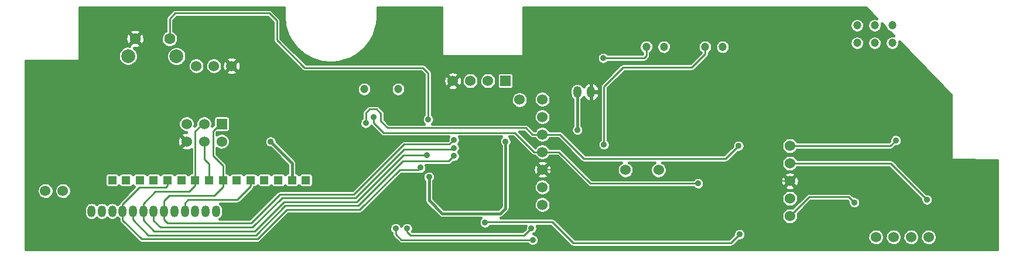
<source format=gbl>
G04 (created by PCBNEW (2013-mar-13)-testing) date Tue 18 Jun 2013 16:13:31 JST*
%MOIN*%
G04 Gerber Fmt 3.4, Leading zero omitted, Abs format*
%FSLAX34Y34*%
G01*
G70*
G90*
G04 APERTURE LIST*
%ADD10C,0.005906*%
%ADD11R,0.060000X0.060000*%
%ADD12C,0.060000*%
%ADD13C,0.062992*%
%ADD14C,0.078740*%
%ADD15O,0.047244X0.066929*%
%ADD16R,0.047244X0.047244*%
%ADD17C,0.047244*%
%ADD18C,0.035000*%
%ADD19C,0.015000*%
%ADD20C,0.010000*%
%ADD21C,0.006000*%
G04 APERTURE END LIST*
G54D10*
G54D11*
X11352Y-6821D03*
G54D12*
X11352Y-7821D03*
X10352Y-6821D03*
X10352Y-7821D03*
X9352Y-6821D03*
X9352Y-7821D03*
G54D13*
X6417Y-1968D03*
X8385Y-1968D03*
G54D14*
X6023Y-2952D03*
X8779Y-2972D03*
G54D15*
X3937Y-11791D03*
X4527Y-11791D03*
X5118Y-11791D03*
X5708Y-11791D03*
X6299Y-11791D03*
X6889Y-11791D03*
X7480Y-11791D03*
X8070Y-11791D03*
X8661Y-11791D03*
X9251Y-11791D03*
X9842Y-11791D03*
X10433Y-11791D03*
X11023Y-11791D03*
G54D16*
X5118Y-10019D03*
X5905Y-10019D03*
X6692Y-10019D03*
X7480Y-10019D03*
X8267Y-10019D03*
X9055Y-10019D03*
X9842Y-10019D03*
X10629Y-10019D03*
X11417Y-10019D03*
X12204Y-10019D03*
X12992Y-10019D03*
X13779Y-10019D03*
X14566Y-10019D03*
X15354Y-10019D03*
X16141Y-10019D03*
G54D17*
X21397Y-4842D03*
X19468Y-4842D03*
G54D12*
X25502Y-4371D03*
G54D11*
X27502Y-4371D03*
G54D12*
X24502Y-4371D03*
X26502Y-4371D03*
X29602Y-5421D03*
X29602Y-6421D03*
X29602Y-8421D03*
X29602Y-7421D03*
X29602Y-9421D03*
X11902Y-3521D03*
X10902Y-3521D03*
X9902Y-3521D03*
X29602Y-11421D03*
X29602Y-10421D03*
X51590Y-13263D03*
X50590Y-13263D03*
X49590Y-13263D03*
X48590Y-13263D03*
G54D15*
X31588Y-5001D03*
X32376Y-5001D03*
G54D12*
X43696Y-8070D03*
X43696Y-9070D03*
X43696Y-11070D03*
X43696Y-10070D03*
X43696Y-12070D03*
X2311Y-10629D03*
X1311Y-10629D03*
X34330Y-9448D03*
X36220Y-9448D03*
X28307Y-5448D03*
G54D17*
X36523Y-2440D03*
X35523Y-2440D03*
X38870Y-2440D03*
X39870Y-2440D03*
X47523Y-1216D03*
X49523Y-1216D03*
X48523Y-1216D03*
X48523Y-2216D03*
X49523Y-2216D03*
X47523Y-2216D03*
G54D18*
X14133Y-7834D03*
X24574Y-8645D03*
X23043Y-8602D03*
X24574Y-8188D03*
X24574Y-7724D03*
X22657Y-9314D03*
X47362Y-11299D03*
X49724Y-7755D03*
X51496Y-11141D03*
X23102Y-6571D03*
X26338Y-12440D03*
X40826Y-13110D03*
X33110Y-7992D03*
X21252Y-12771D03*
X29055Y-13425D03*
X28976Y-12755D03*
X21902Y-12771D03*
X40767Y-8070D03*
X19552Y-6771D03*
X38464Y-10216D03*
X20002Y-6421D03*
X45000Y-7578D03*
X50974Y-7765D03*
X52677Y-11417D03*
X46496Y-11328D03*
X45000Y-11525D03*
X44350Y-6437D03*
X43228Y-7559D03*
X43818Y-6968D03*
X49724Y-5984D03*
X48740Y-5984D03*
X47755Y-5984D03*
X46771Y-5984D03*
X45787Y-5984D03*
X44803Y-5984D03*
X50393Y-5679D03*
X51397Y-5472D03*
X52460Y-5738D03*
X52057Y-13740D03*
X53720Y-9232D03*
X52874Y-9222D03*
X52490Y-7588D03*
X52480Y-8582D03*
X40836Y-10482D03*
X41545Y-8582D03*
X37244Y-9458D03*
X44104Y-13740D03*
X45049Y-13740D03*
X43188Y-13671D03*
X45954Y-13740D03*
X48041Y-13740D03*
X46889Y-13740D03*
X50088Y-13740D03*
X51092Y-13740D03*
X49084Y-13740D03*
X1279Y-8085D03*
X2086Y-4015D03*
X5649Y-7342D03*
X14271Y-6594D03*
X19015Y-7244D03*
X21082Y-7971D03*
X21653Y-11007D03*
X14783Y-12795D03*
X29566Y-511D03*
X37696Y-708D03*
X42775Y-1732D03*
X34862Y-511D03*
X46496Y-1732D03*
X46102Y-4330D03*
X50669Y-4330D03*
X43188Y-12539D03*
X43188Y-11555D03*
X43188Y-9527D03*
X43208Y-10531D03*
X41338Y-5708D03*
X32913Y-12145D03*
X38720Y-13149D03*
X21102Y-2795D03*
X15374Y-4468D03*
X629Y-13582D03*
X43188Y-8562D03*
X55275Y-9173D03*
X55275Y-10157D03*
X55275Y-11141D03*
X55275Y-12125D03*
X55275Y-13110D03*
X54842Y-13740D03*
X53858Y-13740D03*
X52874Y-13740D03*
X6311Y-9216D03*
X12204Y-8559D03*
X8145Y-8940D03*
X2826Y-12807D03*
X25708Y-12578D03*
X23779Y-12677D03*
X24527Y-9763D03*
X33070Y-3070D03*
X31594Y-7165D03*
X27502Y-7821D03*
X23149Y-9842D03*
G54D19*
X15354Y-10019D02*
X15354Y-9055D01*
X15354Y-9055D02*
X14133Y-7834D01*
G54D20*
X21657Y-8944D02*
X19118Y-11484D01*
X15051Y-11484D02*
X19118Y-11484D01*
X14980Y-11484D02*
X13303Y-13161D01*
X13303Y-13161D02*
X7177Y-13161D01*
X7177Y-13161D02*
X6299Y-12283D01*
X6299Y-12283D02*
X6299Y-11791D01*
X15051Y-11484D02*
X14980Y-11484D01*
X24275Y-8944D02*
X21657Y-8944D01*
X24574Y-8645D02*
X24275Y-8944D01*
X10352Y-6821D02*
X10252Y-6821D01*
X9842Y-7231D02*
X9842Y-10019D01*
X10252Y-6821D02*
X9842Y-7231D01*
X14960Y-11267D02*
X14893Y-11267D01*
X6889Y-12314D02*
X6889Y-11791D01*
X7515Y-12940D02*
X6889Y-12314D01*
X13220Y-12940D02*
X7515Y-12940D01*
X14893Y-11267D02*
X13220Y-12940D01*
X14960Y-11267D02*
X19023Y-11267D01*
X21688Y-8602D02*
X19023Y-11267D01*
X21688Y-8602D02*
X23043Y-8602D01*
X23043Y-8602D02*
X21688Y-8602D01*
X9842Y-10341D02*
X9842Y-10019D01*
X6889Y-11791D02*
X6889Y-11361D01*
X6889Y-11361D02*
X6892Y-11361D01*
X6892Y-11361D02*
X7582Y-10671D01*
X7582Y-10671D02*
X9512Y-10671D01*
X9512Y-10671D02*
X9842Y-10341D01*
X10352Y-7821D02*
X10352Y-8821D01*
X10629Y-9098D02*
X10629Y-10019D01*
X10352Y-8821D02*
X10629Y-9098D01*
X13114Y-12712D02*
X7862Y-12712D01*
X24188Y-8263D02*
X24500Y-8263D01*
X21728Y-8263D02*
X18952Y-11039D01*
X24500Y-8263D02*
X24574Y-8188D01*
X14787Y-11039D02*
X18952Y-11039D01*
X24188Y-8263D02*
X21728Y-8263D01*
X13114Y-12712D02*
X14787Y-11039D01*
X7480Y-12330D02*
X7480Y-11791D01*
X7862Y-12712D02*
X7480Y-12330D01*
X11352Y-6821D02*
X11252Y-6821D01*
X11417Y-9186D02*
X11417Y-10019D01*
X10852Y-8621D02*
X11417Y-9186D01*
X10852Y-7221D02*
X10852Y-8621D01*
X11252Y-6821D02*
X10852Y-7221D01*
X8070Y-11791D02*
X8070Y-11185D01*
X11417Y-10413D02*
X11417Y-10019D01*
X10925Y-10905D02*
X11417Y-10413D01*
X8350Y-10905D02*
X10925Y-10905D01*
X8070Y-11185D02*
X8350Y-10905D01*
X8070Y-11791D02*
X8070Y-12271D01*
X13027Y-12476D02*
X14673Y-10830D01*
X8275Y-12476D02*
X13027Y-12476D01*
X8070Y-12271D02*
X8275Y-12476D01*
X14673Y-10830D02*
X18878Y-10830D01*
X24574Y-7725D02*
X24315Y-7984D01*
X24315Y-7984D02*
X21725Y-7984D01*
X21725Y-7984D02*
X18878Y-10830D01*
X24574Y-7724D02*
X24574Y-7725D01*
X12992Y-10381D02*
X12992Y-10019D01*
X12231Y-11141D02*
X12992Y-10381D01*
X9441Y-11141D02*
X12231Y-11141D01*
X9251Y-11331D02*
X9441Y-11141D01*
X9251Y-11791D02*
X9251Y-11331D01*
X5708Y-12303D02*
X5708Y-11791D01*
X6783Y-13377D02*
X5708Y-12303D01*
X13385Y-13377D02*
X6783Y-13377D01*
X15055Y-11708D02*
X13385Y-13377D01*
X19204Y-11708D02*
X15055Y-11708D01*
X21484Y-9429D02*
X19204Y-11708D01*
X22543Y-9429D02*
X21484Y-9429D01*
X22657Y-9314D02*
X22543Y-9429D01*
X8267Y-10335D02*
X8267Y-10019D01*
X8162Y-10441D02*
X8267Y-10335D01*
X6662Y-10441D02*
X8162Y-10441D01*
X5708Y-11394D02*
X6662Y-10441D01*
X5708Y-11791D02*
X5708Y-11394D01*
X44783Y-10984D02*
X43696Y-12070D01*
X47047Y-10984D02*
X44783Y-10984D01*
X47362Y-11299D02*
X47047Y-10984D01*
X49409Y-8070D02*
X43696Y-8070D01*
X49724Y-7755D02*
X49409Y-8070D01*
X49425Y-9070D02*
X43696Y-9070D01*
X51496Y-11141D02*
X49425Y-9070D01*
X16062Y-3621D02*
X22802Y-3621D01*
X16062Y-3621D02*
X14488Y-2047D01*
X23102Y-3921D02*
X22802Y-3621D01*
X23102Y-6571D02*
X23102Y-3921D01*
X8385Y-826D02*
X8700Y-511D01*
X8700Y-511D02*
X14055Y-511D01*
X14055Y-511D02*
X14488Y-944D01*
X14488Y-944D02*
X14488Y-2047D01*
X8385Y-826D02*
X8385Y-1968D01*
X40826Y-13110D02*
X40334Y-13602D01*
X40334Y-13602D02*
X31358Y-13602D01*
X31358Y-13602D02*
X30157Y-12401D01*
X26377Y-12401D02*
X30157Y-12401D01*
X26338Y-12440D02*
X26377Y-12401D01*
X38870Y-2440D02*
X38870Y-2842D01*
X33110Y-4685D02*
X33110Y-7992D01*
X34192Y-3602D02*
X33110Y-4685D01*
X38110Y-3602D02*
X34192Y-3602D01*
X38870Y-2842D02*
X38110Y-3602D01*
X21252Y-12771D02*
X21252Y-13094D01*
X21252Y-13094D02*
X21579Y-13421D01*
X21579Y-13421D02*
X29052Y-13421D01*
X29052Y-13422D02*
X29052Y-13421D01*
X29055Y-13425D02*
X29052Y-13422D01*
X22100Y-13169D02*
X28562Y-13169D01*
X28976Y-12755D02*
X28561Y-13171D01*
X21902Y-12771D02*
X21902Y-12971D01*
X21902Y-12971D02*
X22100Y-13169D01*
X19552Y-6771D02*
X19552Y-6195D01*
X19552Y-6195D02*
X19763Y-5984D01*
X20413Y-6220D02*
X20413Y-6673D01*
X20787Y-7047D02*
X21240Y-7047D01*
X20413Y-6673D02*
X20787Y-7047D01*
X40039Y-8799D02*
X40767Y-8070D01*
X31968Y-8799D02*
X40039Y-8799D01*
X30590Y-7421D02*
X31968Y-8799D01*
X29602Y-7421D02*
X30590Y-7421D01*
X29602Y-7421D02*
X29035Y-7421D01*
X21240Y-7047D02*
X28661Y-7047D01*
X29035Y-7421D02*
X28661Y-7047D01*
X19552Y-6771D02*
X19552Y-6771D01*
X20177Y-5984D02*
X20413Y-6220D01*
X19763Y-5984D02*
X20177Y-5984D01*
X19552Y-6771D02*
X19552Y-6771D01*
X29602Y-8421D02*
X30547Y-8421D01*
X32342Y-10216D02*
X38464Y-10216D01*
X30547Y-8421D02*
X32342Y-10216D01*
X29602Y-8421D02*
X29129Y-8421D01*
X20551Y-7322D02*
X20002Y-6774D01*
X28031Y-7322D02*
X20551Y-7322D01*
X20002Y-6774D02*
X20002Y-6421D01*
X29129Y-8421D02*
X28031Y-7322D01*
X29602Y-8421D02*
X29602Y-8421D01*
G54D21*
X44350Y-6437D02*
X43838Y-6968D01*
X43838Y-6968D02*
X43818Y-6968D01*
X43188Y-7598D02*
X43228Y-7559D01*
X43188Y-7598D02*
X43188Y-8562D01*
X48740Y-5984D02*
X47755Y-5984D01*
X46771Y-5984D02*
X45787Y-5984D01*
X50098Y-5984D02*
X49724Y-5984D01*
X50393Y-5679D02*
X50098Y-5984D01*
X52194Y-5472D02*
X51397Y-5472D01*
X52460Y-5738D02*
X52194Y-5472D01*
X52076Y-13730D02*
X52066Y-13730D01*
X52066Y-13730D02*
X52057Y-13740D01*
X53720Y-9232D02*
X53710Y-9222D01*
X53710Y-9222D02*
X52874Y-9222D01*
X52490Y-8572D02*
X52490Y-7588D01*
X52480Y-8582D02*
X52490Y-8572D01*
X39468Y-10226D02*
X40580Y-10226D01*
X40580Y-10226D02*
X40836Y-10482D01*
X38710Y-13149D02*
X38710Y-10984D01*
X39192Y-9458D02*
X37244Y-9458D01*
X39468Y-9734D02*
X39192Y-9458D01*
X39468Y-10226D02*
X39468Y-9734D01*
X38710Y-10984D02*
X39468Y-10226D01*
X44035Y-13671D02*
X43188Y-13671D01*
X44104Y-13740D02*
X44035Y-13671D01*
X45049Y-13740D02*
X45039Y-13750D01*
X49084Y-13740D02*
X48041Y-13740D01*
X46889Y-13740D02*
X45954Y-13740D01*
X50088Y-13740D02*
X51092Y-13740D01*
X45954Y-13740D02*
X45964Y-13730D01*
X1279Y-8085D02*
X1279Y-8090D01*
X21082Y-7971D02*
X21082Y-7972D01*
X21653Y-11007D02*
X21653Y-11003D01*
X37696Y-708D02*
X35059Y-708D01*
X42775Y-1181D02*
X42303Y-708D01*
X42303Y-708D02*
X37696Y-708D01*
X42775Y-1732D02*
X42775Y-1181D01*
X35059Y-708D02*
X34862Y-511D01*
X46496Y-1732D02*
X42775Y-1732D01*
X42775Y-1732D02*
X42775Y-4921D01*
X42775Y-6456D02*
X42775Y-4921D01*
X43366Y-4330D02*
X46102Y-4330D01*
X46102Y-4330D02*
X50669Y-4330D01*
X42775Y-4921D02*
X43366Y-4330D01*
X43188Y-11555D02*
X43188Y-10551D01*
X43188Y-9527D02*
X43188Y-8562D01*
X43188Y-10551D02*
X43208Y-10531D01*
X43188Y-13671D02*
X43188Y-12539D01*
X43188Y-12539D02*
X43188Y-11555D01*
X43696Y-10070D02*
X42964Y-10070D01*
X42027Y-5708D02*
X41338Y-5708D01*
X42775Y-6456D02*
X42027Y-5708D01*
X42775Y-9881D02*
X42775Y-6456D01*
X42964Y-10070D02*
X42775Y-9881D01*
X30188Y-9421D02*
X32913Y-12145D01*
X29602Y-9421D02*
X30188Y-9421D01*
X43188Y-13681D02*
X43188Y-13671D01*
X54842Y-13740D02*
X55118Y-13740D01*
X55275Y-9173D02*
X55275Y-10157D01*
X55275Y-11141D02*
X55275Y-12125D01*
X52874Y-13740D02*
X53858Y-13740D01*
X55275Y-13582D02*
X55275Y-13110D01*
X55118Y-13740D02*
X55275Y-13582D01*
G54D20*
X33070Y-3070D02*
X35393Y-3070D01*
X35393Y-3070D02*
X35523Y-2940D01*
X35523Y-2940D02*
X35523Y-2440D01*
G54D19*
X31588Y-5001D02*
X31588Y-7159D01*
X31588Y-7159D02*
X31594Y-7165D01*
X27502Y-7821D02*
X27502Y-11621D01*
X27502Y-11621D02*
X27194Y-11929D01*
X27194Y-11929D02*
X26968Y-11929D01*
X26968Y-11929D02*
X23897Y-11929D01*
X23897Y-11929D02*
X23149Y-11181D01*
X23149Y-11181D02*
X23149Y-9842D01*
G54D10*
G36*
X55513Y-13978D02*
X52065Y-13978D01*
X52065Y-13217D01*
X52047Y-13125D01*
X52011Y-13039D01*
X51960Y-12962D01*
X51894Y-12896D01*
X51846Y-12863D01*
X51846Y-11107D01*
X51832Y-11040D01*
X51806Y-10976D01*
X51768Y-10919D01*
X51720Y-10870D01*
X51663Y-10832D01*
X51600Y-10805D01*
X51532Y-10791D01*
X51464Y-10791D01*
X51464Y-10791D01*
X50074Y-9401D01*
X50074Y-7721D01*
X50061Y-7654D01*
X50034Y-7590D01*
X49996Y-7533D01*
X49948Y-7484D01*
X49891Y-7446D01*
X49828Y-7419D01*
X49761Y-7406D01*
X49692Y-7405D01*
X49625Y-7418D01*
X49561Y-7444D01*
X49504Y-7481D01*
X49454Y-7529D01*
X49416Y-7586D01*
X49389Y-7649D01*
X49374Y-7716D01*
X49373Y-7785D01*
X49374Y-7787D01*
X49316Y-7845D01*
X48934Y-7845D01*
X48934Y-2176D01*
X48919Y-2097D01*
X48888Y-2022D01*
X48843Y-1955D01*
X48787Y-1898D01*
X48720Y-1853D01*
X48645Y-1821D01*
X48566Y-1805D01*
X48486Y-1805D01*
X48406Y-1820D01*
X48332Y-1850D01*
X48264Y-1894D01*
X48207Y-1950D01*
X48161Y-2017D01*
X48129Y-2091D01*
X48112Y-2170D01*
X48111Y-2251D01*
X48126Y-2330D01*
X48156Y-2405D01*
X48199Y-2473D01*
X48255Y-2531D01*
X48322Y-2577D01*
X48395Y-2609D01*
X48474Y-2626D01*
X48555Y-2628D01*
X48634Y-2614D01*
X48709Y-2585D01*
X48778Y-2542D01*
X48836Y-2486D01*
X48882Y-2420D01*
X48915Y-2346D01*
X48933Y-2268D01*
X48934Y-2176D01*
X48934Y-7845D01*
X47934Y-7845D01*
X47934Y-2176D01*
X47934Y-1176D01*
X47919Y-1097D01*
X47888Y-1022D01*
X47843Y-955D01*
X47787Y-898D01*
X47720Y-853D01*
X47645Y-821D01*
X47566Y-805D01*
X47486Y-805D01*
X47406Y-820D01*
X47332Y-850D01*
X47264Y-894D01*
X47207Y-950D01*
X47161Y-1017D01*
X47129Y-1091D01*
X47112Y-1170D01*
X47111Y-1251D01*
X47126Y-1330D01*
X47156Y-1405D01*
X47199Y-1473D01*
X47255Y-1531D01*
X47322Y-1577D01*
X47395Y-1609D01*
X47474Y-1626D01*
X47555Y-1628D01*
X47634Y-1614D01*
X47709Y-1585D01*
X47778Y-1542D01*
X47836Y-1486D01*
X47882Y-1420D01*
X47915Y-1346D01*
X47933Y-1268D01*
X47934Y-1176D01*
X47934Y-2176D01*
X47919Y-2097D01*
X47888Y-2022D01*
X47843Y-1955D01*
X47787Y-1898D01*
X47720Y-1853D01*
X47645Y-1821D01*
X47566Y-1805D01*
X47486Y-1805D01*
X47406Y-1820D01*
X47332Y-1850D01*
X47264Y-1894D01*
X47207Y-1950D01*
X47161Y-2017D01*
X47129Y-2091D01*
X47112Y-2170D01*
X47111Y-2251D01*
X47126Y-2330D01*
X47156Y-2405D01*
X47199Y-2473D01*
X47255Y-2531D01*
X47322Y-2577D01*
X47395Y-2609D01*
X47474Y-2626D01*
X47555Y-2628D01*
X47634Y-2614D01*
X47709Y-2585D01*
X47778Y-2542D01*
X47836Y-2486D01*
X47882Y-2420D01*
X47915Y-2346D01*
X47933Y-2268D01*
X47934Y-2176D01*
X47934Y-7845D01*
X44117Y-7845D01*
X44066Y-7769D01*
X44001Y-7703D01*
X43923Y-7651D01*
X43837Y-7614D01*
X43746Y-7596D01*
X43653Y-7595D01*
X43562Y-7612D01*
X43475Y-7647D01*
X43397Y-7698D01*
X43331Y-7764D01*
X43278Y-7840D01*
X43241Y-7926D01*
X43222Y-8017D01*
X43221Y-8110D01*
X43238Y-8202D01*
X43272Y-8289D01*
X43322Y-8367D01*
X43387Y-8434D01*
X43463Y-8487D01*
X43549Y-8524D01*
X43640Y-8544D01*
X43733Y-8546D01*
X43825Y-8530D01*
X43912Y-8496D01*
X43990Y-8446D01*
X44058Y-8382D01*
X44111Y-8306D01*
X44116Y-8295D01*
X49409Y-8295D01*
X49430Y-8293D01*
X49450Y-8292D01*
X49451Y-8291D01*
X49453Y-8291D01*
X49473Y-8285D01*
X49493Y-8279D01*
X49494Y-8279D01*
X49495Y-8278D01*
X49513Y-8269D01*
X49531Y-8259D01*
X49532Y-8258D01*
X49533Y-8258D01*
X49550Y-8245D01*
X49566Y-8232D01*
X49567Y-8230D01*
X49567Y-8230D01*
X49568Y-8230D01*
X49568Y-8229D01*
X49693Y-8105D01*
X49751Y-8106D01*
X49818Y-8094D01*
X49882Y-8069D01*
X49940Y-8033D01*
X49990Y-7985D01*
X50030Y-7929D01*
X50058Y-7866D01*
X50073Y-7799D01*
X50074Y-7721D01*
X50074Y-9401D01*
X49584Y-8911D01*
X49568Y-8898D01*
X49552Y-8885D01*
X49551Y-8884D01*
X49550Y-8883D01*
X49532Y-8874D01*
X49513Y-8864D01*
X49512Y-8863D01*
X49511Y-8863D01*
X49491Y-8857D01*
X49471Y-8850D01*
X49470Y-8850D01*
X49469Y-8850D01*
X49449Y-8848D01*
X49428Y-8845D01*
X49426Y-8845D01*
X49425Y-8845D01*
X49425Y-8845D01*
X49425Y-8845D01*
X44117Y-8845D01*
X44066Y-8769D01*
X44001Y-8703D01*
X43923Y-8651D01*
X43837Y-8614D01*
X43746Y-8596D01*
X43653Y-8595D01*
X43562Y-8612D01*
X43475Y-8647D01*
X43397Y-8698D01*
X43331Y-8764D01*
X43278Y-8840D01*
X43241Y-8926D01*
X43222Y-9017D01*
X43221Y-9110D01*
X43238Y-9202D01*
X43272Y-9289D01*
X43322Y-9367D01*
X43387Y-9434D01*
X43463Y-9487D01*
X43549Y-9524D01*
X43640Y-9544D01*
X43672Y-9545D01*
X43589Y-9554D01*
X43491Y-9585D01*
X43407Y-9629D01*
X43381Y-9720D01*
X43696Y-10035D01*
X44011Y-9720D01*
X43986Y-9629D01*
X43894Y-9581D01*
X43795Y-9552D01*
X43729Y-9546D01*
X43733Y-9546D01*
X43825Y-9530D01*
X43912Y-9496D01*
X43990Y-9446D01*
X44058Y-9382D01*
X44111Y-9306D01*
X44116Y-9295D01*
X49331Y-9295D01*
X51146Y-11110D01*
X51145Y-11171D01*
X51157Y-11238D01*
X51183Y-11302D01*
X51220Y-11360D01*
X51268Y-11409D01*
X51324Y-11448D01*
X51387Y-11476D01*
X51454Y-11490D01*
X51523Y-11492D01*
X51590Y-11480D01*
X51654Y-11455D01*
X51712Y-11418D01*
X51762Y-11371D01*
X51801Y-11315D01*
X51829Y-11252D01*
X51844Y-11185D01*
X51846Y-11107D01*
X51846Y-12863D01*
X51817Y-12843D01*
X51731Y-12807D01*
X51640Y-12789D01*
X51547Y-12788D01*
X51455Y-12805D01*
X51369Y-12840D01*
X51291Y-12891D01*
X51224Y-12956D01*
X51172Y-13033D01*
X51135Y-13119D01*
X51116Y-13210D01*
X51114Y-13303D01*
X51131Y-13395D01*
X51166Y-13481D01*
X51216Y-13560D01*
X51281Y-13627D01*
X51357Y-13680D01*
X51443Y-13717D01*
X51534Y-13737D01*
X51627Y-13739D01*
X51718Y-13723D01*
X51805Y-13689D01*
X51884Y-13639D01*
X51951Y-13575D01*
X52005Y-13499D01*
X52043Y-13414D01*
X52064Y-13323D01*
X52065Y-13217D01*
X52065Y-13978D01*
X51065Y-13978D01*
X51065Y-13217D01*
X51047Y-13125D01*
X51011Y-13039D01*
X50960Y-12962D01*
X50894Y-12896D01*
X50817Y-12843D01*
X50731Y-12807D01*
X50640Y-12789D01*
X50547Y-12788D01*
X50455Y-12805D01*
X50369Y-12840D01*
X50291Y-12891D01*
X50224Y-12956D01*
X50172Y-13033D01*
X50135Y-13119D01*
X50116Y-13210D01*
X50114Y-13303D01*
X50131Y-13395D01*
X50166Y-13481D01*
X50216Y-13560D01*
X50281Y-13627D01*
X50357Y-13680D01*
X50443Y-13717D01*
X50534Y-13737D01*
X50627Y-13739D01*
X50718Y-13723D01*
X50805Y-13689D01*
X50884Y-13639D01*
X50951Y-13575D01*
X51005Y-13499D01*
X51043Y-13414D01*
X51064Y-13323D01*
X51065Y-13217D01*
X51065Y-13978D01*
X50065Y-13978D01*
X50065Y-13217D01*
X50047Y-13125D01*
X50011Y-13039D01*
X49960Y-12962D01*
X49894Y-12896D01*
X49817Y-12843D01*
X49731Y-12807D01*
X49640Y-12789D01*
X49547Y-12788D01*
X49455Y-12805D01*
X49369Y-12840D01*
X49291Y-12891D01*
X49224Y-12956D01*
X49172Y-13033D01*
X49135Y-13119D01*
X49116Y-13210D01*
X49114Y-13303D01*
X49131Y-13395D01*
X49166Y-13481D01*
X49216Y-13560D01*
X49281Y-13627D01*
X49357Y-13680D01*
X49443Y-13717D01*
X49534Y-13737D01*
X49627Y-13739D01*
X49718Y-13723D01*
X49805Y-13689D01*
X49884Y-13639D01*
X49951Y-13575D01*
X50005Y-13499D01*
X50043Y-13414D01*
X50064Y-13323D01*
X50065Y-13217D01*
X50065Y-13978D01*
X49065Y-13978D01*
X49065Y-13217D01*
X49047Y-13125D01*
X49011Y-13039D01*
X48960Y-12962D01*
X48894Y-12896D01*
X48817Y-12843D01*
X48731Y-12807D01*
X48640Y-12789D01*
X48547Y-12788D01*
X48455Y-12805D01*
X48369Y-12840D01*
X48291Y-12891D01*
X48224Y-12956D01*
X48172Y-13033D01*
X48135Y-13119D01*
X48116Y-13210D01*
X48114Y-13303D01*
X48131Y-13395D01*
X48166Y-13481D01*
X48216Y-13560D01*
X48281Y-13627D01*
X48357Y-13680D01*
X48443Y-13717D01*
X48534Y-13737D01*
X48627Y-13739D01*
X48718Y-13723D01*
X48805Y-13689D01*
X48884Y-13639D01*
X48951Y-13575D01*
X49005Y-13499D01*
X49043Y-13414D01*
X49064Y-13323D01*
X49065Y-13217D01*
X49065Y-13978D01*
X47712Y-13978D01*
X47712Y-11264D01*
X47698Y-11197D01*
X47672Y-11134D01*
X47634Y-11076D01*
X47586Y-11028D01*
X47529Y-10989D01*
X47466Y-10963D01*
X47398Y-10949D01*
X47330Y-10948D01*
X47330Y-10948D01*
X47206Y-10825D01*
X47190Y-10811D01*
X47174Y-10798D01*
X47173Y-10798D01*
X47172Y-10797D01*
X47154Y-10787D01*
X47135Y-10777D01*
X47134Y-10777D01*
X47133Y-10776D01*
X47113Y-10770D01*
X47094Y-10764D01*
X47092Y-10764D01*
X47091Y-10763D01*
X47071Y-10761D01*
X47050Y-10759D01*
X47048Y-10759D01*
X47048Y-10759D01*
X47047Y-10759D01*
X47047Y-10759D01*
X44783Y-10759D01*
X44762Y-10761D01*
X44742Y-10763D01*
X44740Y-10763D01*
X44739Y-10763D01*
X44719Y-10769D01*
X44699Y-10775D01*
X44698Y-10775D01*
X44697Y-10776D01*
X44679Y-10785D01*
X44660Y-10795D01*
X44659Y-10796D01*
X44658Y-10796D01*
X44642Y-10809D01*
X44626Y-10822D01*
X44624Y-10824D01*
X44624Y-10824D01*
X44624Y-10824D01*
X44624Y-10825D01*
X44224Y-11225D01*
X44224Y-10066D01*
X44213Y-9963D01*
X44182Y-9865D01*
X44137Y-9781D01*
X44047Y-9755D01*
X43732Y-10070D01*
X44047Y-10385D01*
X44137Y-10360D01*
X44185Y-10268D01*
X44215Y-10169D01*
X44224Y-10066D01*
X44224Y-11225D01*
X44171Y-11277D01*
X44171Y-11024D01*
X44153Y-10932D01*
X44118Y-10846D01*
X44066Y-10769D01*
X44001Y-10703D01*
X43923Y-10651D01*
X43837Y-10614D01*
X43746Y-10596D01*
X43723Y-10596D01*
X43803Y-10587D01*
X43902Y-10556D01*
X43986Y-10511D01*
X44011Y-10421D01*
X43696Y-10106D01*
X43661Y-10141D01*
X43661Y-10070D01*
X43346Y-9755D01*
X43255Y-9781D01*
X43207Y-9872D01*
X43178Y-9972D01*
X43169Y-10075D01*
X43180Y-10177D01*
X43211Y-10276D01*
X43255Y-10360D01*
X43346Y-10385D01*
X43661Y-10070D01*
X43661Y-10141D01*
X43381Y-10421D01*
X43407Y-10511D01*
X43498Y-10559D01*
X43598Y-10589D01*
X43670Y-10595D01*
X43653Y-10595D01*
X43562Y-10612D01*
X43475Y-10647D01*
X43397Y-10698D01*
X43331Y-10764D01*
X43278Y-10840D01*
X43241Y-10926D01*
X43222Y-11017D01*
X43221Y-11110D01*
X43238Y-11202D01*
X43272Y-11289D01*
X43322Y-11367D01*
X43387Y-11434D01*
X43463Y-11487D01*
X43549Y-11524D01*
X43640Y-11544D01*
X43733Y-11546D01*
X43825Y-11530D01*
X43912Y-11496D01*
X43990Y-11446D01*
X44058Y-11382D01*
X44111Y-11306D01*
X44149Y-11221D01*
X44170Y-11130D01*
X44171Y-11024D01*
X44171Y-11277D01*
X43835Y-11614D01*
X43746Y-11596D01*
X43653Y-11595D01*
X43562Y-11612D01*
X43475Y-11647D01*
X43397Y-11698D01*
X43331Y-11764D01*
X43278Y-11840D01*
X43241Y-11926D01*
X43222Y-12017D01*
X43221Y-12110D01*
X43238Y-12202D01*
X43272Y-12289D01*
X43322Y-12367D01*
X43387Y-12434D01*
X43463Y-12487D01*
X43549Y-12524D01*
X43640Y-12544D01*
X43733Y-12546D01*
X43825Y-12530D01*
X43912Y-12496D01*
X43990Y-12446D01*
X44058Y-12382D01*
X44111Y-12306D01*
X44149Y-12221D01*
X44170Y-12130D01*
X44171Y-12024D01*
X44153Y-11932D01*
X44153Y-11932D01*
X44876Y-11209D01*
X46954Y-11209D01*
X47012Y-11267D01*
X47011Y-11328D01*
X47024Y-11396D01*
X47049Y-11459D01*
X47086Y-11517D01*
X47134Y-11567D01*
X47190Y-11606D01*
X47253Y-11633D01*
X47320Y-11648D01*
X47389Y-11649D01*
X47456Y-11637D01*
X47520Y-11613D01*
X47578Y-11576D01*
X47628Y-11529D01*
X47668Y-11472D01*
X47695Y-11410D01*
X47711Y-11343D01*
X47712Y-11264D01*
X47712Y-13978D01*
X41176Y-13978D01*
X41176Y-13075D01*
X41163Y-13008D01*
X41137Y-12945D01*
X41099Y-12887D01*
X41050Y-12839D01*
X40994Y-12800D01*
X40930Y-12774D01*
X40863Y-12760D01*
X40794Y-12759D01*
X40727Y-12772D01*
X40663Y-12798D01*
X40606Y-12836D01*
X40557Y-12884D01*
X40518Y-12940D01*
X40491Y-13003D01*
X40477Y-13071D01*
X40476Y-13139D01*
X40476Y-13142D01*
X40241Y-13377D01*
X31451Y-13377D01*
X30316Y-12242D01*
X30300Y-12229D01*
X30284Y-12215D01*
X30283Y-12215D01*
X30282Y-12214D01*
X30264Y-12204D01*
X30246Y-12194D01*
X30244Y-12194D01*
X30243Y-12193D01*
X30224Y-12187D01*
X30204Y-12181D01*
X30203Y-12181D01*
X30201Y-12181D01*
X30181Y-12178D01*
X30160Y-12176D01*
X30158Y-12176D01*
X30158Y-12176D01*
X30158Y-12176D01*
X30157Y-12176D01*
X30129Y-12176D01*
X30129Y-9416D01*
X30118Y-9314D01*
X30088Y-9215D01*
X30043Y-9131D01*
X29952Y-9106D01*
X29637Y-9421D01*
X29952Y-9736D01*
X30043Y-9710D01*
X30091Y-9619D01*
X30120Y-9519D01*
X30129Y-9416D01*
X30129Y-12176D01*
X30077Y-12176D01*
X30077Y-11374D01*
X30077Y-10374D01*
X30059Y-10283D01*
X30023Y-10197D01*
X29972Y-10119D01*
X29906Y-10053D01*
X29829Y-10001D01*
X29743Y-9965D01*
X29652Y-9946D01*
X29628Y-9946D01*
X29709Y-9937D01*
X29808Y-9906D01*
X29891Y-9862D01*
X29917Y-9771D01*
X29602Y-9456D01*
X29567Y-9491D01*
X29567Y-9421D01*
X29251Y-9106D01*
X29161Y-9131D01*
X29113Y-9223D01*
X29084Y-9322D01*
X29074Y-9425D01*
X29085Y-9528D01*
X29116Y-9627D01*
X29161Y-9710D01*
X29251Y-9736D01*
X29567Y-9421D01*
X29567Y-9491D01*
X29287Y-9771D01*
X29312Y-9862D01*
X29404Y-9910D01*
X29503Y-9939D01*
X29576Y-9946D01*
X29559Y-9945D01*
X29467Y-9963D01*
X29381Y-9998D01*
X29303Y-10049D01*
X29236Y-10114D01*
X29184Y-10191D01*
X29147Y-10276D01*
X29128Y-10368D01*
X29126Y-10461D01*
X29143Y-10552D01*
X29177Y-10639D01*
X29228Y-10717D01*
X29293Y-10784D01*
X29369Y-10837D01*
X29454Y-10875D01*
X29545Y-10895D01*
X29638Y-10897D01*
X29730Y-10880D01*
X29817Y-10847D01*
X29896Y-10797D01*
X29963Y-10733D01*
X30017Y-10657D01*
X30055Y-10571D01*
X30075Y-10481D01*
X30077Y-10374D01*
X30077Y-11374D01*
X30059Y-11283D01*
X30023Y-11197D01*
X29972Y-11119D01*
X29906Y-11053D01*
X29829Y-11001D01*
X29743Y-10965D01*
X29652Y-10946D01*
X29559Y-10945D01*
X29467Y-10963D01*
X29381Y-10998D01*
X29303Y-11049D01*
X29236Y-11114D01*
X29184Y-11191D01*
X29147Y-11276D01*
X29128Y-11368D01*
X29126Y-11461D01*
X29143Y-11552D01*
X29177Y-11639D01*
X29228Y-11717D01*
X29293Y-11784D01*
X29369Y-11837D01*
X29454Y-11875D01*
X29545Y-11895D01*
X29638Y-11897D01*
X29730Y-11880D01*
X29817Y-11847D01*
X29896Y-11797D01*
X29963Y-11733D01*
X30017Y-11657D01*
X30055Y-11571D01*
X30075Y-11481D01*
X30077Y-11374D01*
X30077Y-12176D01*
X27220Y-12176D01*
X27240Y-12174D01*
X27241Y-12174D01*
X27243Y-12174D01*
X27265Y-12167D01*
X27287Y-12161D01*
X27288Y-12160D01*
X27289Y-12160D01*
X27310Y-12149D01*
X27330Y-12138D01*
X27331Y-12137D01*
X27332Y-12137D01*
X27350Y-12122D01*
X27368Y-12108D01*
X27370Y-12106D01*
X27370Y-12106D01*
X27370Y-12106D01*
X27371Y-12105D01*
X27679Y-11798D01*
X27693Y-11780D01*
X27708Y-11762D01*
X27709Y-11761D01*
X27710Y-11760D01*
X27721Y-11739D01*
X27732Y-11719D01*
X27732Y-11718D01*
X27733Y-11717D01*
X27739Y-11695D01*
X27746Y-11673D01*
X27747Y-11671D01*
X27747Y-11670D01*
X27749Y-11647D01*
X27752Y-11624D01*
X27752Y-11622D01*
X27752Y-11622D01*
X27752Y-11622D01*
X27752Y-11621D01*
X27752Y-8066D01*
X27768Y-8051D01*
X27808Y-7994D01*
X27836Y-7932D01*
X27851Y-7865D01*
X27852Y-7786D01*
X27839Y-7719D01*
X27812Y-7656D01*
X27774Y-7598D01*
X27726Y-7550D01*
X27722Y-7547D01*
X27938Y-7547D01*
X28970Y-8580D01*
X28986Y-8593D01*
X29002Y-8606D01*
X29003Y-8607D01*
X29004Y-8608D01*
X29023Y-8618D01*
X29041Y-8628D01*
X29042Y-8628D01*
X29043Y-8628D01*
X29063Y-8635D01*
X29083Y-8641D01*
X29084Y-8641D01*
X29085Y-8641D01*
X29106Y-8643D01*
X29126Y-8646D01*
X29129Y-8646D01*
X29129Y-8646D01*
X29129Y-8646D01*
X29129Y-8646D01*
X29182Y-8646D01*
X29228Y-8717D01*
X29293Y-8784D01*
X29369Y-8837D01*
X29454Y-8875D01*
X29545Y-8895D01*
X29578Y-8895D01*
X29495Y-8904D01*
X29396Y-8935D01*
X29312Y-8980D01*
X29287Y-9070D01*
X29602Y-9385D01*
X29917Y-9070D01*
X29891Y-8980D01*
X29800Y-8932D01*
X29701Y-8903D01*
X29634Y-8897D01*
X29638Y-8897D01*
X29730Y-8880D01*
X29817Y-8847D01*
X29896Y-8797D01*
X29963Y-8733D01*
X30017Y-8657D01*
X30022Y-8646D01*
X30454Y-8646D01*
X32183Y-10375D01*
X32199Y-10388D01*
X32215Y-10402D01*
X32216Y-10402D01*
X32217Y-10403D01*
X32235Y-10413D01*
X32253Y-10423D01*
X32255Y-10423D01*
X32256Y-10424D01*
X32275Y-10430D01*
X32295Y-10436D01*
X32296Y-10436D01*
X32298Y-10437D01*
X32318Y-10439D01*
X32339Y-10441D01*
X32341Y-10441D01*
X32341Y-10441D01*
X32341Y-10441D01*
X32342Y-10441D01*
X38195Y-10441D01*
X38236Y-10484D01*
X38292Y-10523D01*
X38355Y-10551D01*
X38422Y-10565D01*
X38491Y-10567D01*
X38559Y-10555D01*
X38623Y-10530D01*
X38681Y-10493D01*
X38730Y-10446D01*
X38770Y-10390D01*
X38798Y-10327D01*
X38813Y-10260D01*
X38814Y-10182D01*
X38801Y-10114D01*
X38775Y-10051D01*
X38737Y-9994D01*
X38688Y-9945D01*
X38631Y-9907D01*
X38568Y-9880D01*
X38501Y-9866D01*
X38432Y-9866D01*
X38365Y-9879D01*
X38301Y-9904D01*
X38244Y-9942D01*
X38195Y-9990D01*
X38194Y-9991D01*
X32435Y-9991D01*
X30706Y-8262D01*
X30690Y-8248D01*
X30674Y-8235D01*
X30673Y-8235D01*
X30672Y-8234D01*
X30654Y-8224D01*
X30635Y-8214D01*
X30634Y-8214D01*
X30633Y-8213D01*
X30613Y-8207D01*
X30594Y-8201D01*
X30592Y-8201D01*
X30591Y-8200D01*
X30571Y-8198D01*
X30550Y-8196D01*
X30548Y-8196D01*
X30548Y-8196D01*
X30547Y-8196D01*
X30547Y-8196D01*
X30023Y-8196D01*
X29972Y-8119D01*
X29906Y-8053D01*
X29829Y-8001D01*
X29743Y-7965D01*
X29652Y-7946D01*
X29559Y-7945D01*
X29467Y-7963D01*
X29381Y-7998D01*
X29303Y-8049D01*
X29236Y-8114D01*
X29197Y-8171D01*
X28299Y-7272D01*
X28568Y-7272D01*
X28876Y-7580D01*
X28892Y-7593D01*
X28908Y-7606D01*
X28909Y-7607D01*
X28910Y-7608D01*
X28928Y-7618D01*
X28946Y-7628D01*
X28947Y-7628D01*
X28948Y-7628D01*
X28968Y-7635D01*
X28988Y-7641D01*
X28989Y-7641D01*
X28990Y-7641D01*
X29011Y-7643D01*
X29032Y-7646D01*
X29034Y-7646D01*
X29034Y-7646D01*
X29034Y-7646D01*
X29035Y-7646D01*
X29182Y-7646D01*
X29228Y-7717D01*
X29293Y-7784D01*
X29369Y-7837D01*
X29454Y-7875D01*
X29545Y-7895D01*
X29638Y-7897D01*
X29730Y-7880D01*
X29817Y-7847D01*
X29896Y-7797D01*
X29963Y-7733D01*
X30017Y-7657D01*
X30022Y-7646D01*
X30497Y-7646D01*
X31809Y-8958D01*
X31825Y-8971D01*
X31841Y-8984D01*
X31842Y-8985D01*
X31843Y-8986D01*
X31861Y-8995D01*
X31879Y-9006D01*
X31880Y-9006D01*
X31882Y-9006D01*
X31901Y-9013D01*
X31921Y-9019D01*
X31922Y-9019D01*
X31924Y-9019D01*
X31944Y-9021D01*
X31965Y-9024D01*
X31967Y-9024D01*
X31967Y-9024D01*
X31967Y-9024D01*
X31968Y-9024D01*
X34113Y-9024D01*
X34109Y-9025D01*
X34031Y-9076D01*
X33965Y-9142D01*
X33912Y-9218D01*
X33875Y-9304D01*
X33856Y-9395D01*
X33855Y-9488D01*
X33871Y-9580D01*
X33906Y-9666D01*
X33956Y-9745D01*
X34021Y-9812D01*
X34097Y-9865D01*
X34183Y-9902D01*
X34274Y-9922D01*
X34367Y-9924D01*
X34459Y-9908D01*
X34545Y-9874D01*
X34624Y-9824D01*
X34692Y-9760D01*
X34745Y-9684D01*
X34783Y-9599D01*
X34804Y-9508D01*
X34805Y-9402D01*
X34787Y-9310D01*
X34752Y-9224D01*
X34700Y-9147D01*
X34634Y-9081D01*
X34557Y-9028D01*
X34546Y-9024D01*
X36003Y-9024D01*
X35999Y-9025D01*
X35921Y-9076D01*
X35854Y-9142D01*
X35802Y-9218D01*
X35765Y-9304D01*
X35746Y-9395D01*
X35744Y-9488D01*
X35761Y-9580D01*
X35795Y-9666D01*
X35846Y-9745D01*
X35911Y-9812D01*
X35987Y-9865D01*
X36072Y-9902D01*
X36163Y-9922D01*
X36257Y-9924D01*
X36348Y-9908D01*
X36435Y-9874D01*
X36514Y-9824D01*
X36581Y-9760D01*
X36635Y-9684D01*
X36673Y-9599D01*
X36694Y-9508D01*
X36695Y-9402D01*
X36677Y-9310D01*
X36641Y-9224D01*
X36590Y-9147D01*
X36524Y-9081D01*
X36447Y-9028D01*
X36436Y-9024D01*
X40039Y-9024D01*
X40060Y-9022D01*
X40080Y-9020D01*
X40081Y-9020D01*
X40083Y-9019D01*
X40102Y-9013D01*
X40122Y-9008D01*
X40123Y-9007D01*
X40125Y-9007D01*
X40143Y-8997D01*
X40161Y-8987D01*
X40162Y-8987D01*
X40163Y-8986D01*
X40179Y-8973D01*
X40196Y-8960D01*
X40197Y-8958D01*
X40197Y-8958D01*
X40197Y-8958D01*
X40198Y-8958D01*
X40736Y-8420D01*
X40794Y-8421D01*
X40862Y-8409D01*
X40926Y-8384D01*
X40984Y-8348D01*
X41033Y-8300D01*
X41073Y-8244D01*
X41101Y-8181D01*
X41116Y-8114D01*
X41117Y-8036D01*
X41104Y-7969D01*
X41078Y-7905D01*
X41040Y-7848D01*
X40991Y-7799D01*
X40934Y-7761D01*
X40871Y-7734D01*
X40804Y-7721D01*
X40735Y-7720D01*
X40668Y-7733D01*
X40604Y-7759D01*
X40547Y-7796D01*
X40498Y-7844D01*
X40459Y-7901D01*
X40432Y-7964D01*
X40418Y-8031D01*
X40417Y-8100D01*
X40417Y-8102D01*
X40281Y-8239D01*
X40281Y-2400D01*
X40265Y-2321D01*
X40234Y-2246D01*
X40190Y-2179D01*
X40133Y-2122D01*
X40066Y-2077D01*
X39992Y-2046D01*
X39913Y-2029D01*
X39832Y-2029D01*
X39753Y-2044D01*
X39678Y-2074D01*
X39611Y-2118D01*
X39553Y-2175D01*
X39507Y-2241D01*
X39476Y-2316D01*
X39459Y-2394D01*
X39458Y-2475D01*
X39472Y-2554D01*
X39502Y-2629D01*
X39546Y-2697D01*
X39602Y-2755D01*
X39668Y-2801D01*
X39742Y-2833D01*
X39821Y-2851D01*
X39901Y-2852D01*
X39981Y-2838D01*
X40056Y-2809D01*
X40124Y-2766D01*
X40182Y-2710D01*
X40229Y-2645D01*
X40262Y-2571D01*
X40280Y-2492D01*
X40281Y-2400D01*
X40281Y-8239D01*
X39946Y-8574D01*
X39281Y-8574D01*
X39281Y-2400D01*
X39265Y-2321D01*
X39234Y-2246D01*
X39190Y-2179D01*
X39133Y-2122D01*
X39066Y-2077D01*
X38992Y-2046D01*
X38913Y-2029D01*
X38832Y-2029D01*
X38753Y-2044D01*
X38678Y-2074D01*
X38611Y-2118D01*
X38553Y-2175D01*
X38507Y-2241D01*
X38476Y-2316D01*
X38459Y-2394D01*
X38458Y-2475D01*
X38472Y-2554D01*
X38502Y-2629D01*
X38546Y-2697D01*
X38602Y-2755D01*
X38623Y-2770D01*
X38017Y-3377D01*
X36934Y-3377D01*
X36934Y-2400D01*
X36919Y-2321D01*
X36888Y-2246D01*
X36843Y-2179D01*
X36787Y-2122D01*
X36720Y-2077D01*
X36645Y-2046D01*
X36566Y-2029D01*
X36486Y-2029D01*
X36406Y-2044D01*
X36332Y-2074D01*
X36264Y-2118D01*
X36207Y-2175D01*
X36161Y-2241D01*
X36129Y-2316D01*
X36112Y-2394D01*
X36111Y-2475D01*
X36126Y-2554D01*
X36156Y-2629D01*
X36199Y-2697D01*
X36255Y-2755D01*
X36322Y-2801D01*
X36395Y-2833D01*
X36474Y-2851D01*
X36555Y-2852D01*
X36634Y-2838D01*
X36709Y-2809D01*
X36778Y-2766D01*
X36836Y-2710D01*
X36882Y-2645D01*
X36915Y-2571D01*
X36933Y-2492D01*
X36934Y-2400D01*
X36934Y-3377D01*
X35934Y-3377D01*
X35934Y-2400D01*
X35919Y-2321D01*
X35888Y-2246D01*
X35843Y-2179D01*
X35787Y-2122D01*
X35720Y-2077D01*
X35645Y-2046D01*
X35566Y-2029D01*
X35486Y-2029D01*
X35406Y-2044D01*
X35332Y-2074D01*
X35264Y-2118D01*
X35207Y-2175D01*
X35161Y-2241D01*
X35129Y-2316D01*
X35112Y-2394D01*
X35111Y-2475D01*
X35126Y-2554D01*
X35156Y-2629D01*
X35199Y-2697D01*
X35255Y-2755D01*
X35298Y-2785D01*
X35298Y-2845D01*
X33340Y-2845D01*
X33295Y-2799D01*
X33238Y-2761D01*
X33174Y-2734D01*
X33107Y-2721D01*
X33038Y-2720D01*
X32971Y-2733D01*
X32907Y-2759D01*
X32850Y-2796D01*
X32801Y-2844D01*
X32762Y-2901D01*
X32735Y-2964D01*
X32721Y-3031D01*
X32720Y-3100D01*
X32732Y-3167D01*
X32758Y-3231D01*
X32795Y-3289D01*
X32842Y-3338D01*
X32899Y-3377D01*
X32962Y-3405D01*
X33029Y-3420D01*
X33097Y-3421D01*
X33165Y-3409D01*
X33229Y-3384D01*
X33287Y-3348D01*
X33337Y-3300D01*
X33340Y-3295D01*
X35393Y-3295D01*
X35414Y-3293D01*
X35435Y-3292D01*
X35436Y-3291D01*
X35437Y-3291D01*
X35457Y-3285D01*
X35477Y-3279D01*
X35478Y-3279D01*
X35479Y-3278D01*
X35497Y-3269D01*
X35516Y-3259D01*
X35517Y-3258D01*
X35518Y-3258D01*
X35534Y-3245D01*
X35550Y-3232D01*
X35552Y-3230D01*
X35552Y-3230D01*
X35552Y-3230D01*
X35552Y-3229D01*
X35682Y-3100D01*
X35695Y-3083D01*
X35709Y-3068D01*
X35709Y-3067D01*
X35710Y-3066D01*
X35720Y-3047D01*
X35730Y-3029D01*
X35730Y-3028D01*
X35731Y-3027D01*
X35737Y-3007D01*
X35743Y-2987D01*
X35743Y-2986D01*
X35744Y-2985D01*
X35746Y-2964D01*
X35748Y-2944D01*
X35748Y-2941D01*
X35748Y-2941D01*
X35748Y-2941D01*
X35748Y-2940D01*
X35748Y-2785D01*
X35778Y-2766D01*
X35836Y-2710D01*
X35882Y-2645D01*
X35915Y-2571D01*
X35933Y-2492D01*
X35934Y-2400D01*
X35934Y-3377D01*
X34192Y-3377D01*
X34172Y-3379D01*
X34151Y-3381D01*
X34150Y-3381D01*
X34149Y-3381D01*
X34129Y-3387D01*
X34109Y-3393D01*
X34108Y-3393D01*
X34107Y-3394D01*
X34088Y-3404D01*
X34070Y-3413D01*
X34069Y-3414D01*
X34068Y-3414D01*
X34052Y-3428D01*
X34036Y-3441D01*
X34034Y-3442D01*
X34034Y-3442D01*
X34034Y-3442D01*
X34033Y-3443D01*
X32951Y-4525D01*
X32937Y-4542D01*
X32924Y-4557D01*
X32924Y-4558D01*
X32923Y-4559D01*
X32913Y-4578D01*
X32903Y-4596D01*
X32903Y-4597D01*
X32902Y-4598D01*
X32896Y-4618D01*
X32890Y-4638D01*
X32890Y-4639D01*
X32889Y-4640D01*
X32887Y-4661D01*
X32885Y-4681D01*
X32885Y-4684D01*
X32885Y-4684D01*
X32885Y-4684D01*
X32885Y-4685D01*
X32885Y-7722D01*
X32840Y-7766D01*
X32837Y-7771D01*
X32837Y-5124D01*
X32837Y-5026D01*
X32837Y-4976D01*
X32837Y-4877D01*
X32823Y-4788D01*
X32792Y-4703D01*
X32745Y-4625D01*
X32684Y-4559D01*
X32611Y-4505D01*
X32529Y-4467D01*
X32472Y-4451D01*
X32401Y-4498D01*
X32401Y-4976D01*
X32837Y-4976D01*
X32837Y-5026D01*
X32401Y-5026D01*
X32401Y-5503D01*
X32472Y-5550D01*
X32529Y-5535D01*
X32611Y-5497D01*
X32684Y-5443D01*
X32745Y-5376D01*
X32792Y-5299D01*
X32823Y-5214D01*
X32837Y-5124D01*
X32837Y-7771D01*
X32802Y-7822D01*
X32775Y-7885D01*
X32760Y-7952D01*
X32759Y-8021D01*
X32772Y-8089D01*
X32797Y-8152D01*
X32834Y-8210D01*
X32882Y-8259D01*
X32938Y-8299D01*
X33001Y-8326D01*
X33068Y-8341D01*
X33137Y-8342D01*
X33204Y-8330D01*
X33268Y-8306D01*
X33326Y-8269D01*
X33376Y-8221D01*
X33416Y-8165D01*
X33443Y-8103D01*
X33459Y-8036D01*
X33460Y-7957D01*
X33446Y-7890D01*
X33420Y-7827D01*
X33382Y-7769D01*
X33335Y-7721D01*
X33335Y-4778D01*
X34286Y-3827D01*
X38110Y-3827D01*
X38130Y-3825D01*
X38151Y-3823D01*
X38152Y-3823D01*
X38153Y-3823D01*
X38173Y-3817D01*
X38193Y-3811D01*
X38194Y-3810D01*
X38195Y-3810D01*
X38214Y-3800D01*
X38232Y-3791D01*
X38233Y-3790D01*
X38234Y-3789D01*
X38250Y-3776D01*
X38267Y-3763D01*
X38268Y-3762D01*
X38268Y-3762D01*
X38268Y-3761D01*
X38269Y-3761D01*
X39029Y-3001D01*
X39042Y-2985D01*
X39055Y-2969D01*
X39056Y-2968D01*
X39057Y-2967D01*
X39066Y-2949D01*
X39076Y-2931D01*
X39077Y-2930D01*
X39077Y-2928D01*
X39083Y-2909D01*
X39090Y-2889D01*
X39090Y-2888D01*
X39090Y-2886D01*
X39092Y-2866D01*
X39095Y-2845D01*
X39095Y-2843D01*
X39095Y-2843D01*
X39095Y-2843D01*
X39095Y-2842D01*
X39095Y-2785D01*
X39124Y-2766D01*
X39182Y-2710D01*
X39229Y-2645D01*
X39262Y-2571D01*
X39280Y-2492D01*
X39281Y-2400D01*
X39281Y-8574D01*
X32351Y-8574D01*
X32351Y-5503D01*
X32351Y-5026D01*
X32343Y-5026D01*
X32343Y-4976D01*
X32351Y-4976D01*
X32351Y-4498D01*
X32279Y-4451D01*
X32222Y-4467D01*
X32140Y-4505D01*
X32067Y-4559D01*
X32006Y-4625D01*
X31959Y-4703D01*
X31954Y-4716D01*
X31931Y-4672D01*
X31880Y-4610D01*
X31818Y-4559D01*
X31748Y-4521D01*
X31671Y-4497D01*
X31591Y-4489D01*
X31511Y-4496D01*
X31434Y-4519D01*
X31363Y-4556D01*
X31300Y-4606D01*
X31249Y-4668D01*
X31210Y-4738D01*
X31186Y-4814D01*
X31177Y-4894D01*
X31177Y-4900D01*
X31177Y-5102D01*
X31185Y-5182D01*
X31208Y-5258D01*
X31246Y-5329D01*
X31296Y-5391D01*
X31338Y-5426D01*
X31338Y-6925D01*
X31325Y-6939D01*
X31286Y-6995D01*
X31259Y-7059D01*
X31244Y-7126D01*
X31244Y-7194D01*
X31256Y-7262D01*
X31281Y-7326D01*
X31318Y-7383D01*
X31366Y-7433D01*
X31422Y-7472D01*
X31485Y-7499D01*
X31552Y-7514D01*
X31621Y-7516D01*
X31689Y-7504D01*
X31753Y-7479D01*
X31811Y-7442D01*
X31860Y-7395D01*
X31900Y-7339D01*
X31928Y-7276D01*
X31943Y-7209D01*
X31944Y-7131D01*
X31931Y-7063D01*
X31905Y-7000D01*
X31867Y-6943D01*
X31838Y-6914D01*
X31838Y-5426D01*
X31876Y-5395D01*
X31927Y-5334D01*
X31954Y-5285D01*
X31959Y-5299D01*
X32006Y-5376D01*
X32067Y-5443D01*
X32140Y-5497D01*
X32222Y-5535D01*
X32279Y-5550D01*
X32351Y-5503D01*
X32351Y-8574D01*
X32061Y-8574D01*
X30749Y-7262D01*
X30733Y-7248D01*
X30717Y-7235D01*
X30716Y-7235D01*
X30715Y-7234D01*
X30697Y-7224D01*
X30679Y-7214D01*
X30678Y-7214D01*
X30677Y-7213D01*
X30657Y-7207D01*
X30637Y-7201D01*
X30636Y-7201D01*
X30635Y-7200D01*
X30614Y-7198D01*
X30593Y-7196D01*
X30591Y-7196D01*
X30591Y-7196D01*
X30591Y-7196D01*
X30590Y-7196D01*
X30077Y-7196D01*
X30077Y-6374D01*
X30077Y-5374D01*
X30059Y-5283D01*
X30023Y-5197D01*
X29972Y-5119D01*
X29906Y-5053D01*
X29829Y-5001D01*
X29743Y-4965D01*
X29652Y-4946D01*
X29559Y-4945D01*
X29467Y-4963D01*
X29381Y-4998D01*
X29303Y-5049D01*
X29236Y-5114D01*
X29184Y-5191D01*
X29147Y-5276D01*
X29128Y-5368D01*
X29126Y-5461D01*
X29143Y-5552D01*
X29177Y-5639D01*
X29228Y-5717D01*
X29293Y-5784D01*
X29369Y-5837D01*
X29454Y-5875D01*
X29545Y-5895D01*
X29638Y-5897D01*
X29730Y-5880D01*
X29817Y-5847D01*
X29896Y-5797D01*
X29963Y-5733D01*
X30017Y-5657D01*
X30055Y-5571D01*
X30075Y-5481D01*
X30077Y-5374D01*
X30077Y-6374D01*
X30059Y-6283D01*
X30023Y-6197D01*
X29972Y-6119D01*
X29906Y-6053D01*
X29829Y-6001D01*
X29743Y-5965D01*
X29652Y-5946D01*
X29559Y-5945D01*
X29467Y-5963D01*
X29381Y-5998D01*
X29303Y-6049D01*
X29236Y-6114D01*
X29184Y-6191D01*
X29147Y-6276D01*
X29128Y-6368D01*
X29126Y-6461D01*
X29143Y-6552D01*
X29177Y-6639D01*
X29228Y-6717D01*
X29293Y-6784D01*
X29369Y-6837D01*
X29454Y-6875D01*
X29545Y-6895D01*
X29638Y-6897D01*
X29730Y-6880D01*
X29817Y-6847D01*
X29896Y-6797D01*
X29963Y-6733D01*
X30017Y-6657D01*
X30055Y-6571D01*
X30075Y-6481D01*
X30077Y-6374D01*
X30077Y-7196D01*
X30023Y-7196D01*
X29972Y-7119D01*
X29906Y-7053D01*
X29829Y-7001D01*
X29743Y-6965D01*
X29652Y-6946D01*
X29559Y-6945D01*
X29467Y-6963D01*
X29381Y-6998D01*
X29303Y-7049D01*
X29236Y-7114D01*
X29184Y-7191D01*
X29181Y-7196D01*
X29128Y-7196D01*
X28820Y-6888D01*
X28804Y-6874D01*
X28788Y-6861D01*
X28787Y-6861D01*
X28786Y-6860D01*
X28782Y-6857D01*
X28782Y-5402D01*
X28764Y-5310D01*
X28728Y-5224D01*
X28676Y-5147D01*
X28611Y-5081D01*
X28534Y-5028D01*
X28448Y-4992D01*
X28356Y-4974D01*
X28263Y-4973D01*
X28172Y-4990D01*
X28085Y-5025D01*
X28008Y-5076D01*
X27977Y-5106D01*
X27977Y-4688D01*
X27977Y-4654D01*
X27977Y-4054D01*
X27970Y-4020D01*
X27957Y-3988D01*
X27938Y-3959D01*
X27913Y-3935D01*
X27885Y-3916D01*
X27853Y-3902D01*
X27819Y-3896D01*
X27785Y-3896D01*
X27185Y-3896D01*
X27151Y-3902D01*
X27119Y-3916D01*
X27090Y-3935D01*
X27066Y-3959D01*
X27047Y-3988D01*
X27034Y-4020D01*
X27027Y-4054D01*
X27027Y-4088D01*
X27027Y-4688D01*
X27034Y-4722D01*
X27047Y-4754D01*
X27066Y-4782D01*
X27090Y-4807D01*
X27119Y-4826D01*
X27151Y-4839D01*
X27185Y-4846D01*
X27219Y-4846D01*
X27819Y-4846D01*
X27853Y-4839D01*
X27885Y-4826D01*
X27913Y-4807D01*
X27938Y-4782D01*
X27957Y-4754D01*
X27970Y-4722D01*
X27977Y-4688D01*
X27977Y-5106D01*
X27941Y-5142D01*
X27888Y-5218D01*
X27852Y-5304D01*
X27832Y-5395D01*
X27831Y-5488D01*
X27848Y-5580D01*
X27882Y-5666D01*
X27933Y-5745D01*
X27997Y-5812D01*
X28074Y-5865D01*
X28159Y-5902D01*
X28250Y-5922D01*
X28343Y-5924D01*
X28435Y-5908D01*
X28522Y-5874D01*
X28600Y-5824D01*
X28668Y-5760D01*
X28722Y-5684D01*
X28759Y-5599D01*
X28780Y-5508D01*
X28782Y-5402D01*
X28782Y-6857D01*
X28768Y-6850D01*
X28750Y-6840D01*
X28748Y-6840D01*
X28747Y-6839D01*
X28728Y-6833D01*
X28708Y-6827D01*
X28707Y-6827D01*
X28705Y-6826D01*
X28685Y-6824D01*
X28664Y-6822D01*
X28662Y-6822D01*
X28662Y-6822D01*
X28662Y-6822D01*
X28661Y-6822D01*
X26977Y-6822D01*
X26977Y-4324D01*
X26959Y-4233D01*
X26923Y-4147D01*
X26872Y-4069D01*
X26806Y-4003D01*
X26729Y-3951D01*
X26643Y-3915D01*
X26552Y-3896D01*
X26459Y-3895D01*
X26367Y-3913D01*
X26281Y-3948D01*
X26203Y-3999D01*
X26136Y-4064D01*
X26084Y-4141D01*
X26047Y-4226D01*
X26028Y-4318D01*
X26026Y-4411D01*
X26043Y-4502D01*
X26077Y-4589D01*
X26128Y-4667D01*
X26193Y-4734D01*
X26269Y-4787D01*
X26354Y-4825D01*
X26445Y-4845D01*
X26538Y-4847D01*
X26630Y-4830D01*
X26717Y-4797D01*
X26796Y-4747D01*
X26863Y-4683D01*
X26917Y-4607D01*
X26955Y-4521D01*
X26975Y-4431D01*
X26977Y-4324D01*
X26977Y-6822D01*
X25977Y-6822D01*
X25977Y-4324D01*
X25959Y-4233D01*
X25923Y-4147D01*
X25872Y-4069D01*
X25806Y-4003D01*
X25729Y-3951D01*
X25643Y-3915D01*
X25552Y-3896D01*
X25459Y-3895D01*
X25367Y-3913D01*
X25281Y-3948D01*
X25203Y-3999D01*
X25136Y-4064D01*
X25084Y-4141D01*
X25047Y-4226D01*
X25028Y-4318D01*
X25027Y-4346D01*
X25018Y-4264D01*
X24988Y-4165D01*
X24943Y-4081D01*
X24852Y-4056D01*
X24817Y-4091D01*
X24817Y-4020D01*
X24791Y-3930D01*
X24700Y-3882D01*
X24601Y-3853D01*
X24498Y-3843D01*
X24395Y-3854D01*
X24296Y-3885D01*
X24212Y-3930D01*
X24187Y-4020D01*
X24502Y-4335D01*
X24817Y-4020D01*
X24817Y-4091D01*
X24537Y-4371D01*
X24852Y-4686D01*
X24943Y-4660D01*
X24991Y-4569D01*
X25020Y-4469D01*
X25026Y-4400D01*
X25026Y-4411D01*
X25043Y-4502D01*
X25077Y-4589D01*
X25128Y-4667D01*
X25193Y-4734D01*
X25269Y-4787D01*
X25354Y-4825D01*
X25445Y-4845D01*
X25538Y-4847D01*
X25630Y-4830D01*
X25717Y-4797D01*
X25796Y-4747D01*
X25863Y-4683D01*
X25917Y-4607D01*
X25955Y-4521D01*
X25975Y-4431D01*
X25977Y-4324D01*
X25977Y-6822D01*
X24817Y-6822D01*
X24817Y-4721D01*
X24502Y-4406D01*
X24467Y-4441D01*
X24467Y-4371D01*
X24151Y-4056D01*
X24061Y-4081D01*
X24013Y-4173D01*
X23984Y-4272D01*
X23974Y-4375D01*
X23985Y-4478D01*
X24016Y-4577D01*
X24061Y-4660D01*
X24151Y-4686D01*
X24467Y-4371D01*
X24467Y-4441D01*
X24187Y-4721D01*
X24212Y-4812D01*
X24304Y-4860D01*
X24403Y-4889D01*
X24506Y-4898D01*
X24609Y-4887D01*
X24708Y-4856D01*
X24791Y-4812D01*
X24817Y-4721D01*
X24817Y-6822D01*
X23346Y-6822D01*
X23368Y-6801D01*
X23408Y-6744D01*
X23436Y-6682D01*
X23451Y-6615D01*
X23452Y-6536D01*
X23439Y-6469D01*
X23412Y-6406D01*
X23374Y-6348D01*
X23327Y-6301D01*
X23327Y-3921D01*
X23325Y-3900D01*
X23323Y-3879D01*
X23323Y-3878D01*
X23323Y-3877D01*
X23317Y-3857D01*
X23311Y-3837D01*
X23310Y-3836D01*
X23310Y-3835D01*
X23300Y-3817D01*
X23291Y-3798D01*
X23290Y-3797D01*
X23289Y-3796D01*
X23276Y-3780D01*
X23263Y-3764D01*
X23262Y-3762D01*
X23262Y-3762D01*
X23261Y-3762D01*
X23261Y-3762D01*
X22961Y-3462D01*
X22945Y-3448D01*
X22929Y-3435D01*
X22928Y-3435D01*
X22927Y-3434D01*
X22909Y-3424D01*
X22890Y-3414D01*
X22889Y-3414D01*
X22888Y-3413D01*
X22868Y-3407D01*
X22849Y-3401D01*
X22847Y-3401D01*
X22846Y-3400D01*
X22826Y-3398D01*
X22805Y-3396D01*
X22803Y-3396D01*
X22803Y-3396D01*
X22803Y-3396D01*
X22802Y-3396D01*
X16155Y-3396D01*
X14713Y-1954D01*
X14713Y-944D01*
X14711Y-924D01*
X14709Y-903D01*
X14709Y-902D01*
X14708Y-901D01*
X14702Y-881D01*
X14697Y-861D01*
X14696Y-860D01*
X14696Y-859D01*
X14686Y-840D01*
X14676Y-822D01*
X14676Y-821D01*
X14675Y-820D01*
X14662Y-804D01*
X14649Y-788D01*
X14647Y-786D01*
X14647Y-786D01*
X14647Y-786D01*
X14647Y-785D01*
X14214Y-352D01*
X14198Y-339D01*
X14182Y-326D01*
X14181Y-325D01*
X14180Y-324D01*
X14161Y-315D01*
X14143Y-305D01*
X14142Y-304D01*
X14141Y-304D01*
X14121Y-298D01*
X14101Y-291D01*
X14100Y-291D01*
X14099Y-291D01*
X14078Y-289D01*
X14058Y-286D01*
X14055Y-286D01*
X14055Y-286D01*
X14055Y-286D01*
X14055Y-286D01*
X8700Y-286D01*
X8680Y-288D01*
X8659Y-290D01*
X8658Y-290D01*
X8657Y-291D01*
X8637Y-297D01*
X8617Y-302D01*
X8616Y-303D01*
X8615Y-303D01*
X8596Y-313D01*
X8578Y-323D01*
X8577Y-323D01*
X8576Y-324D01*
X8560Y-337D01*
X8543Y-350D01*
X8542Y-352D01*
X8542Y-352D01*
X8542Y-352D01*
X8541Y-352D01*
X8226Y-667D01*
X8213Y-683D01*
X8200Y-699D01*
X8199Y-700D01*
X8198Y-701D01*
X8189Y-719D01*
X8179Y-738D01*
X8178Y-739D01*
X8178Y-740D01*
X8172Y-760D01*
X8165Y-779D01*
X8165Y-781D01*
X8165Y-782D01*
X8163Y-802D01*
X8160Y-823D01*
X8160Y-825D01*
X8160Y-825D01*
X8160Y-826D01*
X8160Y-826D01*
X8160Y-1530D01*
X8157Y-1532D01*
X8077Y-1584D01*
X8008Y-1652D01*
X7954Y-1731D01*
X7916Y-1819D01*
X7896Y-1913D01*
X7895Y-2009D01*
X7912Y-2104D01*
X7947Y-2193D01*
X7999Y-2274D01*
X8066Y-2343D01*
X8145Y-2398D01*
X8233Y-2436D01*
X8327Y-2457D01*
X8423Y-2459D01*
X8518Y-2442D01*
X8607Y-2407D01*
X8688Y-2356D01*
X8758Y-2290D01*
X8813Y-2211D01*
X8852Y-2123D01*
X8874Y-2030D01*
X8875Y-1920D01*
X8857Y-1826D01*
X8820Y-1737D01*
X8767Y-1657D01*
X8699Y-1589D01*
X8619Y-1535D01*
X8610Y-1531D01*
X8610Y-919D01*
X8793Y-736D01*
X13961Y-736D01*
X14263Y-1038D01*
X14263Y-2047D01*
X14265Y-2067D01*
X14267Y-2088D01*
X14267Y-2089D01*
X14267Y-2090D01*
X14273Y-2110D01*
X14279Y-2130D01*
X14279Y-2131D01*
X14280Y-2132D01*
X14289Y-2151D01*
X14299Y-2169D01*
X14300Y-2170D01*
X14300Y-2171D01*
X14313Y-2187D01*
X14326Y-2204D01*
X14328Y-2205D01*
X14328Y-2205D01*
X14328Y-2205D01*
X14329Y-2206D01*
X15903Y-3780D01*
X15919Y-3793D01*
X15935Y-3806D01*
X15936Y-3807D01*
X15937Y-3808D01*
X15955Y-3818D01*
X15973Y-3828D01*
X15974Y-3828D01*
X15975Y-3828D01*
X15995Y-3835D01*
X16015Y-3841D01*
X16016Y-3841D01*
X16017Y-3841D01*
X16038Y-3843D01*
X16059Y-3846D01*
X16061Y-3846D01*
X16061Y-3846D01*
X16061Y-3846D01*
X16062Y-3846D01*
X22709Y-3846D01*
X22877Y-4014D01*
X22877Y-6301D01*
X22832Y-6345D01*
X22794Y-6401D01*
X22767Y-6464D01*
X22752Y-6532D01*
X22751Y-6600D01*
X22764Y-6668D01*
X22789Y-6732D01*
X22826Y-6789D01*
X22858Y-6822D01*
X21808Y-6822D01*
X21808Y-4802D01*
X21793Y-4723D01*
X21762Y-4648D01*
X21717Y-4581D01*
X21661Y-4524D01*
X21594Y-4479D01*
X21519Y-4447D01*
X21440Y-4431D01*
X21360Y-4431D01*
X21280Y-4446D01*
X21206Y-4476D01*
X21138Y-4520D01*
X21081Y-4576D01*
X21035Y-4643D01*
X21003Y-4717D01*
X20987Y-4796D01*
X20985Y-4877D01*
X21000Y-4956D01*
X21030Y-5031D01*
X21073Y-5099D01*
X21129Y-5157D01*
X21196Y-5203D01*
X21269Y-5235D01*
X21348Y-5252D01*
X21429Y-5254D01*
X21508Y-5240D01*
X21583Y-5211D01*
X21652Y-5168D01*
X21710Y-5112D01*
X21756Y-5046D01*
X21789Y-4972D01*
X21807Y-4894D01*
X21808Y-4802D01*
X21808Y-6822D01*
X21240Y-6822D01*
X20880Y-6822D01*
X20638Y-6580D01*
X20638Y-6220D01*
X20636Y-6199D01*
X20634Y-6179D01*
X20634Y-6177D01*
X20634Y-6176D01*
X20628Y-6156D01*
X20622Y-6136D01*
X20621Y-6135D01*
X20621Y-6134D01*
X20611Y-6116D01*
X20602Y-6097D01*
X20601Y-6097D01*
X20600Y-6095D01*
X20587Y-6079D01*
X20574Y-6063D01*
X20573Y-6061D01*
X20573Y-6061D01*
X20573Y-6061D01*
X20572Y-6061D01*
X20336Y-5825D01*
X20320Y-5811D01*
X20304Y-5798D01*
X20303Y-5798D01*
X20302Y-5797D01*
X20284Y-5787D01*
X20265Y-5777D01*
X20264Y-5777D01*
X20263Y-5776D01*
X20243Y-5770D01*
X20223Y-5764D01*
X20222Y-5764D01*
X20221Y-5763D01*
X20200Y-5761D01*
X20180Y-5759D01*
X20177Y-5759D01*
X20177Y-5759D01*
X20177Y-5759D01*
X20177Y-5759D01*
X19879Y-5759D01*
X19879Y-4802D01*
X19864Y-4723D01*
X19833Y-4648D01*
X19788Y-4581D01*
X19731Y-4524D01*
X19665Y-4479D01*
X19590Y-4447D01*
X19511Y-4431D01*
X19431Y-4431D01*
X19351Y-4446D01*
X19277Y-4476D01*
X19209Y-4520D01*
X19151Y-4576D01*
X19106Y-4643D01*
X19074Y-4717D01*
X19057Y-4796D01*
X19056Y-4877D01*
X19071Y-4956D01*
X19100Y-5031D01*
X19144Y-5099D01*
X19200Y-5157D01*
X19266Y-5203D01*
X19340Y-5235D01*
X19419Y-5252D01*
X19500Y-5254D01*
X19579Y-5240D01*
X19654Y-5211D01*
X19722Y-5168D01*
X19781Y-5112D01*
X19827Y-5046D01*
X19860Y-4972D01*
X19878Y-4894D01*
X19879Y-4802D01*
X19879Y-5759D01*
X19763Y-5759D01*
X19743Y-5761D01*
X19722Y-5763D01*
X19721Y-5763D01*
X19720Y-5763D01*
X19700Y-5769D01*
X19680Y-5775D01*
X19679Y-5775D01*
X19678Y-5776D01*
X19659Y-5785D01*
X19641Y-5795D01*
X19640Y-5796D01*
X19639Y-5796D01*
X19623Y-5809D01*
X19606Y-5822D01*
X19605Y-5824D01*
X19605Y-5824D01*
X19605Y-5824D01*
X19604Y-5825D01*
X19393Y-6036D01*
X19380Y-6052D01*
X19366Y-6068D01*
X19366Y-6069D01*
X19365Y-6070D01*
X19355Y-6088D01*
X19345Y-6107D01*
X19345Y-6108D01*
X19344Y-6109D01*
X19338Y-6129D01*
X19332Y-6148D01*
X19332Y-6150D01*
X19331Y-6151D01*
X19329Y-6171D01*
X19327Y-6192D01*
X19327Y-6194D01*
X19327Y-6194D01*
X19327Y-6194D01*
X19327Y-6195D01*
X19327Y-6501D01*
X19282Y-6545D01*
X19244Y-6601D01*
X19217Y-6664D01*
X19202Y-6732D01*
X19201Y-6800D01*
X19214Y-6868D01*
X19239Y-6932D01*
X19276Y-6989D01*
X19324Y-7039D01*
X19380Y-7078D01*
X19443Y-7105D01*
X19510Y-7120D01*
X19579Y-7121D01*
X19646Y-7109D01*
X19710Y-7085D01*
X19768Y-7048D01*
X19818Y-7001D01*
X19856Y-6946D01*
X20392Y-7481D01*
X20408Y-7495D01*
X20424Y-7508D01*
X20425Y-7509D01*
X20426Y-7509D01*
X20444Y-7519D01*
X20462Y-7529D01*
X20463Y-7529D01*
X20464Y-7530D01*
X20484Y-7536D01*
X20504Y-7542D01*
X20505Y-7543D01*
X20506Y-7543D01*
X20527Y-7545D01*
X20548Y-7547D01*
X20550Y-7547D01*
X20550Y-7547D01*
X20550Y-7547D01*
X20551Y-7547D01*
X24271Y-7547D01*
X24266Y-7554D01*
X24239Y-7618D01*
X24225Y-7685D01*
X24224Y-7753D01*
X24224Y-7756D01*
X24222Y-7759D01*
X21725Y-7759D01*
X21704Y-7761D01*
X21683Y-7763D01*
X21682Y-7763D01*
X21681Y-7763D01*
X21661Y-7769D01*
X21641Y-7775D01*
X21640Y-7775D01*
X21639Y-7776D01*
X21620Y-7785D01*
X21602Y-7795D01*
X21601Y-7796D01*
X21600Y-7796D01*
X21584Y-7809D01*
X21568Y-7822D01*
X21566Y-7824D01*
X21566Y-7824D01*
X21566Y-7824D01*
X21565Y-7825D01*
X18785Y-10605D01*
X14673Y-10605D01*
X14652Y-10607D01*
X14631Y-10609D01*
X14630Y-10609D01*
X14629Y-10609D01*
X14609Y-10616D01*
X14589Y-10621D01*
X14588Y-10622D01*
X14587Y-10622D01*
X14569Y-10632D01*
X14550Y-10642D01*
X14549Y-10642D01*
X14548Y-10643D01*
X14532Y-10656D01*
X14516Y-10669D01*
X14514Y-10671D01*
X14514Y-10671D01*
X14514Y-10671D01*
X14514Y-10671D01*
X12934Y-12251D01*
X11219Y-12251D01*
X11248Y-12236D01*
X11311Y-12186D01*
X11362Y-12124D01*
X11401Y-12054D01*
X11425Y-11977D01*
X11434Y-11897D01*
X11434Y-11892D01*
X11434Y-11690D01*
X11427Y-11610D01*
X11403Y-11533D01*
X11366Y-11462D01*
X11315Y-11400D01*
X11274Y-11366D01*
X12231Y-11366D01*
X12252Y-11364D01*
X12273Y-11362D01*
X12274Y-11362D01*
X12275Y-11362D01*
X12295Y-11356D01*
X12315Y-11350D01*
X12316Y-11350D01*
X12317Y-11349D01*
X12335Y-11340D01*
X12354Y-11330D01*
X12355Y-11329D01*
X12356Y-11329D01*
X12372Y-11316D01*
X12388Y-11303D01*
X12390Y-11301D01*
X12390Y-11301D01*
X12390Y-11301D01*
X12390Y-11300D01*
X13151Y-10540D01*
X13164Y-10524D01*
X13177Y-10508D01*
X13178Y-10507D01*
X13179Y-10506D01*
X13188Y-10488D01*
X13198Y-10470D01*
X13199Y-10469D01*
X13199Y-10467D01*
X13205Y-10448D01*
X13211Y-10430D01*
X13245Y-10430D01*
X13279Y-10424D01*
X13311Y-10410D01*
X13339Y-10391D01*
X13364Y-10367D01*
X13383Y-10338D01*
X13385Y-10333D01*
X13388Y-10338D01*
X13407Y-10367D01*
X13431Y-10391D01*
X13460Y-10410D01*
X13492Y-10424D01*
X13526Y-10430D01*
X13560Y-10430D01*
X14032Y-10430D01*
X14066Y-10424D01*
X14098Y-10410D01*
X14127Y-10391D01*
X14151Y-10367D01*
X14170Y-10338D01*
X14173Y-10333D01*
X14175Y-10338D01*
X14194Y-10367D01*
X14219Y-10391D01*
X14247Y-10410D01*
X14279Y-10424D01*
X14313Y-10430D01*
X14347Y-10430D01*
X14820Y-10430D01*
X14854Y-10424D01*
X14886Y-10410D01*
X14914Y-10391D01*
X14939Y-10367D01*
X14958Y-10338D01*
X14960Y-10333D01*
X14963Y-10338D01*
X14982Y-10367D01*
X15006Y-10391D01*
X15035Y-10410D01*
X15067Y-10424D01*
X15100Y-10430D01*
X15135Y-10430D01*
X15607Y-10430D01*
X15641Y-10424D01*
X15673Y-10410D01*
X15702Y-10391D01*
X15726Y-10367D01*
X15745Y-10338D01*
X15748Y-10333D01*
X15750Y-10338D01*
X15769Y-10367D01*
X15793Y-10391D01*
X15822Y-10410D01*
X15854Y-10424D01*
X15888Y-10430D01*
X15922Y-10430D01*
X16395Y-10430D01*
X16428Y-10424D01*
X16460Y-10410D01*
X16489Y-10391D01*
X16513Y-10367D01*
X16533Y-10338D01*
X16546Y-10306D01*
X16552Y-10273D01*
X16552Y-10238D01*
X16552Y-9766D01*
X16546Y-9732D01*
X16533Y-9700D01*
X16513Y-9671D01*
X16489Y-9647D01*
X16460Y-9628D01*
X16428Y-9615D01*
X16395Y-9608D01*
X16360Y-9608D01*
X15888Y-9608D01*
X15854Y-9615D01*
X15822Y-9628D01*
X15793Y-9647D01*
X15769Y-9671D01*
X15750Y-9700D01*
X15748Y-9706D01*
X15745Y-9700D01*
X15726Y-9671D01*
X15702Y-9647D01*
X15673Y-9628D01*
X15641Y-9615D01*
X15607Y-9608D01*
X15604Y-9608D01*
X15604Y-9055D01*
X15602Y-9032D01*
X15600Y-9009D01*
X15599Y-9007D01*
X15599Y-9006D01*
X15592Y-8984D01*
X15586Y-8962D01*
X15585Y-8961D01*
X15585Y-8959D01*
X15574Y-8939D01*
X15563Y-8918D01*
X15563Y-8917D01*
X15562Y-8916D01*
X15547Y-8898D01*
X15533Y-8880D01*
X15531Y-8878D01*
X15531Y-8878D01*
X15531Y-8878D01*
X15531Y-8878D01*
X14483Y-7830D01*
X14483Y-7800D01*
X14470Y-7732D01*
X14444Y-7669D01*
X14406Y-7612D01*
X14358Y-7563D01*
X14301Y-7525D01*
X14237Y-7498D01*
X14170Y-7484D01*
X14101Y-7484D01*
X14034Y-7497D01*
X13970Y-7522D01*
X13913Y-7560D01*
X13864Y-7608D01*
X13825Y-7665D01*
X13798Y-7728D01*
X13784Y-7795D01*
X13783Y-7864D01*
X13795Y-7931D01*
X13821Y-7995D01*
X13858Y-8053D01*
X13905Y-8102D01*
X13962Y-8141D01*
X14025Y-8169D01*
X14092Y-8183D01*
X14130Y-8184D01*
X15104Y-9158D01*
X15104Y-9608D01*
X15100Y-9608D01*
X15067Y-9615D01*
X15035Y-9628D01*
X15006Y-9647D01*
X14982Y-9671D01*
X14963Y-9700D01*
X14960Y-9706D01*
X14958Y-9700D01*
X14939Y-9671D01*
X14914Y-9647D01*
X14886Y-9628D01*
X14854Y-9615D01*
X14820Y-9608D01*
X14785Y-9608D01*
X14313Y-9608D01*
X14279Y-9615D01*
X14247Y-9628D01*
X14219Y-9647D01*
X14194Y-9671D01*
X14175Y-9700D01*
X14173Y-9706D01*
X14170Y-9700D01*
X14151Y-9671D01*
X14127Y-9647D01*
X14098Y-9628D01*
X14066Y-9615D01*
X14032Y-9608D01*
X13998Y-9608D01*
X13526Y-9608D01*
X13492Y-9615D01*
X13460Y-9628D01*
X13431Y-9647D01*
X13407Y-9671D01*
X13388Y-9700D01*
X13385Y-9706D01*
X13383Y-9700D01*
X13364Y-9671D01*
X13339Y-9647D01*
X13311Y-9628D01*
X13279Y-9615D01*
X13245Y-9608D01*
X13211Y-9608D01*
X12738Y-9608D01*
X12704Y-9615D01*
X12673Y-9628D01*
X12644Y-9647D01*
X12619Y-9671D01*
X12600Y-9700D01*
X12598Y-9706D01*
X12596Y-9700D01*
X12576Y-9671D01*
X12552Y-9647D01*
X12523Y-9628D01*
X12491Y-9615D01*
X12458Y-9608D01*
X12429Y-9608D01*
X12429Y-3516D01*
X12418Y-3414D01*
X12388Y-3315D01*
X12343Y-3231D01*
X12252Y-3206D01*
X12217Y-3241D01*
X12217Y-3170D01*
X12191Y-3080D01*
X12100Y-3032D01*
X12001Y-3003D01*
X11898Y-2993D01*
X11795Y-3004D01*
X11696Y-3035D01*
X11612Y-3080D01*
X11587Y-3170D01*
X11902Y-3485D01*
X12217Y-3170D01*
X12217Y-3241D01*
X11937Y-3521D01*
X12252Y-3836D01*
X12343Y-3810D01*
X12391Y-3719D01*
X12420Y-3619D01*
X12429Y-3516D01*
X12429Y-9608D01*
X12423Y-9608D01*
X12217Y-9608D01*
X12217Y-3871D01*
X11902Y-3556D01*
X11867Y-3591D01*
X11867Y-3521D01*
X11551Y-3206D01*
X11461Y-3231D01*
X11413Y-3323D01*
X11384Y-3422D01*
X11377Y-3501D01*
X11377Y-3474D01*
X11359Y-3383D01*
X11323Y-3297D01*
X11272Y-3219D01*
X11206Y-3153D01*
X11129Y-3101D01*
X11043Y-3065D01*
X10952Y-3046D01*
X10859Y-3045D01*
X10767Y-3063D01*
X10681Y-3098D01*
X10603Y-3149D01*
X10536Y-3214D01*
X10484Y-3291D01*
X10447Y-3376D01*
X10428Y-3468D01*
X10426Y-3561D01*
X10443Y-3652D01*
X10477Y-3739D01*
X10528Y-3817D01*
X10593Y-3884D01*
X10669Y-3937D01*
X10754Y-3975D01*
X10845Y-3995D01*
X10938Y-3997D01*
X11030Y-3980D01*
X11117Y-3947D01*
X11196Y-3897D01*
X11263Y-3833D01*
X11317Y-3757D01*
X11355Y-3671D01*
X11375Y-3581D01*
X11376Y-3540D01*
X11385Y-3628D01*
X11416Y-3727D01*
X11461Y-3810D01*
X11551Y-3836D01*
X11867Y-3521D01*
X11867Y-3591D01*
X11587Y-3871D01*
X11612Y-3962D01*
X11704Y-4010D01*
X11803Y-4039D01*
X11906Y-4048D01*
X12009Y-4037D01*
X12108Y-4006D01*
X12191Y-3962D01*
X12217Y-3871D01*
X12217Y-9608D01*
X11951Y-9608D01*
X11917Y-9615D01*
X11885Y-9628D01*
X11856Y-9647D01*
X11832Y-9671D01*
X11813Y-9700D01*
X11811Y-9706D01*
X11808Y-9700D01*
X11789Y-9671D01*
X11765Y-9647D01*
X11736Y-9628D01*
X11704Y-9615D01*
X11670Y-9608D01*
X11642Y-9608D01*
X11642Y-9186D01*
X11640Y-9165D01*
X11638Y-9144D01*
X11638Y-9143D01*
X11638Y-9142D01*
X11632Y-9122D01*
X11626Y-9102D01*
X11625Y-9101D01*
X11625Y-9100D01*
X11615Y-9082D01*
X11606Y-9063D01*
X11605Y-9062D01*
X11604Y-9061D01*
X11591Y-9045D01*
X11578Y-9029D01*
X11577Y-9027D01*
X11576Y-9027D01*
X11576Y-9027D01*
X11576Y-9027D01*
X11077Y-8528D01*
X11077Y-8208D01*
X11119Y-8237D01*
X11204Y-8275D01*
X11295Y-8295D01*
X11388Y-8297D01*
X11480Y-8280D01*
X11567Y-8247D01*
X11646Y-8197D01*
X11713Y-8133D01*
X11767Y-8057D01*
X11805Y-7971D01*
X11825Y-7881D01*
X11827Y-7774D01*
X11809Y-7683D01*
X11773Y-7597D01*
X11722Y-7519D01*
X11656Y-7453D01*
X11579Y-7401D01*
X11493Y-7365D01*
X11402Y-7346D01*
X11309Y-7345D01*
X11217Y-7363D01*
X11131Y-7398D01*
X11077Y-7433D01*
X11077Y-7314D01*
X11095Y-7296D01*
X11669Y-7296D01*
X11703Y-7289D01*
X11735Y-7276D01*
X11763Y-7257D01*
X11788Y-7232D01*
X11807Y-7204D01*
X11820Y-7172D01*
X11827Y-7138D01*
X11827Y-7104D01*
X11827Y-6504D01*
X11820Y-6470D01*
X11807Y-6438D01*
X11788Y-6409D01*
X11763Y-6385D01*
X11735Y-6366D01*
X11703Y-6352D01*
X11669Y-6346D01*
X11635Y-6346D01*
X11035Y-6346D01*
X11001Y-6352D01*
X10969Y-6366D01*
X10940Y-6385D01*
X10916Y-6409D01*
X10897Y-6438D01*
X10884Y-6470D01*
X10877Y-6504D01*
X10877Y-6538D01*
X10877Y-6878D01*
X10811Y-6943D01*
X10825Y-6881D01*
X10827Y-6774D01*
X10809Y-6683D01*
X10773Y-6597D01*
X10722Y-6519D01*
X10656Y-6453D01*
X10579Y-6401D01*
X10493Y-6365D01*
X10402Y-6346D01*
X10377Y-6346D01*
X10377Y-3474D01*
X10359Y-3383D01*
X10323Y-3297D01*
X10272Y-3219D01*
X10206Y-3153D01*
X10129Y-3101D01*
X10043Y-3065D01*
X9952Y-3046D01*
X9859Y-3045D01*
X9767Y-3063D01*
X9681Y-3098D01*
X9603Y-3149D01*
X9536Y-3214D01*
X9484Y-3291D01*
X9447Y-3376D01*
X9428Y-3468D01*
X9426Y-3561D01*
X9443Y-3652D01*
X9477Y-3739D01*
X9528Y-3817D01*
X9593Y-3884D01*
X9669Y-3937D01*
X9754Y-3975D01*
X9845Y-3995D01*
X9938Y-3997D01*
X10030Y-3980D01*
X10117Y-3947D01*
X10196Y-3897D01*
X10263Y-3833D01*
X10317Y-3757D01*
X10355Y-3671D01*
X10375Y-3581D01*
X10377Y-3474D01*
X10377Y-6346D01*
X10309Y-6345D01*
X10217Y-6363D01*
X10131Y-6398D01*
X10053Y-6449D01*
X9986Y-6514D01*
X9934Y-6591D01*
X9897Y-6676D01*
X9878Y-6768D01*
X9876Y-6861D01*
X9879Y-6875D01*
X9811Y-6943D01*
X9825Y-6881D01*
X9827Y-6774D01*
X9809Y-6683D01*
X9773Y-6597D01*
X9722Y-6519D01*
X9656Y-6453D01*
X9579Y-6401D01*
X9493Y-6365D01*
X9402Y-6346D01*
X9348Y-6346D01*
X9348Y-2916D01*
X9326Y-2807D01*
X9284Y-2704D01*
X9222Y-2611D01*
X9143Y-2532D01*
X9051Y-2469D01*
X8948Y-2426D01*
X8839Y-2404D01*
X8727Y-2403D01*
X8618Y-2424D01*
X8514Y-2466D01*
X8421Y-2527D01*
X8341Y-2605D01*
X8278Y-2697D01*
X8234Y-2799D01*
X8211Y-2908D01*
X8210Y-3020D01*
X8230Y-3129D01*
X8271Y-3233D01*
X8331Y-3327D01*
X8409Y-3407D01*
X8500Y-3471D01*
X8602Y-3515D01*
X8711Y-3539D01*
X8823Y-3542D01*
X8933Y-3522D01*
X9037Y-3482D01*
X9131Y-3422D01*
X9212Y-3345D01*
X9276Y-3254D01*
X9321Y-3152D01*
X9346Y-3044D01*
X9348Y-2916D01*
X9348Y-6346D01*
X9309Y-6345D01*
X9217Y-6363D01*
X9131Y-6398D01*
X9053Y-6449D01*
X8986Y-6514D01*
X8934Y-6591D01*
X8897Y-6676D01*
X8878Y-6768D01*
X8876Y-6861D01*
X8893Y-6952D01*
X8927Y-7039D01*
X8978Y-7117D01*
X9043Y-7184D01*
X9119Y-7237D01*
X9204Y-7275D01*
X9295Y-7295D01*
X9328Y-7295D01*
X9245Y-7304D01*
X9146Y-7335D01*
X9062Y-7380D01*
X9037Y-7470D01*
X9352Y-7785D01*
X9357Y-7780D01*
X9393Y-7815D01*
X9387Y-7821D01*
X9393Y-7826D01*
X9357Y-7862D01*
X9352Y-7856D01*
X9317Y-7891D01*
X9317Y-7821D01*
X9001Y-7506D01*
X8911Y-7531D01*
X8863Y-7623D01*
X8834Y-7722D01*
X8824Y-7825D01*
X8835Y-7928D01*
X8866Y-8027D01*
X8911Y-8110D01*
X9001Y-8136D01*
X9317Y-7821D01*
X9317Y-7891D01*
X9037Y-8171D01*
X9062Y-8262D01*
X9154Y-8310D01*
X9253Y-8339D01*
X9356Y-8348D01*
X9459Y-8337D01*
X9558Y-8306D01*
X9617Y-8275D01*
X9617Y-9608D01*
X9589Y-9608D01*
X9555Y-9615D01*
X9523Y-9628D01*
X9494Y-9647D01*
X9470Y-9671D01*
X9451Y-9700D01*
X9448Y-9706D01*
X9446Y-9700D01*
X9427Y-9671D01*
X9402Y-9647D01*
X9374Y-9628D01*
X9342Y-9615D01*
X9308Y-9608D01*
X9274Y-9608D01*
X8801Y-9608D01*
X8767Y-9615D01*
X8736Y-9628D01*
X8707Y-9647D01*
X8682Y-9671D01*
X8663Y-9700D01*
X8661Y-9706D01*
X8659Y-9700D01*
X8639Y-9671D01*
X8615Y-9647D01*
X8586Y-9628D01*
X8554Y-9615D01*
X8521Y-9608D01*
X8486Y-9608D01*
X8014Y-9608D01*
X7980Y-9615D01*
X7948Y-9628D01*
X7919Y-9647D01*
X7895Y-9671D01*
X7876Y-9700D01*
X7874Y-9706D01*
X7871Y-9700D01*
X7852Y-9671D01*
X7828Y-9647D01*
X7799Y-9628D01*
X7767Y-9615D01*
X7733Y-9608D01*
X7699Y-9608D01*
X7226Y-9608D01*
X7193Y-9615D01*
X7161Y-9628D01*
X7132Y-9647D01*
X7108Y-9671D01*
X7089Y-9700D01*
X7086Y-9706D01*
X7084Y-9700D01*
X7065Y-9671D01*
X7040Y-9647D01*
X7012Y-9628D01*
X6980Y-9615D01*
X6959Y-9611D01*
X6959Y-1964D01*
X6948Y-1859D01*
X6917Y-1757D01*
X6870Y-1670D01*
X6778Y-1642D01*
X6743Y-1678D01*
X6743Y-1607D01*
X6715Y-1515D01*
X6621Y-1465D01*
X6519Y-1435D01*
X6413Y-1425D01*
X6307Y-1437D01*
X6206Y-1468D01*
X6118Y-1515D01*
X6091Y-1607D01*
X6417Y-1933D01*
X6743Y-1607D01*
X6743Y-1678D01*
X6452Y-1968D01*
X6778Y-2294D01*
X6870Y-2266D01*
X6920Y-2172D01*
X6950Y-2070D01*
X6959Y-1964D01*
X6959Y-9611D01*
X6946Y-9608D01*
X6911Y-9608D01*
X6743Y-9608D01*
X6743Y-2329D01*
X6417Y-2003D01*
X6381Y-2039D01*
X6381Y-1968D01*
X6056Y-1642D01*
X5964Y-1670D01*
X5914Y-1764D01*
X5884Y-1866D01*
X5874Y-1972D01*
X5885Y-2077D01*
X5917Y-2179D01*
X5964Y-2266D01*
X6056Y-2294D01*
X6381Y-1968D01*
X6381Y-2039D01*
X6091Y-2329D01*
X6109Y-2389D01*
X6083Y-2384D01*
X5971Y-2383D01*
X5862Y-2404D01*
X5758Y-2446D01*
X5665Y-2507D01*
X5585Y-2585D01*
X5522Y-2677D01*
X5478Y-2779D01*
X5455Y-2889D01*
X5454Y-3000D01*
X5474Y-3110D01*
X5515Y-3213D01*
X5575Y-3307D01*
X5653Y-3387D01*
X5744Y-3451D01*
X5847Y-3496D01*
X5955Y-3520D01*
X6067Y-3522D01*
X6177Y-3503D01*
X6281Y-3462D01*
X6375Y-3403D01*
X6456Y-3326D01*
X6520Y-3235D01*
X6565Y-3133D01*
X6590Y-3024D01*
X6592Y-2896D01*
X6570Y-2787D01*
X6528Y-2684D01*
X6466Y-2591D01*
X6387Y-2512D01*
X6380Y-2507D01*
X6421Y-2511D01*
X6526Y-2499D01*
X6628Y-2468D01*
X6715Y-2421D01*
X6743Y-2329D01*
X6743Y-9608D01*
X6439Y-9608D01*
X6405Y-9615D01*
X6373Y-9628D01*
X6345Y-9647D01*
X6320Y-9671D01*
X6301Y-9700D01*
X6299Y-9706D01*
X6296Y-9700D01*
X6277Y-9671D01*
X6253Y-9647D01*
X6224Y-9628D01*
X6192Y-9615D01*
X6158Y-9608D01*
X6124Y-9608D01*
X5652Y-9608D01*
X5618Y-9615D01*
X5586Y-9628D01*
X5557Y-9647D01*
X5533Y-9671D01*
X5514Y-9700D01*
X5511Y-9706D01*
X5509Y-9700D01*
X5490Y-9671D01*
X5465Y-9647D01*
X5437Y-9628D01*
X5405Y-9615D01*
X5371Y-9608D01*
X5337Y-9608D01*
X4864Y-9608D01*
X4830Y-9615D01*
X4798Y-9628D01*
X4770Y-9647D01*
X4745Y-9671D01*
X4726Y-9700D01*
X4713Y-9732D01*
X4706Y-9766D01*
X4706Y-9800D01*
X4706Y-10273D01*
X4713Y-10306D01*
X4726Y-10338D01*
X4745Y-10367D01*
X4770Y-10391D01*
X4798Y-10410D01*
X4830Y-10424D01*
X4864Y-10430D01*
X4899Y-10430D01*
X5371Y-10430D01*
X5405Y-10424D01*
X5437Y-10410D01*
X5465Y-10391D01*
X5490Y-10367D01*
X5509Y-10338D01*
X5511Y-10333D01*
X5514Y-10338D01*
X5533Y-10367D01*
X5557Y-10391D01*
X5586Y-10410D01*
X5618Y-10424D01*
X5652Y-10430D01*
X5686Y-10430D01*
X6158Y-10430D01*
X6192Y-10424D01*
X6224Y-10410D01*
X6253Y-10391D01*
X6277Y-10367D01*
X6296Y-10338D01*
X6299Y-10333D01*
X6301Y-10338D01*
X6320Y-10367D01*
X6345Y-10391D01*
X6373Y-10410D01*
X6374Y-10411D01*
X5549Y-11235D01*
X5536Y-11251D01*
X5523Y-11267D01*
X5522Y-11268D01*
X5521Y-11269D01*
X5511Y-11288D01*
X5501Y-11306D01*
X5501Y-11307D01*
X5500Y-11308D01*
X5494Y-11328D01*
X5490Y-11342D01*
X5483Y-11346D01*
X5420Y-11396D01*
X5413Y-11405D01*
X5409Y-11400D01*
X5348Y-11349D01*
X5277Y-11311D01*
X5200Y-11287D01*
X5120Y-11279D01*
X5041Y-11286D01*
X4964Y-11309D01*
X4892Y-11346D01*
X4830Y-11396D01*
X4823Y-11405D01*
X4819Y-11400D01*
X4757Y-11349D01*
X4686Y-11311D01*
X4610Y-11287D01*
X4530Y-11279D01*
X4450Y-11286D01*
X4373Y-11309D01*
X4302Y-11346D01*
X4239Y-11396D01*
X4232Y-11405D01*
X4228Y-11400D01*
X4166Y-11349D01*
X4096Y-11311D01*
X4019Y-11287D01*
X3939Y-11279D01*
X3859Y-11286D01*
X3782Y-11309D01*
X3711Y-11346D01*
X3649Y-11396D01*
X3597Y-11458D01*
X3559Y-11528D01*
X3534Y-11604D01*
X3525Y-11684D01*
X3525Y-11690D01*
X3525Y-11892D01*
X3533Y-11972D01*
X3556Y-12048D01*
X3594Y-12119D01*
X3645Y-12181D01*
X3707Y-12233D01*
X3777Y-12271D01*
X3854Y-12295D01*
X3934Y-12303D01*
X4014Y-12296D01*
X4091Y-12273D01*
X4162Y-12236D01*
X4224Y-12186D01*
X4231Y-12177D01*
X4235Y-12181D01*
X4297Y-12233D01*
X4368Y-12271D01*
X4444Y-12295D01*
X4524Y-12303D01*
X4604Y-12296D01*
X4681Y-12273D01*
X4752Y-12236D01*
X4815Y-12186D01*
X4822Y-12177D01*
X4826Y-12181D01*
X4888Y-12233D01*
X4958Y-12271D01*
X5035Y-12295D01*
X5115Y-12303D01*
X5195Y-12296D01*
X5272Y-12273D01*
X5343Y-12236D01*
X5405Y-12186D01*
X5413Y-12177D01*
X5416Y-12181D01*
X5478Y-12233D01*
X5483Y-12235D01*
X5483Y-12303D01*
X5485Y-12323D01*
X5487Y-12344D01*
X5487Y-12345D01*
X5487Y-12346D01*
X5493Y-12366D01*
X5499Y-12386D01*
X5500Y-12387D01*
X5500Y-12388D01*
X5510Y-12407D01*
X5519Y-12425D01*
X5520Y-12426D01*
X5521Y-12427D01*
X5534Y-12443D01*
X5547Y-12460D01*
X5548Y-12461D01*
X5549Y-12461D01*
X5549Y-12461D01*
X5549Y-12462D01*
X6624Y-13537D01*
X6640Y-13550D01*
X6656Y-13563D01*
X6657Y-13564D01*
X6658Y-13564D01*
X6676Y-13574D01*
X6694Y-13584D01*
X6695Y-13585D01*
X6696Y-13585D01*
X6716Y-13591D01*
X6736Y-13598D01*
X6737Y-13598D01*
X6738Y-13598D01*
X6759Y-13600D01*
X6780Y-13602D01*
X6782Y-13602D01*
X6782Y-13602D01*
X6782Y-13602D01*
X6783Y-13602D01*
X13385Y-13602D01*
X13406Y-13600D01*
X13427Y-13599D01*
X13428Y-13598D01*
X13429Y-13598D01*
X13449Y-13592D01*
X13469Y-13586D01*
X13470Y-13586D01*
X13471Y-13585D01*
X13489Y-13576D01*
X13508Y-13566D01*
X13509Y-13565D01*
X13510Y-13565D01*
X13526Y-13552D01*
X13542Y-13539D01*
X13544Y-13537D01*
X13544Y-13537D01*
X13544Y-13537D01*
X13544Y-13537D01*
X15148Y-11933D01*
X19204Y-11933D01*
X19225Y-11931D01*
X19246Y-11929D01*
X19247Y-11929D01*
X19248Y-11929D01*
X19268Y-11923D01*
X19288Y-11917D01*
X19289Y-11917D01*
X19290Y-11916D01*
X19308Y-11906D01*
X19327Y-11897D01*
X19328Y-11896D01*
X19329Y-11896D01*
X19345Y-11882D01*
X19361Y-11869D01*
X19363Y-11868D01*
X19363Y-11868D01*
X19363Y-11868D01*
X19363Y-11867D01*
X21577Y-9654D01*
X22543Y-9654D01*
X22561Y-9652D01*
X22615Y-9664D01*
X22684Y-9665D01*
X22752Y-9653D01*
X22816Y-9628D01*
X22874Y-9592D01*
X22923Y-9544D01*
X22963Y-9488D01*
X22991Y-9425D01*
X23006Y-9359D01*
X23007Y-9280D01*
X22994Y-9213D01*
X22976Y-9169D01*
X24275Y-9169D01*
X24296Y-9167D01*
X24316Y-9166D01*
X24318Y-9165D01*
X24319Y-9165D01*
X24339Y-9159D01*
X24359Y-9153D01*
X24360Y-9153D01*
X24361Y-9152D01*
X24379Y-9143D01*
X24398Y-9133D01*
X24399Y-9132D01*
X24400Y-9132D01*
X24416Y-9119D01*
X24432Y-9106D01*
X24434Y-9104D01*
X24434Y-9104D01*
X24434Y-9104D01*
X24434Y-9103D01*
X24543Y-8995D01*
X24601Y-8996D01*
X24669Y-8984D01*
X24733Y-8959D01*
X24791Y-8922D01*
X24841Y-8875D01*
X24880Y-8819D01*
X24908Y-8756D01*
X24923Y-8689D01*
X24924Y-8611D01*
X24911Y-8544D01*
X24885Y-8480D01*
X24847Y-8423D01*
X24841Y-8417D01*
X24880Y-8362D01*
X24908Y-8299D01*
X24923Y-8233D01*
X24924Y-8154D01*
X24911Y-8087D01*
X24885Y-8023D01*
X24847Y-7966D01*
X24837Y-7957D01*
X24841Y-7954D01*
X24880Y-7898D01*
X24908Y-7835D01*
X24923Y-7768D01*
X24924Y-7690D01*
X24911Y-7622D01*
X24885Y-7559D01*
X24877Y-7547D01*
X27281Y-7547D01*
X27232Y-7595D01*
X27194Y-7651D01*
X27167Y-7714D01*
X27152Y-7782D01*
X27151Y-7850D01*
X27164Y-7918D01*
X27189Y-7982D01*
X27226Y-8039D01*
X27252Y-8066D01*
X27252Y-11517D01*
X27090Y-11679D01*
X26968Y-11679D01*
X24001Y-11679D01*
X23399Y-11077D01*
X23399Y-10087D01*
X23415Y-10072D01*
X23455Y-10016D01*
X23483Y-9953D01*
X23498Y-9886D01*
X23499Y-9808D01*
X23486Y-9740D01*
X23460Y-9677D01*
X23422Y-9620D01*
X23373Y-9571D01*
X23316Y-9533D01*
X23253Y-9506D01*
X23186Y-9492D01*
X23117Y-9492D01*
X23050Y-9505D01*
X22986Y-9530D01*
X22929Y-9568D01*
X22880Y-9616D01*
X22841Y-9673D01*
X22814Y-9736D01*
X22800Y-9803D01*
X22799Y-9871D01*
X22811Y-9939D01*
X22836Y-10003D01*
X22873Y-10060D01*
X22899Y-10087D01*
X22899Y-11181D01*
X22901Y-11204D01*
X22903Y-11227D01*
X22904Y-11228D01*
X22904Y-11229D01*
X22911Y-11251D01*
X22917Y-11273D01*
X22918Y-11275D01*
X22918Y-11276D01*
X22929Y-11296D01*
X22939Y-11317D01*
X22940Y-11318D01*
X22941Y-11319D01*
X22955Y-11337D01*
X22970Y-11355D01*
X22972Y-11357D01*
X22972Y-11357D01*
X22972Y-11357D01*
X22972Y-11357D01*
X23720Y-12105D01*
X23738Y-12120D01*
X23756Y-12135D01*
X23757Y-12136D01*
X23758Y-12136D01*
X23778Y-12147D01*
X23799Y-12158D01*
X23800Y-12159D01*
X23801Y-12159D01*
X23823Y-12166D01*
X23845Y-12173D01*
X23846Y-12173D01*
X23848Y-12174D01*
X23871Y-12176D01*
X23894Y-12179D01*
X23896Y-12179D01*
X23896Y-12179D01*
X23896Y-12179D01*
X23897Y-12179D01*
X26105Y-12179D01*
X26069Y-12214D01*
X26030Y-12271D01*
X26003Y-12334D01*
X25989Y-12401D01*
X25988Y-12470D01*
X26000Y-12537D01*
X26025Y-12601D01*
X26062Y-12659D01*
X26110Y-12708D01*
X26167Y-12747D01*
X26229Y-12775D01*
X26296Y-12790D01*
X26365Y-12791D01*
X26433Y-12779D01*
X26497Y-12754D01*
X26555Y-12718D01*
X26604Y-12670D01*
X26635Y-12626D01*
X28651Y-12626D01*
X28641Y-12649D01*
X28626Y-12716D01*
X28625Y-12785D01*
X28626Y-12787D01*
X28469Y-12944D01*
X22208Y-12944D01*
X22236Y-12882D01*
X22251Y-12815D01*
X22252Y-12736D01*
X22239Y-12669D01*
X22212Y-12606D01*
X22174Y-12548D01*
X22126Y-12500D01*
X22069Y-12461D01*
X22006Y-12435D01*
X21939Y-12421D01*
X21870Y-12421D01*
X21803Y-12433D01*
X21739Y-12459D01*
X21681Y-12497D01*
X21632Y-12545D01*
X21594Y-12601D01*
X21577Y-12641D01*
X21562Y-12606D01*
X21524Y-12548D01*
X21476Y-12500D01*
X21419Y-12461D01*
X21356Y-12435D01*
X21289Y-12421D01*
X21220Y-12421D01*
X21153Y-12433D01*
X21089Y-12459D01*
X21031Y-12497D01*
X20982Y-12545D01*
X20944Y-12601D01*
X20917Y-12664D01*
X20902Y-12732D01*
X20901Y-12800D01*
X20914Y-12868D01*
X20939Y-12932D01*
X20976Y-12989D01*
X21024Y-13039D01*
X21027Y-13041D01*
X21027Y-13094D01*
X21029Y-13114D01*
X21031Y-13135D01*
X21031Y-13136D01*
X21031Y-13137D01*
X21037Y-13157D01*
X21043Y-13177D01*
X21043Y-13178D01*
X21044Y-13179D01*
X21054Y-13198D01*
X21063Y-13216D01*
X21064Y-13217D01*
X21064Y-13218D01*
X21078Y-13234D01*
X21091Y-13250D01*
X21092Y-13252D01*
X21092Y-13252D01*
X21092Y-13252D01*
X21093Y-13253D01*
X21420Y-13580D01*
X21436Y-13593D01*
X21452Y-13606D01*
X21453Y-13607D01*
X21454Y-13608D01*
X21472Y-13618D01*
X21490Y-13628D01*
X21492Y-13628D01*
X21493Y-13628D01*
X21512Y-13635D01*
X21532Y-13641D01*
X21533Y-13641D01*
X21535Y-13641D01*
X21555Y-13643D01*
X21576Y-13646D01*
X21578Y-13646D01*
X21578Y-13646D01*
X21578Y-13646D01*
X21579Y-13646D01*
X28782Y-13646D01*
X28827Y-13693D01*
X28883Y-13732D01*
X28946Y-13759D01*
X29013Y-13774D01*
X29082Y-13775D01*
X29149Y-13763D01*
X29213Y-13739D01*
X29271Y-13702D01*
X29321Y-13655D01*
X29360Y-13598D01*
X29388Y-13536D01*
X29404Y-13469D01*
X29405Y-13390D01*
X29391Y-13323D01*
X29365Y-13260D01*
X29327Y-13202D01*
X29279Y-13154D01*
X29222Y-13115D01*
X29159Y-13089D01*
X29110Y-13079D01*
X29134Y-13069D01*
X29192Y-13033D01*
X29242Y-12985D01*
X29282Y-12929D01*
X29310Y-12866D01*
X29325Y-12799D01*
X29326Y-12721D01*
X29313Y-12654D01*
X29301Y-12626D01*
X30064Y-12626D01*
X31199Y-13761D01*
X31215Y-13774D01*
X31231Y-13788D01*
X31232Y-13788D01*
X31233Y-13789D01*
X31251Y-13799D01*
X31269Y-13809D01*
X31270Y-13809D01*
X31271Y-13810D01*
X31291Y-13816D01*
X31311Y-13822D01*
X31312Y-13822D01*
X31313Y-13822D01*
X31334Y-13825D01*
X31355Y-13827D01*
X31357Y-13827D01*
X31357Y-13827D01*
X31357Y-13827D01*
X31358Y-13827D01*
X40334Y-13827D01*
X40355Y-13825D01*
X40376Y-13823D01*
X40377Y-13823D01*
X40378Y-13823D01*
X40398Y-13817D01*
X40418Y-13811D01*
X40419Y-13810D01*
X40420Y-13810D01*
X40438Y-13800D01*
X40457Y-13791D01*
X40458Y-13790D01*
X40459Y-13789D01*
X40475Y-13776D01*
X40491Y-13763D01*
X40493Y-13762D01*
X40493Y-13762D01*
X40493Y-13761D01*
X40493Y-13761D01*
X40795Y-13459D01*
X40853Y-13460D01*
X40921Y-13448D01*
X40985Y-13424D01*
X41043Y-13387D01*
X41093Y-13340D01*
X41132Y-13283D01*
X41160Y-13221D01*
X41175Y-13154D01*
X41176Y-13075D01*
X41176Y-13978D01*
X2786Y-13978D01*
X2786Y-10583D01*
X2767Y-10491D01*
X2732Y-10405D01*
X2680Y-10328D01*
X2615Y-10262D01*
X2538Y-10210D01*
X2452Y-10173D01*
X2360Y-10155D01*
X2267Y-10154D01*
X2176Y-10172D01*
X2089Y-10206D01*
X2011Y-10257D01*
X1945Y-10323D01*
X1892Y-10399D01*
X1856Y-10485D01*
X1836Y-10576D01*
X1835Y-10669D01*
X1852Y-10761D01*
X1886Y-10848D01*
X1936Y-10926D01*
X2001Y-10993D01*
X2078Y-11046D01*
X2163Y-11083D01*
X2254Y-11103D01*
X2347Y-11105D01*
X2439Y-11089D01*
X2526Y-11055D01*
X2604Y-11006D01*
X2672Y-10941D01*
X2726Y-10865D01*
X2763Y-10780D01*
X2784Y-10689D01*
X2786Y-10583D01*
X2786Y-13978D01*
X1786Y-13978D01*
X1786Y-10583D01*
X1767Y-10491D01*
X1732Y-10405D01*
X1680Y-10328D01*
X1615Y-10262D01*
X1538Y-10210D01*
X1452Y-10173D01*
X1360Y-10155D01*
X1267Y-10154D01*
X1176Y-10172D01*
X1089Y-10206D01*
X1011Y-10257D01*
X945Y-10323D01*
X892Y-10399D01*
X856Y-10485D01*
X836Y-10576D01*
X835Y-10669D01*
X852Y-10761D01*
X886Y-10848D01*
X936Y-10926D01*
X1001Y-10993D01*
X1078Y-11046D01*
X1163Y-11083D01*
X1254Y-11103D01*
X1347Y-11105D01*
X1439Y-11089D01*
X1526Y-11055D01*
X1604Y-11006D01*
X1672Y-10941D01*
X1726Y-10865D01*
X1763Y-10780D01*
X1784Y-10689D01*
X1786Y-10583D01*
X1786Y-13978D01*
X194Y-13978D01*
X194Y-3249D01*
X3249Y-3249D01*
X3249Y-194D01*
X14884Y-194D01*
X14884Y-669D01*
X14884Y-669D01*
X14884Y-669D01*
X14884Y-687D01*
X14884Y-695D01*
X14884Y-704D01*
X14885Y-706D01*
X14935Y-1188D01*
X14939Y-1205D01*
X14942Y-1222D01*
X14943Y-1225D01*
X15086Y-1688D01*
X15093Y-1704D01*
X15100Y-1720D01*
X15101Y-1723D01*
X15331Y-2148D01*
X15341Y-2163D01*
X15351Y-2178D01*
X15352Y-2180D01*
X15661Y-2553D01*
X15673Y-2565D01*
X15686Y-2578D01*
X15688Y-2580D01*
X16063Y-2886D01*
X16078Y-2895D01*
X16092Y-2905D01*
X16095Y-2907D01*
X16095Y-2907D01*
X16522Y-3134D01*
X16538Y-3141D01*
X16555Y-3148D01*
X16557Y-3148D01*
X17021Y-3288D01*
X17038Y-3292D01*
X17055Y-3295D01*
X17058Y-3296D01*
X17540Y-3343D01*
X17548Y-3343D01*
X17557Y-3344D01*
X17559Y-3344D01*
X17577Y-3344D01*
X17585Y-3343D01*
X17594Y-3343D01*
X17596Y-3343D01*
X18078Y-3292D01*
X18095Y-3289D01*
X18112Y-3285D01*
X18115Y-3284D01*
X18577Y-3141D01*
X18594Y-3134D01*
X18610Y-3128D01*
X18612Y-3127D01*
X19038Y-2896D01*
X19053Y-2886D01*
X19068Y-2877D01*
X19070Y-2875D01*
X19443Y-2567D01*
X19455Y-2554D01*
X19468Y-2542D01*
X19469Y-2540D01*
X19775Y-2164D01*
X19785Y-2150D01*
X19795Y-2135D01*
X19796Y-2133D01*
X19796Y-2133D01*
X20024Y-1705D01*
X20030Y-1689D01*
X20037Y-1673D01*
X20038Y-1670D01*
X20038Y-1670D01*
X20178Y-1207D01*
X20181Y-1190D01*
X20185Y-1172D01*
X20185Y-1170D01*
X20233Y-688D01*
X20233Y-680D01*
X20234Y-672D01*
X20234Y-669D01*
X20234Y-194D01*
X23852Y-194D01*
X23852Y-2974D01*
X28544Y-2961D01*
X28544Y-194D01*
X48027Y-194D01*
X48635Y-819D01*
X48566Y-805D01*
X48486Y-805D01*
X48406Y-820D01*
X48332Y-850D01*
X48264Y-894D01*
X48207Y-950D01*
X48161Y-1017D01*
X48129Y-1091D01*
X48112Y-1170D01*
X48111Y-1251D01*
X48126Y-1330D01*
X48156Y-1405D01*
X48199Y-1473D01*
X48255Y-1531D01*
X48322Y-1577D01*
X48395Y-1609D01*
X48474Y-1626D01*
X48555Y-1628D01*
X48634Y-1614D01*
X48709Y-1585D01*
X48778Y-1542D01*
X48836Y-1486D01*
X48882Y-1420D01*
X48915Y-1346D01*
X48933Y-1268D01*
X48934Y-1176D01*
X48922Y-1115D01*
X49125Y-1323D01*
X49126Y-1330D01*
X49156Y-1405D01*
X49199Y-1473D01*
X49255Y-1531D01*
X49322Y-1577D01*
X49395Y-1609D01*
X49404Y-1611D01*
X49600Y-1812D01*
X49566Y-1805D01*
X49486Y-1805D01*
X49406Y-1820D01*
X49332Y-1850D01*
X49264Y-1894D01*
X49207Y-1950D01*
X49161Y-2017D01*
X49129Y-2091D01*
X49112Y-2170D01*
X49111Y-2251D01*
X49126Y-2330D01*
X49156Y-2405D01*
X49199Y-2473D01*
X49255Y-2531D01*
X49322Y-2577D01*
X49395Y-2609D01*
X49474Y-2626D01*
X49555Y-2628D01*
X49634Y-2614D01*
X49709Y-2585D01*
X49778Y-2542D01*
X49836Y-2486D01*
X49882Y-2420D01*
X49915Y-2346D01*
X49933Y-2268D01*
X49934Y-2176D01*
X49929Y-2151D01*
X52871Y-5177D01*
X52852Y-6600D01*
X52852Y-8878D01*
X52991Y-8880D01*
X55513Y-8910D01*
X55513Y-13978D01*
X55513Y-13978D01*
G37*
G54D19*
X55513Y-13978D02*
X52065Y-13978D01*
X52065Y-13217D01*
X52047Y-13125D01*
X52011Y-13039D01*
X51960Y-12962D01*
X51894Y-12896D01*
X51846Y-12863D01*
X51846Y-11107D01*
X51832Y-11040D01*
X51806Y-10976D01*
X51768Y-10919D01*
X51720Y-10870D01*
X51663Y-10832D01*
X51600Y-10805D01*
X51532Y-10791D01*
X51464Y-10791D01*
X51464Y-10791D01*
X50074Y-9401D01*
X50074Y-7721D01*
X50061Y-7654D01*
X50034Y-7590D01*
X49996Y-7533D01*
X49948Y-7484D01*
X49891Y-7446D01*
X49828Y-7419D01*
X49761Y-7406D01*
X49692Y-7405D01*
X49625Y-7418D01*
X49561Y-7444D01*
X49504Y-7481D01*
X49454Y-7529D01*
X49416Y-7586D01*
X49389Y-7649D01*
X49374Y-7716D01*
X49373Y-7785D01*
X49374Y-7787D01*
X49316Y-7845D01*
X48934Y-7845D01*
X48934Y-2176D01*
X48919Y-2097D01*
X48888Y-2022D01*
X48843Y-1955D01*
X48787Y-1898D01*
X48720Y-1853D01*
X48645Y-1821D01*
X48566Y-1805D01*
X48486Y-1805D01*
X48406Y-1820D01*
X48332Y-1850D01*
X48264Y-1894D01*
X48207Y-1950D01*
X48161Y-2017D01*
X48129Y-2091D01*
X48112Y-2170D01*
X48111Y-2251D01*
X48126Y-2330D01*
X48156Y-2405D01*
X48199Y-2473D01*
X48255Y-2531D01*
X48322Y-2577D01*
X48395Y-2609D01*
X48474Y-2626D01*
X48555Y-2628D01*
X48634Y-2614D01*
X48709Y-2585D01*
X48778Y-2542D01*
X48836Y-2486D01*
X48882Y-2420D01*
X48915Y-2346D01*
X48933Y-2268D01*
X48934Y-2176D01*
X48934Y-7845D01*
X47934Y-7845D01*
X47934Y-2176D01*
X47934Y-1176D01*
X47919Y-1097D01*
X47888Y-1022D01*
X47843Y-955D01*
X47787Y-898D01*
X47720Y-853D01*
X47645Y-821D01*
X47566Y-805D01*
X47486Y-805D01*
X47406Y-820D01*
X47332Y-850D01*
X47264Y-894D01*
X47207Y-950D01*
X47161Y-1017D01*
X47129Y-1091D01*
X47112Y-1170D01*
X47111Y-1251D01*
X47126Y-1330D01*
X47156Y-1405D01*
X47199Y-1473D01*
X47255Y-1531D01*
X47322Y-1577D01*
X47395Y-1609D01*
X47474Y-1626D01*
X47555Y-1628D01*
X47634Y-1614D01*
X47709Y-1585D01*
X47778Y-1542D01*
X47836Y-1486D01*
X47882Y-1420D01*
X47915Y-1346D01*
X47933Y-1268D01*
X47934Y-1176D01*
X47934Y-2176D01*
X47919Y-2097D01*
X47888Y-2022D01*
X47843Y-1955D01*
X47787Y-1898D01*
X47720Y-1853D01*
X47645Y-1821D01*
X47566Y-1805D01*
X47486Y-1805D01*
X47406Y-1820D01*
X47332Y-1850D01*
X47264Y-1894D01*
X47207Y-1950D01*
X47161Y-2017D01*
X47129Y-2091D01*
X47112Y-2170D01*
X47111Y-2251D01*
X47126Y-2330D01*
X47156Y-2405D01*
X47199Y-2473D01*
X47255Y-2531D01*
X47322Y-2577D01*
X47395Y-2609D01*
X47474Y-2626D01*
X47555Y-2628D01*
X47634Y-2614D01*
X47709Y-2585D01*
X47778Y-2542D01*
X47836Y-2486D01*
X47882Y-2420D01*
X47915Y-2346D01*
X47933Y-2268D01*
X47934Y-2176D01*
X47934Y-7845D01*
X44117Y-7845D01*
X44066Y-7769D01*
X44001Y-7703D01*
X43923Y-7651D01*
X43837Y-7614D01*
X43746Y-7596D01*
X43653Y-7595D01*
X43562Y-7612D01*
X43475Y-7647D01*
X43397Y-7698D01*
X43331Y-7764D01*
X43278Y-7840D01*
X43241Y-7926D01*
X43222Y-8017D01*
X43221Y-8110D01*
X43238Y-8202D01*
X43272Y-8289D01*
X43322Y-8367D01*
X43387Y-8434D01*
X43463Y-8487D01*
X43549Y-8524D01*
X43640Y-8544D01*
X43733Y-8546D01*
X43825Y-8530D01*
X43912Y-8496D01*
X43990Y-8446D01*
X44058Y-8382D01*
X44111Y-8306D01*
X44116Y-8295D01*
X49409Y-8295D01*
X49430Y-8293D01*
X49450Y-8292D01*
X49451Y-8291D01*
X49453Y-8291D01*
X49473Y-8285D01*
X49493Y-8279D01*
X49494Y-8279D01*
X49495Y-8278D01*
X49513Y-8269D01*
X49531Y-8259D01*
X49532Y-8258D01*
X49533Y-8258D01*
X49550Y-8245D01*
X49566Y-8232D01*
X49567Y-8230D01*
X49567Y-8230D01*
X49568Y-8230D01*
X49568Y-8229D01*
X49693Y-8105D01*
X49751Y-8106D01*
X49818Y-8094D01*
X49882Y-8069D01*
X49940Y-8033D01*
X49990Y-7985D01*
X50030Y-7929D01*
X50058Y-7866D01*
X50073Y-7799D01*
X50074Y-7721D01*
X50074Y-9401D01*
X49584Y-8911D01*
X49568Y-8898D01*
X49552Y-8885D01*
X49551Y-8884D01*
X49550Y-8883D01*
X49532Y-8874D01*
X49513Y-8864D01*
X49512Y-8863D01*
X49511Y-8863D01*
X49491Y-8857D01*
X49471Y-8850D01*
X49470Y-8850D01*
X49469Y-8850D01*
X49449Y-8848D01*
X49428Y-8845D01*
X49426Y-8845D01*
X49425Y-8845D01*
X49425Y-8845D01*
X49425Y-8845D01*
X44117Y-8845D01*
X44066Y-8769D01*
X44001Y-8703D01*
X43923Y-8651D01*
X43837Y-8614D01*
X43746Y-8596D01*
X43653Y-8595D01*
X43562Y-8612D01*
X43475Y-8647D01*
X43397Y-8698D01*
X43331Y-8764D01*
X43278Y-8840D01*
X43241Y-8926D01*
X43222Y-9017D01*
X43221Y-9110D01*
X43238Y-9202D01*
X43272Y-9289D01*
X43322Y-9367D01*
X43387Y-9434D01*
X43463Y-9487D01*
X43549Y-9524D01*
X43640Y-9544D01*
X43672Y-9545D01*
X43589Y-9554D01*
X43491Y-9585D01*
X43407Y-9629D01*
X43381Y-9720D01*
X43696Y-10035D01*
X44011Y-9720D01*
X43986Y-9629D01*
X43894Y-9581D01*
X43795Y-9552D01*
X43729Y-9546D01*
X43733Y-9546D01*
X43825Y-9530D01*
X43912Y-9496D01*
X43990Y-9446D01*
X44058Y-9382D01*
X44111Y-9306D01*
X44116Y-9295D01*
X49331Y-9295D01*
X51146Y-11110D01*
X51145Y-11171D01*
X51157Y-11238D01*
X51183Y-11302D01*
X51220Y-11360D01*
X51268Y-11409D01*
X51324Y-11448D01*
X51387Y-11476D01*
X51454Y-11490D01*
X51523Y-11492D01*
X51590Y-11480D01*
X51654Y-11455D01*
X51712Y-11418D01*
X51762Y-11371D01*
X51801Y-11315D01*
X51829Y-11252D01*
X51844Y-11185D01*
X51846Y-11107D01*
X51846Y-12863D01*
X51817Y-12843D01*
X51731Y-12807D01*
X51640Y-12789D01*
X51547Y-12788D01*
X51455Y-12805D01*
X51369Y-12840D01*
X51291Y-12891D01*
X51224Y-12956D01*
X51172Y-13033D01*
X51135Y-13119D01*
X51116Y-13210D01*
X51114Y-13303D01*
X51131Y-13395D01*
X51166Y-13481D01*
X51216Y-13560D01*
X51281Y-13627D01*
X51357Y-13680D01*
X51443Y-13717D01*
X51534Y-13737D01*
X51627Y-13739D01*
X51718Y-13723D01*
X51805Y-13689D01*
X51884Y-13639D01*
X51951Y-13575D01*
X52005Y-13499D01*
X52043Y-13414D01*
X52064Y-13323D01*
X52065Y-13217D01*
X52065Y-13978D01*
X51065Y-13978D01*
X51065Y-13217D01*
X51047Y-13125D01*
X51011Y-13039D01*
X50960Y-12962D01*
X50894Y-12896D01*
X50817Y-12843D01*
X50731Y-12807D01*
X50640Y-12789D01*
X50547Y-12788D01*
X50455Y-12805D01*
X50369Y-12840D01*
X50291Y-12891D01*
X50224Y-12956D01*
X50172Y-13033D01*
X50135Y-13119D01*
X50116Y-13210D01*
X50114Y-13303D01*
X50131Y-13395D01*
X50166Y-13481D01*
X50216Y-13560D01*
X50281Y-13627D01*
X50357Y-13680D01*
X50443Y-13717D01*
X50534Y-13737D01*
X50627Y-13739D01*
X50718Y-13723D01*
X50805Y-13689D01*
X50884Y-13639D01*
X50951Y-13575D01*
X51005Y-13499D01*
X51043Y-13414D01*
X51064Y-13323D01*
X51065Y-13217D01*
X51065Y-13978D01*
X50065Y-13978D01*
X50065Y-13217D01*
X50047Y-13125D01*
X50011Y-13039D01*
X49960Y-12962D01*
X49894Y-12896D01*
X49817Y-12843D01*
X49731Y-12807D01*
X49640Y-12789D01*
X49547Y-12788D01*
X49455Y-12805D01*
X49369Y-12840D01*
X49291Y-12891D01*
X49224Y-12956D01*
X49172Y-13033D01*
X49135Y-13119D01*
X49116Y-13210D01*
X49114Y-13303D01*
X49131Y-13395D01*
X49166Y-13481D01*
X49216Y-13560D01*
X49281Y-13627D01*
X49357Y-13680D01*
X49443Y-13717D01*
X49534Y-13737D01*
X49627Y-13739D01*
X49718Y-13723D01*
X49805Y-13689D01*
X49884Y-13639D01*
X49951Y-13575D01*
X50005Y-13499D01*
X50043Y-13414D01*
X50064Y-13323D01*
X50065Y-13217D01*
X50065Y-13978D01*
X49065Y-13978D01*
X49065Y-13217D01*
X49047Y-13125D01*
X49011Y-13039D01*
X48960Y-12962D01*
X48894Y-12896D01*
X48817Y-12843D01*
X48731Y-12807D01*
X48640Y-12789D01*
X48547Y-12788D01*
X48455Y-12805D01*
X48369Y-12840D01*
X48291Y-12891D01*
X48224Y-12956D01*
X48172Y-13033D01*
X48135Y-13119D01*
X48116Y-13210D01*
X48114Y-13303D01*
X48131Y-13395D01*
X48166Y-13481D01*
X48216Y-13560D01*
X48281Y-13627D01*
X48357Y-13680D01*
X48443Y-13717D01*
X48534Y-13737D01*
X48627Y-13739D01*
X48718Y-13723D01*
X48805Y-13689D01*
X48884Y-13639D01*
X48951Y-13575D01*
X49005Y-13499D01*
X49043Y-13414D01*
X49064Y-13323D01*
X49065Y-13217D01*
X49065Y-13978D01*
X47712Y-13978D01*
X47712Y-11264D01*
X47698Y-11197D01*
X47672Y-11134D01*
X47634Y-11076D01*
X47586Y-11028D01*
X47529Y-10989D01*
X47466Y-10963D01*
X47398Y-10949D01*
X47330Y-10948D01*
X47330Y-10948D01*
X47206Y-10825D01*
X47190Y-10811D01*
X47174Y-10798D01*
X47173Y-10798D01*
X47172Y-10797D01*
X47154Y-10787D01*
X47135Y-10777D01*
X47134Y-10777D01*
X47133Y-10776D01*
X47113Y-10770D01*
X47094Y-10764D01*
X47092Y-10764D01*
X47091Y-10763D01*
X47071Y-10761D01*
X47050Y-10759D01*
X47048Y-10759D01*
X47048Y-10759D01*
X47047Y-10759D01*
X47047Y-10759D01*
X44783Y-10759D01*
X44762Y-10761D01*
X44742Y-10763D01*
X44740Y-10763D01*
X44739Y-10763D01*
X44719Y-10769D01*
X44699Y-10775D01*
X44698Y-10775D01*
X44697Y-10776D01*
X44679Y-10785D01*
X44660Y-10795D01*
X44659Y-10796D01*
X44658Y-10796D01*
X44642Y-10809D01*
X44626Y-10822D01*
X44624Y-10824D01*
X44624Y-10824D01*
X44624Y-10824D01*
X44624Y-10825D01*
X44224Y-11225D01*
X44224Y-10066D01*
X44213Y-9963D01*
X44182Y-9865D01*
X44137Y-9781D01*
X44047Y-9755D01*
X43732Y-10070D01*
X44047Y-10385D01*
X44137Y-10360D01*
X44185Y-10268D01*
X44215Y-10169D01*
X44224Y-10066D01*
X44224Y-11225D01*
X44171Y-11277D01*
X44171Y-11024D01*
X44153Y-10932D01*
X44118Y-10846D01*
X44066Y-10769D01*
X44001Y-10703D01*
X43923Y-10651D01*
X43837Y-10614D01*
X43746Y-10596D01*
X43723Y-10596D01*
X43803Y-10587D01*
X43902Y-10556D01*
X43986Y-10511D01*
X44011Y-10421D01*
X43696Y-10106D01*
X43661Y-10141D01*
X43661Y-10070D01*
X43346Y-9755D01*
X43255Y-9781D01*
X43207Y-9872D01*
X43178Y-9972D01*
X43169Y-10075D01*
X43180Y-10177D01*
X43211Y-10276D01*
X43255Y-10360D01*
X43346Y-10385D01*
X43661Y-10070D01*
X43661Y-10141D01*
X43381Y-10421D01*
X43407Y-10511D01*
X43498Y-10559D01*
X43598Y-10589D01*
X43670Y-10595D01*
X43653Y-10595D01*
X43562Y-10612D01*
X43475Y-10647D01*
X43397Y-10698D01*
X43331Y-10764D01*
X43278Y-10840D01*
X43241Y-10926D01*
X43222Y-11017D01*
X43221Y-11110D01*
X43238Y-11202D01*
X43272Y-11289D01*
X43322Y-11367D01*
X43387Y-11434D01*
X43463Y-11487D01*
X43549Y-11524D01*
X43640Y-11544D01*
X43733Y-11546D01*
X43825Y-11530D01*
X43912Y-11496D01*
X43990Y-11446D01*
X44058Y-11382D01*
X44111Y-11306D01*
X44149Y-11221D01*
X44170Y-11130D01*
X44171Y-11024D01*
X44171Y-11277D01*
X43835Y-11614D01*
X43746Y-11596D01*
X43653Y-11595D01*
X43562Y-11612D01*
X43475Y-11647D01*
X43397Y-11698D01*
X43331Y-11764D01*
X43278Y-11840D01*
X43241Y-11926D01*
X43222Y-12017D01*
X43221Y-12110D01*
X43238Y-12202D01*
X43272Y-12289D01*
X43322Y-12367D01*
X43387Y-12434D01*
X43463Y-12487D01*
X43549Y-12524D01*
X43640Y-12544D01*
X43733Y-12546D01*
X43825Y-12530D01*
X43912Y-12496D01*
X43990Y-12446D01*
X44058Y-12382D01*
X44111Y-12306D01*
X44149Y-12221D01*
X44170Y-12130D01*
X44171Y-12024D01*
X44153Y-11932D01*
X44153Y-11932D01*
X44876Y-11209D01*
X46954Y-11209D01*
X47012Y-11267D01*
X47011Y-11328D01*
X47024Y-11396D01*
X47049Y-11459D01*
X47086Y-11517D01*
X47134Y-11567D01*
X47190Y-11606D01*
X47253Y-11633D01*
X47320Y-11648D01*
X47389Y-11649D01*
X47456Y-11637D01*
X47520Y-11613D01*
X47578Y-11576D01*
X47628Y-11529D01*
X47668Y-11472D01*
X47695Y-11410D01*
X47711Y-11343D01*
X47712Y-11264D01*
X47712Y-13978D01*
X41176Y-13978D01*
X41176Y-13075D01*
X41163Y-13008D01*
X41137Y-12945D01*
X41099Y-12887D01*
X41050Y-12839D01*
X40994Y-12800D01*
X40930Y-12774D01*
X40863Y-12760D01*
X40794Y-12759D01*
X40727Y-12772D01*
X40663Y-12798D01*
X40606Y-12836D01*
X40557Y-12884D01*
X40518Y-12940D01*
X40491Y-13003D01*
X40477Y-13071D01*
X40476Y-13139D01*
X40476Y-13142D01*
X40241Y-13377D01*
X31451Y-13377D01*
X30316Y-12242D01*
X30300Y-12229D01*
X30284Y-12215D01*
X30283Y-12215D01*
X30282Y-12214D01*
X30264Y-12204D01*
X30246Y-12194D01*
X30244Y-12194D01*
X30243Y-12193D01*
X30224Y-12187D01*
X30204Y-12181D01*
X30203Y-12181D01*
X30201Y-12181D01*
X30181Y-12178D01*
X30160Y-12176D01*
X30158Y-12176D01*
X30158Y-12176D01*
X30158Y-12176D01*
X30157Y-12176D01*
X30129Y-12176D01*
X30129Y-9416D01*
X30118Y-9314D01*
X30088Y-9215D01*
X30043Y-9131D01*
X29952Y-9106D01*
X29637Y-9421D01*
X29952Y-9736D01*
X30043Y-9710D01*
X30091Y-9619D01*
X30120Y-9519D01*
X30129Y-9416D01*
X30129Y-12176D01*
X30077Y-12176D01*
X30077Y-11374D01*
X30077Y-10374D01*
X30059Y-10283D01*
X30023Y-10197D01*
X29972Y-10119D01*
X29906Y-10053D01*
X29829Y-10001D01*
X29743Y-9965D01*
X29652Y-9946D01*
X29628Y-9946D01*
X29709Y-9937D01*
X29808Y-9906D01*
X29891Y-9862D01*
X29917Y-9771D01*
X29602Y-9456D01*
X29567Y-9491D01*
X29567Y-9421D01*
X29251Y-9106D01*
X29161Y-9131D01*
X29113Y-9223D01*
X29084Y-9322D01*
X29074Y-9425D01*
X29085Y-9528D01*
X29116Y-9627D01*
X29161Y-9710D01*
X29251Y-9736D01*
X29567Y-9421D01*
X29567Y-9491D01*
X29287Y-9771D01*
X29312Y-9862D01*
X29404Y-9910D01*
X29503Y-9939D01*
X29576Y-9946D01*
X29559Y-9945D01*
X29467Y-9963D01*
X29381Y-9998D01*
X29303Y-10049D01*
X29236Y-10114D01*
X29184Y-10191D01*
X29147Y-10276D01*
X29128Y-10368D01*
X29126Y-10461D01*
X29143Y-10552D01*
X29177Y-10639D01*
X29228Y-10717D01*
X29293Y-10784D01*
X29369Y-10837D01*
X29454Y-10875D01*
X29545Y-10895D01*
X29638Y-10897D01*
X29730Y-10880D01*
X29817Y-10847D01*
X29896Y-10797D01*
X29963Y-10733D01*
X30017Y-10657D01*
X30055Y-10571D01*
X30075Y-10481D01*
X30077Y-10374D01*
X30077Y-11374D01*
X30059Y-11283D01*
X30023Y-11197D01*
X29972Y-11119D01*
X29906Y-11053D01*
X29829Y-11001D01*
X29743Y-10965D01*
X29652Y-10946D01*
X29559Y-10945D01*
X29467Y-10963D01*
X29381Y-10998D01*
X29303Y-11049D01*
X29236Y-11114D01*
X29184Y-11191D01*
X29147Y-11276D01*
X29128Y-11368D01*
X29126Y-11461D01*
X29143Y-11552D01*
X29177Y-11639D01*
X29228Y-11717D01*
X29293Y-11784D01*
X29369Y-11837D01*
X29454Y-11875D01*
X29545Y-11895D01*
X29638Y-11897D01*
X29730Y-11880D01*
X29817Y-11847D01*
X29896Y-11797D01*
X29963Y-11733D01*
X30017Y-11657D01*
X30055Y-11571D01*
X30075Y-11481D01*
X30077Y-11374D01*
X30077Y-12176D01*
X27220Y-12176D01*
X27240Y-12174D01*
X27241Y-12174D01*
X27243Y-12174D01*
X27265Y-12167D01*
X27287Y-12161D01*
X27288Y-12160D01*
X27289Y-12160D01*
X27310Y-12149D01*
X27330Y-12138D01*
X27331Y-12137D01*
X27332Y-12137D01*
X27350Y-12122D01*
X27368Y-12108D01*
X27370Y-12106D01*
X27370Y-12106D01*
X27370Y-12106D01*
X27371Y-12105D01*
X27679Y-11798D01*
X27693Y-11780D01*
X27708Y-11762D01*
X27709Y-11761D01*
X27710Y-11760D01*
X27721Y-11739D01*
X27732Y-11719D01*
X27732Y-11718D01*
X27733Y-11717D01*
X27739Y-11695D01*
X27746Y-11673D01*
X27747Y-11671D01*
X27747Y-11670D01*
X27749Y-11647D01*
X27752Y-11624D01*
X27752Y-11622D01*
X27752Y-11622D01*
X27752Y-11622D01*
X27752Y-11621D01*
X27752Y-8066D01*
X27768Y-8051D01*
X27808Y-7994D01*
X27836Y-7932D01*
X27851Y-7865D01*
X27852Y-7786D01*
X27839Y-7719D01*
X27812Y-7656D01*
X27774Y-7598D01*
X27726Y-7550D01*
X27722Y-7547D01*
X27938Y-7547D01*
X28970Y-8580D01*
X28986Y-8593D01*
X29002Y-8606D01*
X29003Y-8607D01*
X29004Y-8608D01*
X29023Y-8618D01*
X29041Y-8628D01*
X29042Y-8628D01*
X29043Y-8628D01*
X29063Y-8635D01*
X29083Y-8641D01*
X29084Y-8641D01*
X29085Y-8641D01*
X29106Y-8643D01*
X29126Y-8646D01*
X29129Y-8646D01*
X29129Y-8646D01*
X29129Y-8646D01*
X29129Y-8646D01*
X29182Y-8646D01*
X29228Y-8717D01*
X29293Y-8784D01*
X29369Y-8837D01*
X29454Y-8875D01*
X29545Y-8895D01*
X29578Y-8895D01*
X29495Y-8904D01*
X29396Y-8935D01*
X29312Y-8980D01*
X29287Y-9070D01*
X29602Y-9385D01*
X29917Y-9070D01*
X29891Y-8980D01*
X29800Y-8932D01*
X29701Y-8903D01*
X29634Y-8897D01*
X29638Y-8897D01*
X29730Y-8880D01*
X29817Y-8847D01*
X29896Y-8797D01*
X29963Y-8733D01*
X30017Y-8657D01*
X30022Y-8646D01*
X30454Y-8646D01*
X32183Y-10375D01*
X32199Y-10388D01*
X32215Y-10402D01*
X32216Y-10402D01*
X32217Y-10403D01*
X32235Y-10413D01*
X32253Y-10423D01*
X32255Y-10423D01*
X32256Y-10424D01*
X32275Y-10430D01*
X32295Y-10436D01*
X32296Y-10436D01*
X32298Y-10437D01*
X32318Y-10439D01*
X32339Y-10441D01*
X32341Y-10441D01*
X32341Y-10441D01*
X32341Y-10441D01*
X32342Y-10441D01*
X38195Y-10441D01*
X38236Y-10484D01*
X38292Y-10523D01*
X38355Y-10551D01*
X38422Y-10565D01*
X38491Y-10567D01*
X38559Y-10555D01*
X38623Y-10530D01*
X38681Y-10493D01*
X38730Y-10446D01*
X38770Y-10390D01*
X38798Y-10327D01*
X38813Y-10260D01*
X38814Y-10182D01*
X38801Y-10114D01*
X38775Y-10051D01*
X38737Y-9994D01*
X38688Y-9945D01*
X38631Y-9907D01*
X38568Y-9880D01*
X38501Y-9866D01*
X38432Y-9866D01*
X38365Y-9879D01*
X38301Y-9904D01*
X38244Y-9942D01*
X38195Y-9990D01*
X38194Y-9991D01*
X32435Y-9991D01*
X30706Y-8262D01*
X30690Y-8248D01*
X30674Y-8235D01*
X30673Y-8235D01*
X30672Y-8234D01*
X30654Y-8224D01*
X30635Y-8214D01*
X30634Y-8214D01*
X30633Y-8213D01*
X30613Y-8207D01*
X30594Y-8201D01*
X30592Y-8201D01*
X30591Y-8200D01*
X30571Y-8198D01*
X30550Y-8196D01*
X30548Y-8196D01*
X30548Y-8196D01*
X30547Y-8196D01*
X30547Y-8196D01*
X30023Y-8196D01*
X29972Y-8119D01*
X29906Y-8053D01*
X29829Y-8001D01*
X29743Y-7965D01*
X29652Y-7946D01*
X29559Y-7945D01*
X29467Y-7963D01*
X29381Y-7998D01*
X29303Y-8049D01*
X29236Y-8114D01*
X29197Y-8171D01*
X28299Y-7272D01*
X28568Y-7272D01*
X28876Y-7580D01*
X28892Y-7593D01*
X28908Y-7606D01*
X28909Y-7607D01*
X28910Y-7608D01*
X28928Y-7618D01*
X28946Y-7628D01*
X28947Y-7628D01*
X28948Y-7628D01*
X28968Y-7635D01*
X28988Y-7641D01*
X28989Y-7641D01*
X28990Y-7641D01*
X29011Y-7643D01*
X29032Y-7646D01*
X29034Y-7646D01*
X29034Y-7646D01*
X29034Y-7646D01*
X29035Y-7646D01*
X29182Y-7646D01*
X29228Y-7717D01*
X29293Y-7784D01*
X29369Y-7837D01*
X29454Y-7875D01*
X29545Y-7895D01*
X29638Y-7897D01*
X29730Y-7880D01*
X29817Y-7847D01*
X29896Y-7797D01*
X29963Y-7733D01*
X30017Y-7657D01*
X30022Y-7646D01*
X30497Y-7646D01*
X31809Y-8958D01*
X31825Y-8971D01*
X31841Y-8984D01*
X31842Y-8985D01*
X31843Y-8986D01*
X31861Y-8995D01*
X31879Y-9006D01*
X31880Y-9006D01*
X31882Y-9006D01*
X31901Y-9013D01*
X31921Y-9019D01*
X31922Y-9019D01*
X31924Y-9019D01*
X31944Y-9021D01*
X31965Y-9024D01*
X31967Y-9024D01*
X31967Y-9024D01*
X31967Y-9024D01*
X31968Y-9024D01*
X34113Y-9024D01*
X34109Y-9025D01*
X34031Y-9076D01*
X33965Y-9142D01*
X33912Y-9218D01*
X33875Y-9304D01*
X33856Y-9395D01*
X33855Y-9488D01*
X33871Y-9580D01*
X33906Y-9666D01*
X33956Y-9745D01*
X34021Y-9812D01*
X34097Y-9865D01*
X34183Y-9902D01*
X34274Y-9922D01*
X34367Y-9924D01*
X34459Y-9908D01*
X34545Y-9874D01*
X34624Y-9824D01*
X34692Y-9760D01*
X34745Y-9684D01*
X34783Y-9599D01*
X34804Y-9508D01*
X34805Y-9402D01*
X34787Y-9310D01*
X34752Y-9224D01*
X34700Y-9147D01*
X34634Y-9081D01*
X34557Y-9028D01*
X34546Y-9024D01*
X36003Y-9024D01*
X35999Y-9025D01*
X35921Y-9076D01*
X35854Y-9142D01*
X35802Y-9218D01*
X35765Y-9304D01*
X35746Y-9395D01*
X35744Y-9488D01*
X35761Y-9580D01*
X35795Y-9666D01*
X35846Y-9745D01*
X35911Y-9812D01*
X35987Y-9865D01*
X36072Y-9902D01*
X36163Y-9922D01*
X36257Y-9924D01*
X36348Y-9908D01*
X36435Y-9874D01*
X36514Y-9824D01*
X36581Y-9760D01*
X36635Y-9684D01*
X36673Y-9599D01*
X36694Y-9508D01*
X36695Y-9402D01*
X36677Y-9310D01*
X36641Y-9224D01*
X36590Y-9147D01*
X36524Y-9081D01*
X36447Y-9028D01*
X36436Y-9024D01*
X40039Y-9024D01*
X40060Y-9022D01*
X40080Y-9020D01*
X40081Y-9020D01*
X40083Y-9019D01*
X40102Y-9013D01*
X40122Y-9008D01*
X40123Y-9007D01*
X40125Y-9007D01*
X40143Y-8997D01*
X40161Y-8987D01*
X40162Y-8987D01*
X40163Y-8986D01*
X40179Y-8973D01*
X40196Y-8960D01*
X40197Y-8958D01*
X40197Y-8958D01*
X40197Y-8958D01*
X40198Y-8958D01*
X40736Y-8420D01*
X40794Y-8421D01*
X40862Y-8409D01*
X40926Y-8384D01*
X40984Y-8348D01*
X41033Y-8300D01*
X41073Y-8244D01*
X41101Y-8181D01*
X41116Y-8114D01*
X41117Y-8036D01*
X41104Y-7969D01*
X41078Y-7905D01*
X41040Y-7848D01*
X40991Y-7799D01*
X40934Y-7761D01*
X40871Y-7734D01*
X40804Y-7721D01*
X40735Y-7720D01*
X40668Y-7733D01*
X40604Y-7759D01*
X40547Y-7796D01*
X40498Y-7844D01*
X40459Y-7901D01*
X40432Y-7964D01*
X40418Y-8031D01*
X40417Y-8100D01*
X40417Y-8102D01*
X40281Y-8239D01*
X40281Y-2400D01*
X40265Y-2321D01*
X40234Y-2246D01*
X40190Y-2179D01*
X40133Y-2122D01*
X40066Y-2077D01*
X39992Y-2046D01*
X39913Y-2029D01*
X39832Y-2029D01*
X39753Y-2044D01*
X39678Y-2074D01*
X39611Y-2118D01*
X39553Y-2175D01*
X39507Y-2241D01*
X39476Y-2316D01*
X39459Y-2394D01*
X39458Y-2475D01*
X39472Y-2554D01*
X39502Y-2629D01*
X39546Y-2697D01*
X39602Y-2755D01*
X39668Y-2801D01*
X39742Y-2833D01*
X39821Y-2851D01*
X39901Y-2852D01*
X39981Y-2838D01*
X40056Y-2809D01*
X40124Y-2766D01*
X40182Y-2710D01*
X40229Y-2645D01*
X40262Y-2571D01*
X40280Y-2492D01*
X40281Y-2400D01*
X40281Y-8239D01*
X39946Y-8574D01*
X39281Y-8574D01*
X39281Y-2400D01*
X39265Y-2321D01*
X39234Y-2246D01*
X39190Y-2179D01*
X39133Y-2122D01*
X39066Y-2077D01*
X38992Y-2046D01*
X38913Y-2029D01*
X38832Y-2029D01*
X38753Y-2044D01*
X38678Y-2074D01*
X38611Y-2118D01*
X38553Y-2175D01*
X38507Y-2241D01*
X38476Y-2316D01*
X38459Y-2394D01*
X38458Y-2475D01*
X38472Y-2554D01*
X38502Y-2629D01*
X38546Y-2697D01*
X38602Y-2755D01*
X38623Y-2770D01*
X38017Y-3377D01*
X36934Y-3377D01*
X36934Y-2400D01*
X36919Y-2321D01*
X36888Y-2246D01*
X36843Y-2179D01*
X36787Y-2122D01*
X36720Y-2077D01*
X36645Y-2046D01*
X36566Y-2029D01*
X36486Y-2029D01*
X36406Y-2044D01*
X36332Y-2074D01*
X36264Y-2118D01*
X36207Y-2175D01*
X36161Y-2241D01*
X36129Y-2316D01*
X36112Y-2394D01*
X36111Y-2475D01*
X36126Y-2554D01*
X36156Y-2629D01*
X36199Y-2697D01*
X36255Y-2755D01*
X36322Y-2801D01*
X36395Y-2833D01*
X36474Y-2851D01*
X36555Y-2852D01*
X36634Y-2838D01*
X36709Y-2809D01*
X36778Y-2766D01*
X36836Y-2710D01*
X36882Y-2645D01*
X36915Y-2571D01*
X36933Y-2492D01*
X36934Y-2400D01*
X36934Y-3377D01*
X35934Y-3377D01*
X35934Y-2400D01*
X35919Y-2321D01*
X35888Y-2246D01*
X35843Y-2179D01*
X35787Y-2122D01*
X35720Y-2077D01*
X35645Y-2046D01*
X35566Y-2029D01*
X35486Y-2029D01*
X35406Y-2044D01*
X35332Y-2074D01*
X35264Y-2118D01*
X35207Y-2175D01*
X35161Y-2241D01*
X35129Y-2316D01*
X35112Y-2394D01*
X35111Y-2475D01*
X35126Y-2554D01*
X35156Y-2629D01*
X35199Y-2697D01*
X35255Y-2755D01*
X35298Y-2785D01*
X35298Y-2845D01*
X33340Y-2845D01*
X33295Y-2799D01*
X33238Y-2761D01*
X33174Y-2734D01*
X33107Y-2721D01*
X33038Y-2720D01*
X32971Y-2733D01*
X32907Y-2759D01*
X32850Y-2796D01*
X32801Y-2844D01*
X32762Y-2901D01*
X32735Y-2964D01*
X32721Y-3031D01*
X32720Y-3100D01*
X32732Y-3167D01*
X32758Y-3231D01*
X32795Y-3289D01*
X32842Y-3338D01*
X32899Y-3377D01*
X32962Y-3405D01*
X33029Y-3420D01*
X33097Y-3421D01*
X33165Y-3409D01*
X33229Y-3384D01*
X33287Y-3348D01*
X33337Y-3300D01*
X33340Y-3295D01*
X35393Y-3295D01*
X35414Y-3293D01*
X35435Y-3292D01*
X35436Y-3291D01*
X35437Y-3291D01*
X35457Y-3285D01*
X35477Y-3279D01*
X35478Y-3279D01*
X35479Y-3278D01*
X35497Y-3269D01*
X35516Y-3259D01*
X35517Y-3258D01*
X35518Y-3258D01*
X35534Y-3245D01*
X35550Y-3232D01*
X35552Y-3230D01*
X35552Y-3230D01*
X35552Y-3230D01*
X35552Y-3229D01*
X35682Y-3100D01*
X35695Y-3083D01*
X35709Y-3068D01*
X35709Y-3067D01*
X35710Y-3066D01*
X35720Y-3047D01*
X35730Y-3029D01*
X35730Y-3028D01*
X35731Y-3027D01*
X35737Y-3007D01*
X35743Y-2987D01*
X35743Y-2986D01*
X35744Y-2985D01*
X35746Y-2964D01*
X35748Y-2944D01*
X35748Y-2941D01*
X35748Y-2941D01*
X35748Y-2941D01*
X35748Y-2940D01*
X35748Y-2785D01*
X35778Y-2766D01*
X35836Y-2710D01*
X35882Y-2645D01*
X35915Y-2571D01*
X35933Y-2492D01*
X35934Y-2400D01*
X35934Y-3377D01*
X34192Y-3377D01*
X34172Y-3379D01*
X34151Y-3381D01*
X34150Y-3381D01*
X34149Y-3381D01*
X34129Y-3387D01*
X34109Y-3393D01*
X34108Y-3393D01*
X34107Y-3394D01*
X34088Y-3404D01*
X34070Y-3413D01*
X34069Y-3414D01*
X34068Y-3414D01*
X34052Y-3428D01*
X34036Y-3441D01*
X34034Y-3442D01*
X34034Y-3442D01*
X34034Y-3442D01*
X34033Y-3443D01*
X32951Y-4525D01*
X32937Y-4542D01*
X32924Y-4557D01*
X32924Y-4558D01*
X32923Y-4559D01*
X32913Y-4578D01*
X32903Y-4596D01*
X32903Y-4597D01*
X32902Y-4598D01*
X32896Y-4618D01*
X32890Y-4638D01*
X32890Y-4639D01*
X32889Y-4640D01*
X32887Y-4661D01*
X32885Y-4681D01*
X32885Y-4684D01*
X32885Y-4684D01*
X32885Y-4684D01*
X32885Y-4685D01*
X32885Y-7722D01*
X32840Y-7766D01*
X32837Y-7771D01*
X32837Y-5124D01*
X32837Y-5026D01*
X32837Y-4976D01*
X32837Y-4877D01*
X32823Y-4788D01*
X32792Y-4703D01*
X32745Y-4625D01*
X32684Y-4559D01*
X32611Y-4505D01*
X32529Y-4467D01*
X32472Y-4451D01*
X32401Y-4498D01*
X32401Y-4976D01*
X32837Y-4976D01*
X32837Y-5026D01*
X32401Y-5026D01*
X32401Y-5503D01*
X32472Y-5550D01*
X32529Y-5535D01*
X32611Y-5497D01*
X32684Y-5443D01*
X32745Y-5376D01*
X32792Y-5299D01*
X32823Y-5214D01*
X32837Y-5124D01*
X32837Y-7771D01*
X32802Y-7822D01*
X32775Y-7885D01*
X32760Y-7952D01*
X32759Y-8021D01*
X32772Y-8089D01*
X32797Y-8152D01*
X32834Y-8210D01*
X32882Y-8259D01*
X32938Y-8299D01*
X33001Y-8326D01*
X33068Y-8341D01*
X33137Y-8342D01*
X33204Y-8330D01*
X33268Y-8306D01*
X33326Y-8269D01*
X33376Y-8221D01*
X33416Y-8165D01*
X33443Y-8103D01*
X33459Y-8036D01*
X33460Y-7957D01*
X33446Y-7890D01*
X33420Y-7827D01*
X33382Y-7769D01*
X33335Y-7721D01*
X33335Y-4778D01*
X34286Y-3827D01*
X38110Y-3827D01*
X38130Y-3825D01*
X38151Y-3823D01*
X38152Y-3823D01*
X38153Y-3823D01*
X38173Y-3817D01*
X38193Y-3811D01*
X38194Y-3810D01*
X38195Y-3810D01*
X38214Y-3800D01*
X38232Y-3791D01*
X38233Y-3790D01*
X38234Y-3789D01*
X38250Y-3776D01*
X38267Y-3763D01*
X38268Y-3762D01*
X38268Y-3762D01*
X38268Y-3761D01*
X38269Y-3761D01*
X39029Y-3001D01*
X39042Y-2985D01*
X39055Y-2969D01*
X39056Y-2968D01*
X39057Y-2967D01*
X39066Y-2949D01*
X39076Y-2931D01*
X39077Y-2930D01*
X39077Y-2928D01*
X39083Y-2909D01*
X39090Y-2889D01*
X39090Y-2888D01*
X39090Y-2886D01*
X39092Y-2866D01*
X39095Y-2845D01*
X39095Y-2843D01*
X39095Y-2843D01*
X39095Y-2843D01*
X39095Y-2842D01*
X39095Y-2785D01*
X39124Y-2766D01*
X39182Y-2710D01*
X39229Y-2645D01*
X39262Y-2571D01*
X39280Y-2492D01*
X39281Y-2400D01*
X39281Y-8574D01*
X32351Y-8574D01*
X32351Y-5503D01*
X32351Y-5026D01*
X32343Y-5026D01*
X32343Y-4976D01*
X32351Y-4976D01*
X32351Y-4498D01*
X32279Y-4451D01*
X32222Y-4467D01*
X32140Y-4505D01*
X32067Y-4559D01*
X32006Y-4625D01*
X31959Y-4703D01*
X31954Y-4716D01*
X31931Y-4672D01*
X31880Y-4610D01*
X31818Y-4559D01*
X31748Y-4521D01*
X31671Y-4497D01*
X31591Y-4489D01*
X31511Y-4496D01*
X31434Y-4519D01*
X31363Y-4556D01*
X31300Y-4606D01*
X31249Y-4668D01*
X31210Y-4738D01*
X31186Y-4814D01*
X31177Y-4894D01*
X31177Y-4900D01*
X31177Y-5102D01*
X31185Y-5182D01*
X31208Y-5258D01*
X31246Y-5329D01*
X31296Y-5391D01*
X31338Y-5426D01*
X31338Y-6925D01*
X31325Y-6939D01*
X31286Y-6995D01*
X31259Y-7059D01*
X31244Y-7126D01*
X31244Y-7194D01*
X31256Y-7262D01*
X31281Y-7326D01*
X31318Y-7383D01*
X31366Y-7433D01*
X31422Y-7472D01*
X31485Y-7499D01*
X31552Y-7514D01*
X31621Y-7516D01*
X31689Y-7504D01*
X31753Y-7479D01*
X31811Y-7442D01*
X31860Y-7395D01*
X31900Y-7339D01*
X31928Y-7276D01*
X31943Y-7209D01*
X31944Y-7131D01*
X31931Y-7063D01*
X31905Y-7000D01*
X31867Y-6943D01*
X31838Y-6914D01*
X31838Y-5426D01*
X31876Y-5395D01*
X31927Y-5334D01*
X31954Y-5285D01*
X31959Y-5299D01*
X32006Y-5376D01*
X32067Y-5443D01*
X32140Y-5497D01*
X32222Y-5535D01*
X32279Y-5550D01*
X32351Y-5503D01*
X32351Y-8574D01*
X32061Y-8574D01*
X30749Y-7262D01*
X30733Y-7248D01*
X30717Y-7235D01*
X30716Y-7235D01*
X30715Y-7234D01*
X30697Y-7224D01*
X30679Y-7214D01*
X30678Y-7214D01*
X30677Y-7213D01*
X30657Y-7207D01*
X30637Y-7201D01*
X30636Y-7201D01*
X30635Y-7200D01*
X30614Y-7198D01*
X30593Y-7196D01*
X30591Y-7196D01*
X30591Y-7196D01*
X30591Y-7196D01*
X30590Y-7196D01*
X30077Y-7196D01*
X30077Y-6374D01*
X30077Y-5374D01*
X30059Y-5283D01*
X30023Y-5197D01*
X29972Y-5119D01*
X29906Y-5053D01*
X29829Y-5001D01*
X29743Y-4965D01*
X29652Y-4946D01*
X29559Y-4945D01*
X29467Y-4963D01*
X29381Y-4998D01*
X29303Y-5049D01*
X29236Y-5114D01*
X29184Y-5191D01*
X29147Y-5276D01*
X29128Y-5368D01*
X29126Y-5461D01*
X29143Y-5552D01*
X29177Y-5639D01*
X29228Y-5717D01*
X29293Y-5784D01*
X29369Y-5837D01*
X29454Y-5875D01*
X29545Y-5895D01*
X29638Y-5897D01*
X29730Y-5880D01*
X29817Y-5847D01*
X29896Y-5797D01*
X29963Y-5733D01*
X30017Y-5657D01*
X30055Y-5571D01*
X30075Y-5481D01*
X30077Y-5374D01*
X30077Y-6374D01*
X30059Y-6283D01*
X30023Y-6197D01*
X29972Y-6119D01*
X29906Y-6053D01*
X29829Y-6001D01*
X29743Y-5965D01*
X29652Y-5946D01*
X29559Y-5945D01*
X29467Y-5963D01*
X29381Y-5998D01*
X29303Y-6049D01*
X29236Y-6114D01*
X29184Y-6191D01*
X29147Y-6276D01*
X29128Y-6368D01*
X29126Y-6461D01*
X29143Y-6552D01*
X29177Y-6639D01*
X29228Y-6717D01*
X29293Y-6784D01*
X29369Y-6837D01*
X29454Y-6875D01*
X29545Y-6895D01*
X29638Y-6897D01*
X29730Y-6880D01*
X29817Y-6847D01*
X29896Y-6797D01*
X29963Y-6733D01*
X30017Y-6657D01*
X30055Y-6571D01*
X30075Y-6481D01*
X30077Y-6374D01*
X30077Y-7196D01*
X30023Y-7196D01*
X29972Y-7119D01*
X29906Y-7053D01*
X29829Y-7001D01*
X29743Y-6965D01*
X29652Y-6946D01*
X29559Y-6945D01*
X29467Y-6963D01*
X29381Y-6998D01*
X29303Y-7049D01*
X29236Y-7114D01*
X29184Y-7191D01*
X29181Y-7196D01*
X29128Y-7196D01*
X28820Y-6888D01*
X28804Y-6874D01*
X28788Y-6861D01*
X28787Y-6861D01*
X28786Y-6860D01*
X28782Y-6857D01*
X28782Y-5402D01*
X28764Y-5310D01*
X28728Y-5224D01*
X28676Y-5147D01*
X28611Y-5081D01*
X28534Y-5028D01*
X28448Y-4992D01*
X28356Y-4974D01*
X28263Y-4973D01*
X28172Y-4990D01*
X28085Y-5025D01*
X28008Y-5076D01*
X27977Y-5106D01*
X27977Y-4688D01*
X27977Y-4654D01*
X27977Y-4054D01*
X27970Y-4020D01*
X27957Y-3988D01*
X27938Y-3959D01*
X27913Y-3935D01*
X27885Y-3916D01*
X27853Y-3902D01*
X27819Y-3896D01*
X27785Y-3896D01*
X27185Y-3896D01*
X27151Y-3902D01*
X27119Y-3916D01*
X27090Y-3935D01*
X27066Y-3959D01*
X27047Y-3988D01*
X27034Y-4020D01*
X27027Y-4054D01*
X27027Y-4088D01*
X27027Y-4688D01*
X27034Y-4722D01*
X27047Y-4754D01*
X27066Y-4782D01*
X27090Y-4807D01*
X27119Y-4826D01*
X27151Y-4839D01*
X27185Y-4846D01*
X27219Y-4846D01*
X27819Y-4846D01*
X27853Y-4839D01*
X27885Y-4826D01*
X27913Y-4807D01*
X27938Y-4782D01*
X27957Y-4754D01*
X27970Y-4722D01*
X27977Y-4688D01*
X27977Y-5106D01*
X27941Y-5142D01*
X27888Y-5218D01*
X27852Y-5304D01*
X27832Y-5395D01*
X27831Y-5488D01*
X27848Y-5580D01*
X27882Y-5666D01*
X27933Y-5745D01*
X27997Y-5812D01*
X28074Y-5865D01*
X28159Y-5902D01*
X28250Y-5922D01*
X28343Y-5924D01*
X28435Y-5908D01*
X28522Y-5874D01*
X28600Y-5824D01*
X28668Y-5760D01*
X28722Y-5684D01*
X28759Y-5599D01*
X28780Y-5508D01*
X28782Y-5402D01*
X28782Y-6857D01*
X28768Y-6850D01*
X28750Y-6840D01*
X28748Y-6840D01*
X28747Y-6839D01*
X28728Y-6833D01*
X28708Y-6827D01*
X28707Y-6827D01*
X28705Y-6826D01*
X28685Y-6824D01*
X28664Y-6822D01*
X28662Y-6822D01*
X28662Y-6822D01*
X28662Y-6822D01*
X28661Y-6822D01*
X26977Y-6822D01*
X26977Y-4324D01*
X26959Y-4233D01*
X26923Y-4147D01*
X26872Y-4069D01*
X26806Y-4003D01*
X26729Y-3951D01*
X26643Y-3915D01*
X26552Y-3896D01*
X26459Y-3895D01*
X26367Y-3913D01*
X26281Y-3948D01*
X26203Y-3999D01*
X26136Y-4064D01*
X26084Y-4141D01*
X26047Y-4226D01*
X26028Y-4318D01*
X26026Y-4411D01*
X26043Y-4502D01*
X26077Y-4589D01*
X26128Y-4667D01*
X26193Y-4734D01*
X26269Y-4787D01*
X26354Y-4825D01*
X26445Y-4845D01*
X26538Y-4847D01*
X26630Y-4830D01*
X26717Y-4797D01*
X26796Y-4747D01*
X26863Y-4683D01*
X26917Y-4607D01*
X26955Y-4521D01*
X26975Y-4431D01*
X26977Y-4324D01*
X26977Y-6822D01*
X25977Y-6822D01*
X25977Y-4324D01*
X25959Y-4233D01*
X25923Y-4147D01*
X25872Y-4069D01*
X25806Y-4003D01*
X25729Y-3951D01*
X25643Y-3915D01*
X25552Y-3896D01*
X25459Y-3895D01*
X25367Y-3913D01*
X25281Y-3948D01*
X25203Y-3999D01*
X25136Y-4064D01*
X25084Y-4141D01*
X25047Y-4226D01*
X25028Y-4318D01*
X25027Y-4346D01*
X25018Y-4264D01*
X24988Y-4165D01*
X24943Y-4081D01*
X24852Y-4056D01*
X24817Y-4091D01*
X24817Y-4020D01*
X24791Y-3930D01*
X24700Y-3882D01*
X24601Y-3853D01*
X24498Y-3843D01*
X24395Y-3854D01*
X24296Y-3885D01*
X24212Y-3930D01*
X24187Y-4020D01*
X24502Y-4335D01*
X24817Y-4020D01*
X24817Y-4091D01*
X24537Y-4371D01*
X24852Y-4686D01*
X24943Y-4660D01*
X24991Y-4569D01*
X25020Y-4469D01*
X25026Y-4400D01*
X25026Y-4411D01*
X25043Y-4502D01*
X25077Y-4589D01*
X25128Y-4667D01*
X25193Y-4734D01*
X25269Y-4787D01*
X25354Y-4825D01*
X25445Y-4845D01*
X25538Y-4847D01*
X25630Y-4830D01*
X25717Y-4797D01*
X25796Y-4747D01*
X25863Y-4683D01*
X25917Y-4607D01*
X25955Y-4521D01*
X25975Y-4431D01*
X25977Y-4324D01*
X25977Y-6822D01*
X24817Y-6822D01*
X24817Y-4721D01*
X24502Y-4406D01*
X24467Y-4441D01*
X24467Y-4371D01*
X24151Y-4056D01*
X24061Y-4081D01*
X24013Y-4173D01*
X23984Y-4272D01*
X23974Y-4375D01*
X23985Y-4478D01*
X24016Y-4577D01*
X24061Y-4660D01*
X24151Y-4686D01*
X24467Y-4371D01*
X24467Y-4441D01*
X24187Y-4721D01*
X24212Y-4812D01*
X24304Y-4860D01*
X24403Y-4889D01*
X24506Y-4898D01*
X24609Y-4887D01*
X24708Y-4856D01*
X24791Y-4812D01*
X24817Y-4721D01*
X24817Y-6822D01*
X23346Y-6822D01*
X23368Y-6801D01*
X23408Y-6744D01*
X23436Y-6682D01*
X23451Y-6615D01*
X23452Y-6536D01*
X23439Y-6469D01*
X23412Y-6406D01*
X23374Y-6348D01*
X23327Y-6301D01*
X23327Y-3921D01*
X23325Y-3900D01*
X23323Y-3879D01*
X23323Y-3878D01*
X23323Y-3877D01*
X23317Y-3857D01*
X23311Y-3837D01*
X23310Y-3836D01*
X23310Y-3835D01*
X23300Y-3817D01*
X23291Y-3798D01*
X23290Y-3797D01*
X23289Y-3796D01*
X23276Y-3780D01*
X23263Y-3764D01*
X23262Y-3762D01*
X23262Y-3762D01*
X23261Y-3762D01*
X23261Y-3762D01*
X22961Y-3462D01*
X22945Y-3448D01*
X22929Y-3435D01*
X22928Y-3435D01*
X22927Y-3434D01*
X22909Y-3424D01*
X22890Y-3414D01*
X22889Y-3414D01*
X22888Y-3413D01*
X22868Y-3407D01*
X22849Y-3401D01*
X22847Y-3401D01*
X22846Y-3400D01*
X22826Y-3398D01*
X22805Y-3396D01*
X22803Y-3396D01*
X22803Y-3396D01*
X22803Y-3396D01*
X22802Y-3396D01*
X16155Y-3396D01*
X14713Y-1954D01*
X14713Y-944D01*
X14711Y-924D01*
X14709Y-903D01*
X14709Y-902D01*
X14708Y-901D01*
X14702Y-881D01*
X14697Y-861D01*
X14696Y-860D01*
X14696Y-859D01*
X14686Y-840D01*
X14676Y-822D01*
X14676Y-821D01*
X14675Y-820D01*
X14662Y-804D01*
X14649Y-788D01*
X14647Y-786D01*
X14647Y-786D01*
X14647Y-786D01*
X14647Y-785D01*
X14214Y-352D01*
X14198Y-339D01*
X14182Y-326D01*
X14181Y-325D01*
X14180Y-324D01*
X14161Y-315D01*
X14143Y-305D01*
X14142Y-304D01*
X14141Y-304D01*
X14121Y-298D01*
X14101Y-291D01*
X14100Y-291D01*
X14099Y-291D01*
X14078Y-289D01*
X14058Y-286D01*
X14055Y-286D01*
X14055Y-286D01*
X14055Y-286D01*
X14055Y-286D01*
X8700Y-286D01*
X8680Y-288D01*
X8659Y-290D01*
X8658Y-290D01*
X8657Y-291D01*
X8637Y-297D01*
X8617Y-302D01*
X8616Y-303D01*
X8615Y-303D01*
X8596Y-313D01*
X8578Y-323D01*
X8577Y-323D01*
X8576Y-324D01*
X8560Y-337D01*
X8543Y-350D01*
X8542Y-352D01*
X8542Y-352D01*
X8542Y-352D01*
X8541Y-352D01*
X8226Y-667D01*
X8213Y-683D01*
X8200Y-699D01*
X8199Y-700D01*
X8198Y-701D01*
X8189Y-719D01*
X8179Y-738D01*
X8178Y-739D01*
X8178Y-740D01*
X8172Y-760D01*
X8165Y-779D01*
X8165Y-781D01*
X8165Y-782D01*
X8163Y-802D01*
X8160Y-823D01*
X8160Y-825D01*
X8160Y-825D01*
X8160Y-826D01*
X8160Y-826D01*
X8160Y-1530D01*
X8157Y-1532D01*
X8077Y-1584D01*
X8008Y-1652D01*
X7954Y-1731D01*
X7916Y-1819D01*
X7896Y-1913D01*
X7895Y-2009D01*
X7912Y-2104D01*
X7947Y-2193D01*
X7999Y-2274D01*
X8066Y-2343D01*
X8145Y-2398D01*
X8233Y-2436D01*
X8327Y-2457D01*
X8423Y-2459D01*
X8518Y-2442D01*
X8607Y-2407D01*
X8688Y-2356D01*
X8758Y-2290D01*
X8813Y-2211D01*
X8852Y-2123D01*
X8874Y-2030D01*
X8875Y-1920D01*
X8857Y-1826D01*
X8820Y-1737D01*
X8767Y-1657D01*
X8699Y-1589D01*
X8619Y-1535D01*
X8610Y-1531D01*
X8610Y-919D01*
X8793Y-736D01*
X13961Y-736D01*
X14263Y-1038D01*
X14263Y-2047D01*
X14265Y-2067D01*
X14267Y-2088D01*
X14267Y-2089D01*
X14267Y-2090D01*
X14273Y-2110D01*
X14279Y-2130D01*
X14279Y-2131D01*
X14280Y-2132D01*
X14289Y-2151D01*
X14299Y-2169D01*
X14300Y-2170D01*
X14300Y-2171D01*
X14313Y-2187D01*
X14326Y-2204D01*
X14328Y-2205D01*
X14328Y-2205D01*
X14328Y-2205D01*
X14329Y-2206D01*
X15903Y-3780D01*
X15919Y-3793D01*
X15935Y-3806D01*
X15936Y-3807D01*
X15937Y-3808D01*
X15955Y-3818D01*
X15973Y-3828D01*
X15974Y-3828D01*
X15975Y-3828D01*
X15995Y-3835D01*
X16015Y-3841D01*
X16016Y-3841D01*
X16017Y-3841D01*
X16038Y-3843D01*
X16059Y-3846D01*
X16061Y-3846D01*
X16061Y-3846D01*
X16061Y-3846D01*
X16062Y-3846D01*
X22709Y-3846D01*
X22877Y-4014D01*
X22877Y-6301D01*
X22832Y-6345D01*
X22794Y-6401D01*
X22767Y-6464D01*
X22752Y-6532D01*
X22751Y-6600D01*
X22764Y-6668D01*
X22789Y-6732D01*
X22826Y-6789D01*
X22858Y-6822D01*
X21808Y-6822D01*
X21808Y-4802D01*
X21793Y-4723D01*
X21762Y-4648D01*
X21717Y-4581D01*
X21661Y-4524D01*
X21594Y-4479D01*
X21519Y-4447D01*
X21440Y-4431D01*
X21360Y-4431D01*
X21280Y-4446D01*
X21206Y-4476D01*
X21138Y-4520D01*
X21081Y-4576D01*
X21035Y-4643D01*
X21003Y-4717D01*
X20987Y-4796D01*
X20985Y-4877D01*
X21000Y-4956D01*
X21030Y-5031D01*
X21073Y-5099D01*
X21129Y-5157D01*
X21196Y-5203D01*
X21269Y-5235D01*
X21348Y-5252D01*
X21429Y-5254D01*
X21508Y-5240D01*
X21583Y-5211D01*
X21652Y-5168D01*
X21710Y-5112D01*
X21756Y-5046D01*
X21789Y-4972D01*
X21807Y-4894D01*
X21808Y-4802D01*
X21808Y-6822D01*
X21240Y-6822D01*
X20880Y-6822D01*
X20638Y-6580D01*
X20638Y-6220D01*
X20636Y-6199D01*
X20634Y-6179D01*
X20634Y-6177D01*
X20634Y-6176D01*
X20628Y-6156D01*
X20622Y-6136D01*
X20621Y-6135D01*
X20621Y-6134D01*
X20611Y-6116D01*
X20602Y-6097D01*
X20601Y-6097D01*
X20600Y-6095D01*
X20587Y-6079D01*
X20574Y-6063D01*
X20573Y-6061D01*
X20573Y-6061D01*
X20573Y-6061D01*
X20572Y-6061D01*
X20336Y-5825D01*
X20320Y-5811D01*
X20304Y-5798D01*
X20303Y-5798D01*
X20302Y-5797D01*
X20284Y-5787D01*
X20265Y-5777D01*
X20264Y-5777D01*
X20263Y-5776D01*
X20243Y-5770D01*
X20223Y-5764D01*
X20222Y-5764D01*
X20221Y-5763D01*
X20200Y-5761D01*
X20180Y-5759D01*
X20177Y-5759D01*
X20177Y-5759D01*
X20177Y-5759D01*
X20177Y-5759D01*
X19879Y-5759D01*
X19879Y-4802D01*
X19864Y-4723D01*
X19833Y-4648D01*
X19788Y-4581D01*
X19731Y-4524D01*
X19665Y-4479D01*
X19590Y-4447D01*
X19511Y-4431D01*
X19431Y-4431D01*
X19351Y-4446D01*
X19277Y-4476D01*
X19209Y-4520D01*
X19151Y-4576D01*
X19106Y-4643D01*
X19074Y-4717D01*
X19057Y-4796D01*
X19056Y-4877D01*
X19071Y-4956D01*
X19100Y-5031D01*
X19144Y-5099D01*
X19200Y-5157D01*
X19266Y-5203D01*
X19340Y-5235D01*
X19419Y-5252D01*
X19500Y-5254D01*
X19579Y-5240D01*
X19654Y-5211D01*
X19722Y-5168D01*
X19781Y-5112D01*
X19827Y-5046D01*
X19860Y-4972D01*
X19878Y-4894D01*
X19879Y-4802D01*
X19879Y-5759D01*
X19763Y-5759D01*
X19743Y-5761D01*
X19722Y-5763D01*
X19721Y-5763D01*
X19720Y-5763D01*
X19700Y-5769D01*
X19680Y-5775D01*
X19679Y-5775D01*
X19678Y-5776D01*
X19659Y-5785D01*
X19641Y-5795D01*
X19640Y-5796D01*
X19639Y-5796D01*
X19623Y-5809D01*
X19606Y-5822D01*
X19605Y-5824D01*
X19605Y-5824D01*
X19605Y-5824D01*
X19604Y-5825D01*
X19393Y-6036D01*
X19380Y-6052D01*
X19366Y-6068D01*
X19366Y-6069D01*
X19365Y-6070D01*
X19355Y-6088D01*
X19345Y-6107D01*
X19345Y-6108D01*
X19344Y-6109D01*
X19338Y-6129D01*
X19332Y-6148D01*
X19332Y-6150D01*
X19331Y-6151D01*
X19329Y-6171D01*
X19327Y-6192D01*
X19327Y-6194D01*
X19327Y-6194D01*
X19327Y-6194D01*
X19327Y-6195D01*
X19327Y-6501D01*
X19282Y-6545D01*
X19244Y-6601D01*
X19217Y-6664D01*
X19202Y-6732D01*
X19201Y-6800D01*
X19214Y-6868D01*
X19239Y-6932D01*
X19276Y-6989D01*
X19324Y-7039D01*
X19380Y-7078D01*
X19443Y-7105D01*
X19510Y-7120D01*
X19579Y-7121D01*
X19646Y-7109D01*
X19710Y-7085D01*
X19768Y-7048D01*
X19818Y-7001D01*
X19856Y-6946D01*
X20392Y-7481D01*
X20408Y-7495D01*
X20424Y-7508D01*
X20425Y-7509D01*
X20426Y-7509D01*
X20444Y-7519D01*
X20462Y-7529D01*
X20463Y-7529D01*
X20464Y-7530D01*
X20484Y-7536D01*
X20504Y-7542D01*
X20505Y-7543D01*
X20506Y-7543D01*
X20527Y-7545D01*
X20548Y-7547D01*
X20550Y-7547D01*
X20550Y-7547D01*
X20550Y-7547D01*
X20551Y-7547D01*
X24271Y-7547D01*
X24266Y-7554D01*
X24239Y-7618D01*
X24225Y-7685D01*
X24224Y-7753D01*
X24224Y-7756D01*
X24222Y-7759D01*
X21725Y-7759D01*
X21704Y-7761D01*
X21683Y-7763D01*
X21682Y-7763D01*
X21681Y-7763D01*
X21661Y-7769D01*
X21641Y-7775D01*
X21640Y-7775D01*
X21639Y-7776D01*
X21620Y-7785D01*
X21602Y-7795D01*
X21601Y-7796D01*
X21600Y-7796D01*
X21584Y-7809D01*
X21568Y-7822D01*
X21566Y-7824D01*
X21566Y-7824D01*
X21566Y-7824D01*
X21565Y-7825D01*
X18785Y-10605D01*
X14673Y-10605D01*
X14652Y-10607D01*
X14631Y-10609D01*
X14630Y-10609D01*
X14629Y-10609D01*
X14609Y-10616D01*
X14589Y-10621D01*
X14588Y-10622D01*
X14587Y-10622D01*
X14569Y-10632D01*
X14550Y-10642D01*
X14549Y-10642D01*
X14548Y-10643D01*
X14532Y-10656D01*
X14516Y-10669D01*
X14514Y-10671D01*
X14514Y-10671D01*
X14514Y-10671D01*
X14514Y-10671D01*
X12934Y-12251D01*
X11219Y-12251D01*
X11248Y-12236D01*
X11311Y-12186D01*
X11362Y-12124D01*
X11401Y-12054D01*
X11425Y-11977D01*
X11434Y-11897D01*
X11434Y-11892D01*
X11434Y-11690D01*
X11427Y-11610D01*
X11403Y-11533D01*
X11366Y-11462D01*
X11315Y-11400D01*
X11274Y-11366D01*
X12231Y-11366D01*
X12252Y-11364D01*
X12273Y-11362D01*
X12274Y-11362D01*
X12275Y-11362D01*
X12295Y-11356D01*
X12315Y-11350D01*
X12316Y-11350D01*
X12317Y-11349D01*
X12335Y-11340D01*
X12354Y-11330D01*
X12355Y-11329D01*
X12356Y-11329D01*
X12372Y-11316D01*
X12388Y-11303D01*
X12390Y-11301D01*
X12390Y-11301D01*
X12390Y-11301D01*
X12390Y-11300D01*
X13151Y-10540D01*
X13164Y-10524D01*
X13177Y-10508D01*
X13178Y-10507D01*
X13179Y-10506D01*
X13188Y-10488D01*
X13198Y-10470D01*
X13199Y-10469D01*
X13199Y-10467D01*
X13205Y-10448D01*
X13211Y-10430D01*
X13245Y-10430D01*
X13279Y-10424D01*
X13311Y-10410D01*
X13339Y-10391D01*
X13364Y-10367D01*
X13383Y-10338D01*
X13385Y-10333D01*
X13388Y-10338D01*
X13407Y-10367D01*
X13431Y-10391D01*
X13460Y-10410D01*
X13492Y-10424D01*
X13526Y-10430D01*
X13560Y-10430D01*
X14032Y-10430D01*
X14066Y-10424D01*
X14098Y-10410D01*
X14127Y-10391D01*
X14151Y-10367D01*
X14170Y-10338D01*
X14173Y-10333D01*
X14175Y-10338D01*
X14194Y-10367D01*
X14219Y-10391D01*
X14247Y-10410D01*
X14279Y-10424D01*
X14313Y-10430D01*
X14347Y-10430D01*
X14820Y-10430D01*
X14854Y-10424D01*
X14886Y-10410D01*
X14914Y-10391D01*
X14939Y-10367D01*
X14958Y-10338D01*
X14960Y-10333D01*
X14963Y-10338D01*
X14982Y-10367D01*
X15006Y-10391D01*
X15035Y-10410D01*
X15067Y-10424D01*
X15100Y-10430D01*
X15135Y-10430D01*
X15607Y-10430D01*
X15641Y-10424D01*
X15673Y-10410D01*
X15702Y-10391D01*
X15726Y-10367D01*
X15745Y-10338D01*
X15748Y-10333D01*
X15750Y-10338D01*
X15769Y-10367D01*
X15793Y-10391D01*
X15822Y-10410D01*
X15854Y-10424D01*
X15888Y-10430D01*
X15922Y-10430D01*
X16395Y-10430D01*
X16428Y-10424D01*
X16460Y-10410D01*
X16489Y-10391D01*
X16513Y-10367D01*
X16533Y-10338D01*
X16546Y-10306D01*
X16552Y-10273D01*
X16552Y-10238D01*
X16552Y-9766D01*
X16546Y-9732D01*
X16533Y-9700D01*
X16513Y-9671D01*
X16489Y-9647D01*
X16460Y-9628D01*
X16428Y-9615D01*
X16395Y-9608D01*
X16360Y-9608D01*
X15888Y-9608D01*
X15854Y-9615D01*
X15822Y-9628D01*
X15793Y-9647D01*
X15769Y-9671D01*
X15750Y-9700D01*
X15748Y-9706D01*
X15745Y-9700D01*
X15726Y-9671D01*
X15702Y-9647D01*
X15673Y-9628D01*
X15641Y-9615D01*
X15607Y-9608D01*
X15604Y-9608D01*
X15604Y-9055D01*
X15602Y-9032D01*
X15600Y-9009D01*
X15599Y-9007D01*
X15599Y-9006D01*
X15592Y-8984D01*
X15586Y-8962D01*
X15585Y-8961D01*
X15585Y-8959D01*
X15574Y-8939D01*
X15563Y-8918D01*
X15563Y-8917D01*
X15562Y-8916D01*
X15547Y-8898D01*
X15533Y-8880D01*
X15531Y-8878D01*
X15531Y-8878D01*
X15531Y-8878D01*
X15531Y-8878D01*
X14483Y-7830D01*
X14483Y-7800D01*
X14470Y-7732D01*
X14444Y-7669D01*
X14406Y-7612D01*
X14358Y-7563D01*
X14301Y-7525D01*
X14237Y-7498D01*
X14170Y-7484D01*
X14101Y-7484D01*
X14034Y-7497D01*
X13970Y-7522D01*
X13913Y-7560D01*
X13864Y-7608D01*
X13825Y-7665D01*
X13798Y-7728D01*
X13784Y-7795D01*
X13783Y-7864D01*
X13795Y-7931D01*
X13821Y-7995D01*
X13858Y-8053D01*
X13905Y-8102D01*
X13962Y-8141D01*
X14025Y-8169D01*
X14092Y-8183D01*
X14130Y-8184D01*
X15104Y-9158D01*
X15104Y-9608D01*
X15100Y-9608D01*
X15067Y-9615D01*
X15035Y-9628D01*
X15006Y-9647D01*
X14982Y-9671D01*
X14963Y-9700D01*
X14960Y-9706D01*
X14958Y-9700D01*
X14939Y-9671D01*
X14914Y-9647D01*
X14886Y-9628D01*
X14854Y-9615D01*
X14820Y-9608D01*
X14785Y-9608D01*
X14313Y-9608D01*
X14279Y-9615D01*
X14247Y-9628D01*
X14219Y-9647D01*
X14194Y-9671D01*
X14175Y-9700D01*
X14173Y-9706D01*
X14170Y-9700D01*
X14151Y-9671D01*
X14127Y-9647D01*
X14098Y-9628D01*
X14066Y-9615D01*
X14032Y-9608D01*
X13998Y-9608D01*
X13526Y-9608D01*
X13492Y-9615D01*
X13460Y-9628D01*
X13431Y-9647D01*
X13407Y-9671D01*
X13388Y-9700D01*
X13385Y-9706D01*
X13383Y-9700D01*
X13364Y-9671D01*
X13339Y-9647D01*
X13311Y-9628D01*
X13279Y-9615D01*
X13245Y-9608D01*
X13211Y-9608D01*
X12738Y-9608D01*
X12704Y-9615D01*
X12673Y-9628D01*
X12644Y-9647D01*
X12619Y-9671D01*
X12600Y-9700D01*
X12598Y-9706D01*
X12596Y-9700D01*
X12576Y-9671D01*
X12552Y-9647D01*
X12523Y-9628D01*
X12491Y-9615D01*
X12458Y-9608D01*
X12429Y-9608D01*
X12429Y-3516D01*
X12418Y-3414D01*
X12388Y-3315D01*
X12343Y-3231D01*
X12252Y-3206D01*
X12217Y-3241D01*
X12217Y-3170D01*
X12191Y-3080D01*
X12100Y-3032D01*
X12001Y-3003D01*
X11898Y-2993D01*
X11795Y-3004D01*
X11696Y-3035D01*
X11612Y-3080D01*
X11587Y-3170D01*
X11902Y-3485D01*
X12217Y-3170D01*
X12217Y-3241D01*
X11937Y-3521D01*
X12252Y-3836D01*
X12343Y-3810D01*
X12391Y-3719D01*
X12420Y-3619D01*
X12429Y-3516D01*
X12429Y-9608D01*
X12423Y-9608D01*
X12217Y-9608D01*
X12217Y-3871D01*
X11902Y-3556D01*
X11867Y-3591D01*
X11867Y-3521D01*
X11551Y-3206D01*
X11461Y-3231D01*
X11413Y-3323D01*
X11384Y-3422D01*
X11377Y-3501D01*
X11377Y-3474D01*
X11359Y-3383D01*
X11323Y-3297D01*
X11272Y-3219D01*
X11206Y-3153D01*
X11129Y-3101D01*
X11043Y-3065D01*
X10952Y-3046D01*
X10859Y-3045D01*
X10767Y-3063D01*
X10681Y-3098D01*
X10603Y-3149D01*
X10536Y-3214D01*
X10484Y-3291D01*
X10447Y-3376D01*
X10428Y-3468D01*
X10426Y-3561D01*
X10443Y-3652D01*
X10477Y-3739D01*
X10528Y-3817D01*
X10593Y-3884D01*
X10669Y-3937D01*
X10754Y-3975D01*
X10845Y-3995D01*
X10938Y-3997D01*
X11030Y-3980D01*
X11117Y-3947D01*
X11196Y-3897D01*
X11263Y-3833D01*
X11317Y-3757D01*
X11355Y-3671D01*
X11375Y-3581D01*
X11376Y-3540D01*
X11385Y-3628D01*
X11416Y-3727D01*
X11461Y-3810D01*
X11551Y-3836D01*
X11867Y-3521D01*
X11867Y-3591D01*
X11587Y-3871D01*
X11612Y-3962D01*
X11704Y-4010D01*
X11803Y-4039D01*
X11906Y-4048D01*
X12009Y-4037D01*
X12108Y-4006D01*
X12191Y-3962D01*
X12217Y-3871D01*
X12217Y-9608D01*
X11951Y-9608D01*
X11917Y-9615D01*
X11885Y-9628D01*
X11856Y-9647D01*
X11832Y-9671D01*
X11813Y-9700D01*
X11811Y-9706D01*
X11808Y-9700D01*
X11789Y-9671D01*
X11765Y-9647D01*
X11736Y-9628D01*
X11704Y-9615D01*
X11670Y-9608D01*
X11642Y-9608D01*
X11642Y-9186D01*
X11640Y-9165D01*
X11638Y-9144D01*
X11638Y-9143D01*
X11638Y-9142D01*
X11632Y-9122D01*
X11626Y-9102D01*
X11625Y-9101D01*
X11625Y-9100D01*
X11615Y-9082D01*
X11606Y-9063D01*
X11605Y-9062D01*
X11604Y-9061D01*
X11591Y-9045D01*
X11578Y-9029D01*
X11577Y-9027D01*
X11576Y-9027D01*
X11576Y-9027D01*
X11576Y-9027D01*
X11077Y-8528D01*
X11077Y-8208D01*
X11119Y-8237D01*
X11204Y-8275D01*
X11295Y-8295D01*
X11388Y-8297D01*
X11480Y-8280D01*
X11567Y-8247D01*
X11646Y-8197D01*
X11713Y-8133D01*
X11767Y-8057D01*
X11805Y-7971D01*
X11825Y-7881D01*
X11827Y-7774D01*
X11809Y-7683D01*
X11773Y-7597D01*
X11722Y-7519D01*
X11656Y-7453D01*
X11579Y-7401D01*
X11493Y-7365D01*
X11402Y-7346D01*
X11309Y-7345D01*
X11217Y-7363D01*
X11131Y-7398D01*
X11077Y-7433D01*
X11077Y-7314D01*
X11095Y-7296D01*
X11669Y-7296D01*
X11703Y-7289D01*
X11735Y-7276D01*
X11763Y-7257D01*
X11788Y-7232D01*
X11807Y-7204D01*
X11820Y-7172D01*
X11827Y-7138D01*
X11827Y-7104D01*
X11827Y-6504D01*
X11820Y-6470D01*
X11807Y-6438D01*
X11788Y-6409D01*
X11763Y-6385D01*
X11735Y-6366D01*
X11703Y-6352D01*
X11669Y-6346D01*
X11635Y-6346D01*
X11035Y-6346D01*
X11001Y-6352D01*
X10969Y-6366D01*
X10940Y-6385D01*
X10916Y-6409D01*
X10897Y-6438D01*
X10884Y-6470D01*
X10877Y-6504D01*
X10877Y-6538D01*
X10877Y-6878D01*
X10811Y-6943D01*
X10825Y-6881D01*
X10827Y-6774D01*
X10809Y-6683D01*
X10773Y-6597D01*
X10722Y-6519D01*
X10656Y-6453D01*
X10579Y-6401D01*
X10493Y-6365D01*
X10402Y-6346D01*
X10377Y-6346D01*
X10377Y-3474D01*
X10359Y-3383D01*
X10323Y-3297D01*
X10272Y-3219D01*
X10206Y-3153D01*
X10129Y-3101D01*
X10043Y-3065D01*
X9952Y-3046D01*
X9859Y-3045D01*
X9767Y-3063D01*
X9681Y-3098D01*
X9603Y-3149D01*
X9536Y-3214D01*
X9484Y-3291D01*
X9447Y-3376D01*
X9428Y-3468D01*
X9426Y-3561D01*
X9443Y-3652D01*
X9477Y-3739D01*
X9528Y-3817D01*
X9593Y-3884D01*
X9669Y-3937D01*
X9754Y-3975D01*
X9845Y-3995D01*
X9938Y-3997D01*
X10030Y-3980D01*
X10117Y-3947D01*
X10196Y-3897D01*
X10263Y-3833D01*
X10317Y-3757D01*
X10355Y-3671D01*
X10375Y-3581D01*
X10377Y-3474D01*
X10377Y-6346D01*
X10309Y-6345D01*
X10217Y-6363D01*
X10131Y-6398D01*
X10053Y-6449D01*
X9986Y-6514D01*
X9934Y-6591D01*
X9897Y-6676D01*
X9878Y-6768D01*
X9876Y-6861D01*
X9879Y-6875D01*
X9811Y-6943D01*
X9825Y-6881D01*
X9827Y-6774D01*
X9809Y-6683D01*
X9773Y-6597D01*
X9722Y-6519D01*
X9656Y-6453D01*
X9579Y-6401D01*
X9493Y-6365D01*
X9402Y-6346D01*
X9348Y-6346D01*
X9348Y-2916D01*
X9326Y-2807D01*
X9284Y-2704D01*
X9222Y-2611D01*
X9143Y-2532D01*
X9051Y-2469D01*
X8948Y-2426D01*
X8839Y-2404D01*
X8727Y-2403D01*
X8618Y-2424D01*
X8514Y-2466D01*
X8421Y-2527D01*
X8341Y-2605D01*
X8278Y-2697D01*
X8234Y-2799D01*
X8211Y-2908D01*
X8210Y-3020D01*
X8230Y-3129D01*
X8271Y-3233D01*
X8331Y-3327D01*
X8409Y-3407D01*
X8500Y-3471D01*
X8602Y-3515D01*
X8711Y-3539D01*
X8823Y-3542D01*
X8933Y-3522D01*
X9037Y-3482D01*
X9131Y-3422D01*
X9212Y-3345D01*
X9276Y-3254D01*
X9321Y-3152D01*
X9346Y-3044D01*
X9348Y-2916D01*
X9348Y-6346D01*
X9309Y-6345D01*
X9217Y-6363D01*
X9131Y-6398D01*
X9053Y-6449D01*
X8986Y-6514D01*
X8934Y-6591D01*
X8897Y-6676D01*
X8878Y-6768D01*
X8876Y-6861D01*
X8893Y-6952D01*
X8927Y-7039D01*
X8978Y-7117D01*
X9043Y-7184D01*
X9119Y-7237D01*
X9204Y-7275D01*
X9295Y-7295D01*
X9328Y-7295D01*
X9245Y-7304D01*
X9146Y-7335D01*
X9062Y-7380D01*
X9037Y-7470D01*
X9352Y-7785D01*
X9357Y-7780D01*
X9393Y-7815D01*
X9387Y-7821D01*
X9393Y-7826D01*
X9357Y-7862D01*
X9352Y-7856D01*
X9317Y-7891D01*
X9317Y-7821D01*
X9001Y-7506D01*
X8911Y-7531D01*
X8863Y-7623D01*
X8834Y-7722D01*
X8824Y-7825D01*
X8835Y-7928D01*
X8866Y-8027D01*
X8911Y-8110D01*
X9001Y-8136D01*
X9317Y-7821D01*
X9317Y-7891D01*
X9037Y-8171D01*
X9062Y-8262D01*
X9154Y-8310D01*
X9253Y-8339D01*
X9356Y-8348D01*
X9459Y-8337D01*
X9558Y-8306D01*
X9617Y-8275D01*
X9617Y-9608D01*
X9589Y-9608D01*
X9555Y-9615D01*
X9523Y-9628D01*
X9494Y-9647D01*
X9470Y-9671D01*
X9451Y-9700D01*
X9448Y-9706D01*
X9446Y-9700D01*
X9427Y-9671D01*
X9402Y-9647D01*
X9374Y-9628D01*
X9342Y-9615D01*
X9308Y-9608D01*
X9274Y-9608D01*
X8801Y-9608D01*
X8767Y-9615D01*
X8736Y-9628D01*
X8707Y-9647D01*
X8682Y-9671D01*
X8663Y-9700D01*
X8661Y-9706D01*
X8659Y-9700D01*
X8639Y-9671D01*
X8615Y-9647D01*
X8586Y-9628D01*
X8554Y-9615D01*
X8521Y-9608D01*
X8486Y-9608D01*
X8014Y-9608D01*
X7980Y-9615D01*
X7948Y-9628D01*
X7919Y-9647D01*
X7895Y-9671D01*
X7876Y-9700D01*
X7874Y-9706D01*
X7871Y-9700D01*
X7852Y-9671D01*
X7828Y-9647D01*
X7799Y-9628D01*
X7767Y-9615D01*
X7733Y-9608D01*
X7699Y-9608D01*
X7226Y-9608D01*
X7193Y-9615D01*
X7161Y-9628D01*
X7132Y-9647D01*
X7108Y-9671D01*
X7089Y-9700D01*
X7086Y-9706D01*
X7084Y-9700D01*
X7065Y-9671D01*
X7040Y-9647D01*
X7012Y-9628D01*
X6980Y-9615D01*
X6959Y-9611D01*
X6959Y-1964D01*
X6948Y-1859D01*
X6917Y-1757D01*
X6870Y-1670D01*
X6778Y-1642D01*
X6743Y-1678D01*
X6743Y-1607D01*
X6715Y-1515D01*
X6621Y-1465D01*
X6519Y-1435D01*
X6413Y-1425D01*
X6307Y-1437D01*
X6206Y-1468D01*
X6118Y-1515D01*
X6091Y-1607D01*
X6417Y-1933D01*
X6743Y-1607D01*
X6743Y-1678D01*
X6452Y-1968D01*
X6778Y-2294D01*
X6870Y-2266D01*
X6920Y-2172D01*
X6950Y-2070D01*
X6959Y-1964D01*
X6959Y-9611D01*
X6946Y-9608D01*
X6911Y-9608D01*
X6743Y-9608D01*
X6743Y-2329D01*
X6417Y-2003D01*
X6381Y-2039D01*
X6381Y-1968D01*
X6056Y-1642D01*
X5964Y-1670D01*
X5914Y-1764D01*
X5884Y-1866D01*
X5874Y-1972D01*
X5885Y-2077D01*
X5917Y-2179D01*
X5964Y-2266D01*
X6056Y-2294D01*
X6381Y-1968D01*
X6381Y-2039D01*
X6091Y-2329D01*
X6109Y-2389D01*
X6083Y-2384D01*
X5971Y-2383D01*
X5862Y-2404D01*
X5758Y-2446D01*
X5665Y-2507D01*
X5585Y-2585D01*
X5522Y-2677D01*
X5478Y-2779D01*
X5455Y-2889D01*
X5454Y-3000D01*
X5474Y-3110D01*
X5515Y-3213D01*
X5575Y-3307D01*
X5653Y-3387D01*
X5744Y-3451D01*
X5847Y-3496D01*
X5955Y-3520D01*
X6067Y-3522D01*
X6177Y-3503D01*
X6281Y-3462D01*
X6375Y-3403D01*
X6456Y-3326D01*
X6520Y-3235D01*
X6565Y-3133D01*
X6590Y-3024D01*
X6592Y-2896D01*
X6570Y-2787D01*
X6528Y-2684D01*
X6466Y-2591D01*
X6387Y-2512D01*
X6380Y-2507D01*
X6421Y-2511D01*
X6526Y-2499D01*
X6628Y-2468D01*
X6715Y-2421D01*
X6743Y-2329D01*
X6743Y-9608D01*
X6439Y-9608D01*
X6405Y-9615D01*
X6373Y-9628D01*
X6345Y-9647D01*
X6320Y-9671D01*
X6301Y-9700D01*
X6299Y-9706D01*
X6296Y-9700D01*
X6277Y-9671D01*
X6253Y-9647D01*
X6224Y-9628D01*
X6192Y-9615D01*
X6158Y-9608D01*
X6124Y-9608D01*
X5652Y-9608D01*
X5618Y-9615D01*
X5586Y-9628D01*
X5557Y-9647D01*
X5533Y-9671D01*
X5514Y-9700D01*
X5511Y-9706D01*
X5509Y-9700D01*
X5490Y-9671D01*
X5465Y-9647D01*
X5437Y-9628D01*
X5405Y-9615D01*
X5371Y-9608D01*
X5337Y-9608D01*
X4864Y-9608D01*
X4830Y-9615D01*
X4798Y-9628D01*
X4770Y-9647D01*
X4745Y-9671D01*
X4726Y-9700D01*
X4713Y-9732D01*
X4706Y-9766D01*
X4706Y-9800D01*
X4706Y-10273D01*
X4713Y-10306D01*
X4726Y-10338D01*
X4745Y-10367D01*
X4770Y-10391D01*
X4798Y-10410D01*
X4830Y-10424D01*
X4864Y-10430D01*
X4899Y-10430D01*
X5371Y-10430D01*
X5405Y-10424D01*
X5437Y-10410D01*
X5465Y-10391D01*
X5490Y-10367D01*
X5509Y-10338D01*
X5511Y-10333D01*
X5514Y-10338D01*
X5533Y-10367D01*
X5557Y-10391D01*
X5586Y-10410D01*
X5618Y-10424D01*
X5652Y-10430D01*
X5686Y-10430D01*
X6158Y-10430D01*
X6192Y-10424D01*
X6224Y-10410D01*
X6253Y-10391D01*
X6277Y-10367D01*
X6296Y-10338D01*
X6299Y-10333D01*
X6301Y-10338D01*
X6320Y-10367D01*
X6345Y-10391D01*
X6373Y-10410D01*
X6374Y-10411D01*
X5549Y-11235D01*
X5536Y-11251D01*
X5523Y-11267D01*
X5522Y-11268D01*
X5521Y-11269D01*
X5511Y-11288D01*
X5501Y-11306D01*
X5501Y-11307D01*
X5500Y-11308D01*
X5494Y-11328D01*
X5490Y-11342D01*
X5483Y-11346D01*
X5420Y-11396D01*
X5413Y-11405D01*
X5409Y-11400D01*
X5348Y-11349D01*
X5277Y-11311D01*
X5200Y-11287D01*
X5120Y-11279D01*
X5041Y-11286D01*
X4964Y-11309D01*
X4892Y-11346D01*
X4830Y-11396D01*
X4823Y-11405D01*
X4819Y-11400D01*
X4757Y-11349D01*
X4686Y-11311D01*
X4610Y-11287D01*
X4530Y-11279D01*
X4450Y-11286D01*
X4373Y-11309D01*
X4302Y-11346D01*
X4239Y-11396D01*
X4232Y-11405D01*
X4228Y-11400D01*
X4166Y-11349D01*
X4096Y-11311D01*
X4019Y-11287D01*
X3939Y-11279D01*
X3859Y-11286D01*
X3782Y-11309D01*
X3711Y-11346D01*
X3649Y-11396D01*
X3597Y-11458D01*
X3559Y-11528D01*
X3534Y-11604D01*
X3525Y-11684D01*
X3525Y-11690D01*
X3525Y-11892D01*
X3533Y-11972D01*
X3556Y-12048D01*
X3594Y-12119D01*
X3645Y-12181D01*
X3707Y-12233D01*
X3777Y-12271D01*
X3854Y-12295D01*
X3934Y-12303D01*
X4014Y-12296D01*
X4091Y-12273D01*
X4162Y-12236D01*
X4224Y-12186D01*
X4231Y-12177D01*
X4235Y-12181D01*
X4297Y-12233D01*
X4368Y-12271D01*
X4444Y-12295D01*
X4524Y-12303D01*
X4604Y-12296D01*
X4681Y-12273D01*
X4752Y-12236D01*
X4815Y-12186D01*
X4822Y-12177D01*
X4826Y-12181D01*
X4888Y-12233D01*
X4958Y-12271D01*
X5035Y-12295D01*
X5115Y-12303D01*
X5195Y-12296D01*
X5272Y-12273D01*
X5343Y-12236D01*
X5405Y-12186D01*
X5413Y-12177D01*
X5416Y-12181D01*
X5478Y-12233D01*
X5483Y-12235D01*
X5483Y-12303D01*
X5485Y-12323D01*
X5487Y-12344D01*
X5487Y-12345D01*
X5487Y-12346D01*
X5493Y-12366D01*
X5499Y-12386D01*
X5500Y-12387D01*
X5500Y-12388D01*
X5510Y-12407D01*
X5519Y-12425D01*
X5520Y-12426D01*
X5521Y-12427D01*
X5534Y-12443D01*
X5547Y-12460D01*
X5548Y-12461D01*
X5549Y-12461D01*
X5549Y-12461D01*
X5549Y-12462D01*
X6624Y-13537D01*
X6640Y-13550D01*
X6656Y-13563D01*
X6657Y-13564D01*
X6658Y-13564D01*
X6676Y-13574D01*
X6694Y-13584D01*
X6695Y-13585D01*
X6696Y-13585D01*
X6716Y-13591D01*
X6736Y-13598D01*
X6737Y-13598D01*
X6738Y-13598D01*
X6759Y-13600D01*
X6780Y-13602D01*
X6782Y-13602D01*
X6782Y-13602D01*
X6782Y-13602D01*
X6783Y-13602D01*
X13385Y-13602D01*
X13406Y-13600D01*
X13427Y-13599D01*
X13428Y-13598D01*
X13429Y-13598D01*
X13449Y-13592D01*
X13469Y-13586D01*
X13470Y-13586D01*
X13471Y-13585D01*
X13489Y-13576D01*
X13508Y-13566D01*
X13509Y-13565D01*
X13510Y-13565D01*
X13526Y-13552D01*
X13542Y-13539D01*
X13544Y-13537D01*
X13544Y-13537D01*
X13544Y-13537D01*
X13544Y-13537D01*
X15148Y-11933D01*
X19204Y-11933D01*
X19225Y-11931D01*
X19246Y-11929D01*
X19247Y-11929D01*
X19248Y-11929D01*
X19268Y-11923D01*
X19288Y-11917D01*
X19289Y-11917D01*
X19290Y-11916D01*
X19308Y-11906D01*
X19327Y-11897D01*
X19328Y-11896D01*
X19329Y-11896D01*
X19345Y-11882D01*
X19361Y-11869D01*
X19363Y-11868D01*
X19363Y-11868D01*
X19363Y-11868D01*
X19363Y-11867D01*
X21577Y-9654D01*
X22543Y-9654D01*
X22561Y-9652D01*
X22615Y-9664D01*
X22684Y-9665D01*
X22752Y-9653D01*
X22816Y-9628D01*
X22874Y-9592D01*
X22923Y-9544D01*
X22963Y-9488D01*
X22991Y-9425D01*
X23006Y-9359D01*
X23007Y-9280D01*
X22994Y-9213D01*
X22976Y-9169D01*
X24275Y-9169D01*
X24296Y-9167D01*
X24316Y-9166D01*
X24318Y-9165D01*
X24319Y-9165D01*
X24339Y-9159D01*
X24359Y-9153D01*
X24360Y-9153D01*
X24361Y-9152D01*
X24379Y-9143D01*
X24398Y-9133D01*
X24399Y-9132D01*
X24400Y-9132D01*
X24416Y-9119D01*
X24432Y-9106D01*
X24434Y-9104D01*
X24434Y-9104D01*
X24434Y-9104D01*
X24434Y-9103D01*
X24543Y-8995D01*
X24601Y-8996D01*
X24669Y-8984D01*
X24733Y-8959D01*
X24791Y-8922D01*
X24841Y-8875D01*
X24880Y-8819D01*
X24908Y-8756D01*
X24923Y-8689D01*
X24924Y-8611D01*
X24911Y-8544D01*
X24885Y-8480D01*
X24847Y-8423D01*
X24841Y-8417D01*
X24880Y-8362D01*
X24908Y-8299D01*
X24923Y-8233D01*
X24924Y-8154D01*
X24911Y-8087D01*
X24885Y-8023D01*
X24847Y-7966D01*
X24837Y-7957D01*
X24841Y-7954D01*
X24880Y-7898D01*
X24908Y-7835D01*
X24923Y-7768D01*
X24924Y-7690D01*
X24911Y-7622D01*
X24885Y-7559D01*
X24877Y-7547D01*
X27281Y-7547D01*
X27232Y-7595D01*
X27194Y-7651D01*
X27167Y-7714D01*
X27152Y-7782D01*
X27151Y-7850D01*
X27164Y-7918D01*
X27189Y-7982D01*
X27226Y-8039D01*
X27252Y-8066D01*
X27252Y-11517D01*
X27090Y-11679D01*
X26968Y-11679D01*
X24001Y-11679D01*
X23399Y-11077D01*
X23399Y-10087D01*
X23415Y-10072D01*
X23455Y-10016D01*
X23483Y-9953D01*
X23498Y-9886D01*
X23499Y-9808D01*
X23486Y-9740D01*
X23460Y-9677D01*
X23422Y-9620D01*
X23373Y-9571D01*
X23316Y-9533D01*
X23253Y-9506D01*
X23186Y-9492D01*
X23117Y-9492D01*
X23050Y-9505D01*
X22986Y-9530D01*
X22929Y-9568D01*
X22880Y-9616D01*
X22841Y-9673D01*
X22814Y-9736D01*
X22800Y-9803D01*
X22799Y-9871D01*
X22811Y-9939D01*
X22836Y-10003D01*
X22873Y-10060D01*
X22899Y-10087D01*
X22899Y-11181D01*
X22901Y-11204D01*
X22903Y-11227D01*
X22904Y-11228D01*
X22904Y-11229D01*
X22911Y-11251D01*
X22917Y-11273D01*
X22918Y-11275D01*
X22918Y-11276D01*
X22929Y-11296D01*
X22939Y-11317D01*
X22940Y-11318D01*
X22941Y-11319D01*
X22955Y-11337D01*
X22970Y-11355D01*
X22972Y-11357D01*
X22972Y-11357D01*
X22972Y-11357D01*
X22972Y-11357D01*
X23720Y-12105D01*
X23738Y-12120D01*
X23756Y-12135D01*
X23757Y-12136D01*
X23758Y-12136D01*
X23778Y-12147D01*
X23799Y-12158D01*
X23800Y-12159D01*
X23801Y-12159D01*
X23823Y-12166D01*
X23845Y-12173D01*
X23846Y-12173D01*
X23848Y-12174D01*
X23871Y-12176D01*
X23894Y-12179D01*
X23896Y-12179D01*
X23896Y-12179D01*
X23896Y-12179D01*
X23897Y-12179D01*
X26105Y-12179D01*
X26069Y-12214D01*
X26030Y-12271D01*
X26003Y-12334D01*
X25989Y-12401D01*
X25988Y-12470D01*
X26000Y-12537D01*
X26025Y-12601D01*
X26062Y-12659D01*
X26110Y-12708D01*
X26167Y-12747D01*
X26229Y-12775D01*
X26296Y-12790D01*
X26365Y-12791D01*
X26433Y-12779D01*
X26497Y-12754D01*
X26555Y-12718D01*
X26604Y-12670D01*
X26635Y-12626D01*
X28651Y-12626D01*
X28641Y-12649D01*
X28626Y-12716D01*
X28625Y-12785D01*
X28626Y-12787D01*
X28469Y-12944D01*
X22208Y-12944D01*
X22236Y-12882D01*
X22251Y-12815D01*
X22252Y-12736D01*
X22239Y-12669D01*
X22212Y-12606D01*
X22174Y-12548D01*
X22126Y-12500D01*
X22069Y-12461D01*
X22006Y-12435D01*
X21939Y-12421D01*
X21870Y-12421D01*
X21803Y-12433D01*
X21739Y-12459D01*
X21681Y-12497D01*
X21632Y-12545D01*
X21594Y-12601D01*
X21577Y-12641D01*
X21562Y-12606D01*
X21524Y-12548D01*
X21476Y-12500D01*
X21419Y-12461D01*
X21356Y-12435D01*
X21289Y-12421D01*
X21220Y-12421D01*
X21153Y-12433D01*
X21089Y-12459D01*
X21031Y-12497D01*
X20982Y-12545D01*
X20944Y-12601D01*
X20917Y-12664D01*
X20902Y-12732D01*
X20901Y-12800D01*
X20914Y-12868D01*
X20939Y-12932D01*
X20976Y-12989D01*
X21024Y-13039D01*
X21027Y-13041D01*
X21027Y-13094D01*
X21029Y-13114D01*
X21031Y-13135D01*
X21031Y-13136D01*
X21031Y-13137D01*
X21037Y-13157D01*
X21043Y-13177D01*
X21043Y-13178D01*
X21044Y-13179D01*
X21054Y-13198D01*
X21063Y-13216D01*
X21064Y-13217D01*
X21064Y-13218D01*
X21078Y-13234D01*
X21091Y-13250D01*
X21092Y-13252D01*
X21092Y-13252D01*
X21092Y-13252D01*
X21093Y-13253D01*
X21420Y-13580D01*
X21436Y-13593D01*
X21452Y-13606D01*
X21453Y-13607D01*
X21454Y-13608D01*
X21472Y-13618D01*
X21490Y-13628D01*
X21492Y-13628D01*
X21493Y-13628D01*
X21512Y-13635D01*
X21532Y-13641D01*
X21533Y-13641D01*
X21535Y-13641D01*
X21555Y-13643D01*
X21576Y-13646D01*
X21578Y-13646D01*
X21578Y-13646D01*
X21578Y-13646D01*
X21579Y-13646D01*
X28782Y-13646D01*
X28827Y-13693D01*
X28883Y-13732D01*
X28946Y-13759D01*
X29013Y-13774D01*
X29082Y-13775D01*
X29149Y-13763D01*
X29213Y-13739D01*
X29271Y-13702D01*
X29321Y-13655D01*
X29360Y-13598D01*
X29388Y-13536D01*
X29404Y-13469D01*
X29405Y-13390D01*
X29391Y-13323D01*
X29365Y-13260D01*
X29327Y-13202D01*
X29279Y-13154D01*
X29222Y-13115D01*
X29159Y-13089D01*
X29110Y-13079D01*
X29134Y-13069D01*
X29192Y-13033D01*
X29242Y-12985D01*
X29282Y-12929D01*
X29310Y-12866D01*
X29325Y-12799D01*
X29326Y-12721D01*
X29313Y-12654D01*
X29301Y-12626D01*
X30064Y-12626D01*
X31199Y-13761D01*
X31215Y-13774D01*
X31231Y-13788D01*
X31232Y-13788D01*
X31233Y-13789D01*
X31251Y-13799D01*
X31269Y-13809D01*
X31270Y-13809D01*
X31271Y-13810D01*
X31291Y-13816D01*
X31311Y-13822D01*
X31312Y-13822D01*
X31313Y-13822D01*
X31334Y-13825D01*
X31355Y-13827D01*
X31357Y-13827D01*
X31357Y-13827D01*
X31357Y-13827D01*
X31358Y-13827D01*
X40334Y-13827D01*
X40355Y-13825D01*
X40376Y-13823D01*
X40377Y-13823D01*
X40378Y-13823D01*
X40398Y-13817D01*
X40418Y-13811D01*
X40419Y-13810D01*
X40420Y-13810D01*
X40438Y-13800D01*
X40457Y-13791D01*
X40458Y-13790D01*
X40459Y-13789D01*
X40475Y-13776D01*
X40491Y-13763D01*
X40493Y-13762D01*
X40493Y-13762D01*
X40493Y-13761D01*
X40493Y-13761D01*
X40795Y-13459D01*
X40853Y-13460D01*
X40921Y-13448D01*
X40985Y-13424D01*
X41043Y-13387D01*
X41093Y-13340D01*
X41132Y-13283D01*
X41160Y-13221D01*
X41175Y-13154D01*
X41176Y-13075D01*
X41176Y-13978D01*
X2786Y-13978D01*
X2786Y-10583D01*
X2767Y-10491D01*
X2732Y-10405D01*
X2680Y-10328D01*
X2615Y-10262D01*
X2538Y-10210D01*
X2452Y-10173D01*
X2360Y-10155D01*
X2267Y-10154D01*
X2176Y-10172D01*
X2089Y-10206D01*
X2011Y-10257D01*
X1945Y-10323D01*
X1892Y-10399D01*
X1856Y-10485D01*
X1836Y-10576D01*
X1835Y-10669D01*
X1852Y-10761D01*
X1886Y-10848D01*
X1936Y-10926D01*
X2001Y-10993D01*
X2078Y-11046D01*
X2163Y-11083D01*
X2254Y-11103D01*
X2347Y-11105D01*
X2439Y-11089D01*
X2526Y-11055D01*
X2604Y-11006D01*
X2672Y-10941D01*
X2726Y-10865D01*
X2763Y-10780D01*
X2784Y-10689D01*
X2786Y-10583D01*
X2786Y-13978D01*
X1786Y-13978D01*
X1786Y-10583D01*
X1767Y-10491D01*
X1732Y-10405D01*
X1680Y-10328D01*
X1615Y-10262D01*
X1538Y-10210D01*
X1452Y-10173D01*
X1360Y-10155D01*
X1267Y-10154D01*
X1176Y-10172D01*
X1089Y-10206D01*
X1011Y-10257D01*
X945Y-10323D01*
X892Y-10399D01*
X856Y-10485D01*
X836Y-10576D01*
X835Y-10669D01*
X852Y-10761D01*
X886Y-10848D01*
X936Y-10926D01*
X1001Y-10993D01*
X1078Y-11046D01*
X1163Y-11083D01*
X1254Y-11103D01*
X1347Y-11105D01*
X1439Y-11089D01*
X1526Y-11055D01*
X1604Y-11006D01*
X1672Y-10941D01*
X1726Y-10865D01*
X1763Y-10780D01*
X1784Y-10689D01*
X1786Y-10583D01*
X1786Y-13978D01*
X194Y-13978D01*
X194Y-3249D01*
X3249Y-3249D01*
X3249Y-194D01*
X14884Y-194D01*
X14884Y-669D01*
X14884Y-669D01*
X14884Y-669D01*
X14884Y-687D01*
X14884Y-695D01*
X14884Y-704D01*
X14885Y-706D01*
X14935Y-1188D01*
X14939Y-1205D01*
X14942Y-1222D01*
X14943Y-1225D01*
X15086Y-1688D01*
X15093Y-1704D01*
X15100Y-1720D01*
X15101Y-1723D01*
X15331Y-2148D01*
X15341Y-2163D01*
X15351Y-2178D01*
X15352Y-2180D01*
X15661Y-2553D01*
X15673Y-2565D01*
X15686Y-2578D01*
X15688Y-2580D01*
X16063Y-2886D01*
X16078Y-2895D01*
X16092Y-2905D01*
X16095Y-2907D01*
X16095Y-2907D01*
X16522Y-3134D01*
X16538Y-3141D01*
X16555Y-3148D01*
X16557Y-3148D01*
X17021Y-3288D01*
X17038Y-3292D01*
X17055Y-3295D01*
X17058Y-3296D01*
X17540Y-3343D01*
X17548Y-3343D01*
X17557Y-3344D01*
X17559Y-3344D01*
X17577Y-3344D01*
X17585Y-3343D01*
X17594Y-3343D01*
X17596Y-3343D01*
X18078Y-3292D01*
X18095Y-3289D01*
X18112Y-3285D01*
X18115Y-3284D01*
X18577Y-3141D01*
X18594Y-3134D01*
X18610Y-3128D01*
X18612Y-3127D01*
X19038Y-2896D01*
X19053Y-2886D01*
X19068Y-2877D01*
X19070Y-2875D01*
X19443Y-2567D01*
X19455Y-2554D01*
X19468Y-2542D01*
X19469Y-2540D01*
X19775Y-2164D01*
X19785Y-2150D01*
X19795Y-2135D01*
X19796Y-2133D01*
X19796Y-2133D01*
X20024Y-1705D01*
X20030Y-1689D01*
X20037Y-1673D01*
X20038Y-1670D01*
X20038Y-1670D01*
X20178Y-1207D01*
X20181Y-1190D01*
X20185Y-1172D01*
X20185Y-1170D01*
X20233Y-688D01*
X20233Y-680D01*
X20234Y-672D01*
X20234Y-669D01*
X20234Y-194D01*
X23852Y-194D01*
X23852Y-2974D01*
X28544Y-2961D01*
X28544Y-194D01*
X48027Y-194D01*
X48635Y-819D01*
X48566Y-805D01*
X48486Y-805D01*
X48406Y-820D01*
X48332Y-850D01*
X48264Y-894D01*
X48207Y-950D01*
X48161Y-1017D01*
X48129Y-1091D01*
X48112Y-1170D01*
X48111Y-1251D01*
X48126Y-1330D01*
X48156Y-1405D01*
X48199Y-1473D01*
X48255Y-1531D01*
X48322Y-1577D01*
X48395Y-1609D01*
X48474Y-1626D01*
X48555Y-1628D01*
X48634Y-1614D01*
X48709Y-1585D01*
X48778Y-1542D01*
X48836Y-1486D01*
X48882Y-1420D01*
X48915Y-1346D01*
X48933Y-1268D01*
X48934Y-1176D01*
X48922Y-1115D01*
X49125Y-1323D01*
X49126Y-1330D01*
X49156Y-1405D01*
X49199Y-1473D01*
X49255Y-1531D01*
X49322Y-1577D01*
X49395Y-1609D01*
X49404Y-1611D01*
X49600Y-1812D01*
X49566Y-1805D01*
X49486Y-1805D01*
X49406Y-1820D01*
X49332Y-1850D01*
X49264Y-1894D01*
X49207Y-1950D01*
X49161Y-2017D01*
X49129Y-2091D01*
X49112Y-2170D01*
X49111Y-2251D01*
X49126Y-2330D01*
X49156Y-2405D01*
X49199Y-2473D01*
X49255Y-2531D01*
X49322Y-2577D01*
X49395Y-2609D01*
X49474Y-2626D01*
X49555Y-2628D01*
X49634Y-2614D01*
X49709Y-2585D01*
X49778Y-2542D01*
X49836Y-2486D01*
X49882Y-2420D01*
X49915Y-2346D01*
X49933Y-2268D01*
X49934Y-2176D01*
X49929Y-2151D01*
X52871Y-5177D01*
X52852Y-6600D01*
X52852Y-8878D01*
X52991Y-8880D01*
X55513Y-8910D01*
X55513Y-13978D01*
M02*

</source>
